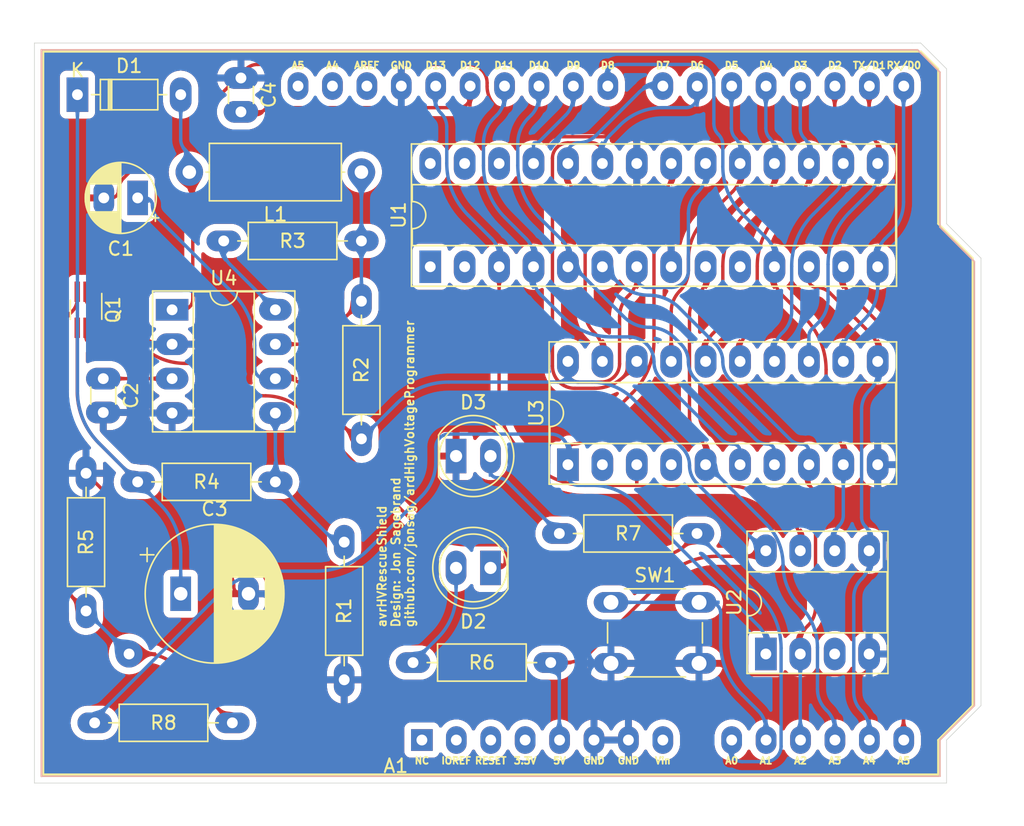
<source format=kicad_pcb>
(kicad_pcb (version 20211014) (generator pcbnew)
  (layers (0 "F.Cu" signal) (31 "B.Cu" signal) (34 "B.Paste" user) (35 "F.Paste" user) (36 "B.SilkS" user "B.Silkscreen") (37 "F.SilkS" user "F.Silkscreen") (38 "B.Mask" user) (39 "F.Mask" user) (44 "Edge.Cuts" user))
  (net 0 "")
  (net 1 "DATA1")
  (net 2 "DATA0")
  (net 3 "PAGEL")
  (net 4 "XA1")
  (net 5 "RDY")
  (net 6 "XTAL1")
  (net 7 "VCC")
  (net 8 "BS1")
  (net 9 "~{OE}")
  (net 10 "~{GO}")
  (net 11 "~{WR}")
  (net 12 "12V_EN")
  (net 13 "BS2")
  (net 14 "XA0")
  (net 15 "GND")
  (net 16 "DATA7")
  (net 17 "DATA6")
  (net 18 "DATA5")
  (net 19 "DATA4")
  (net 20 "DATA3")
  (net 21 "DATA2")
  (net 22 "+5V")
  (net 23 "Net-(C2-Pad1)")
  (net 24 "+12V")
  (net 25 "Net-(D1-Pad2)")
  (net 26 "Net-(D2-Pad2)")
  (net 27 "Net-(D3-Pad2)")
  (net 28 "Net-(L1-Pad1)")
  (net 29 "12V_SW")
  (net 30 "Net-(R1-Pad1)")
  (net 31 "Net-(R3-Pad2)")
  (net 32 "~{RESET}")
  (net 42 "Net-(Q1-Pad5)")
  (footprint "My_Arduino:Arduino_UNO_R3_shield_large" (layer "F.Cu") (at 168.9275 65.405)
    (fp_text reference "A1")
    (fp_text value "Arduino_UNO_R3")
  )
  (footprint "My_Misc:CP_Radial_D5.0mm_P2.50mm_larger_pads" (layer "F.Cu") (at 112.395 73.66 180)
    (fp_text reference "C1")
    (fp_text value "100u" hide)
  )
  (footprint "My_Misc:C_Disc_D3.0mm_W1.6mm_P2.50mm_larg" (layer "F.Cu") (at 109.855 86.995 -90)
    (fp_text reference "C2")
    (fp_text value "270p")
  )
  (footprint "My_Misc:CP_Radial_D10.0mm_P5.00mm_larger" (layer "F.Cu") (at 115.57 102.87)
    (fp_text reference "C3")
    (fp_text value "330u")
  )
  (footprint "My_Misc:D_DO-35_SOD27_P7.62mm_Horizontal_large" (layer "F.Cu") (at 107.95 66.04)
    (fp_text reference "D1")
    (fp_text value "1N5819")
  )
  (footprint "My_Misc:LED_D5.0mm_larger_pads" (layer "F.Cu") (at 138.43 100.965 180)
    (fp_text reference "D2")
    (fp_text value "READY" hide)
  )
  (footprint "My_Misc:LED_D5.0mm_larger_pads" (layer "F.Cu") (at 135.89 92.71)
    (fp_text reference "D3")
    (fp_text value "BURN" hide)
  )
  (footprint "My_Misc:L_Axial_L9.5mm_D4.0mm_P12.70mm_Horizontal_Fastron_SMCC_large" (layer "F.Cu") (at 128.905 71.755 180)
    (fp_text reference "L1")
    (fp_text value "47u")
  )
  (footprint "Package_TO_SOT_SMD:SOT-363_SC-70-6_Handsoldering" (layer "F.Cu") (at 108.585 81.915 -90)
    (fp_text reference "Q1")
    (fp_text value "MUN5311DW1T1G")
  )
  (footprint "My_Misc:R_Axial_DIN0207_L6.3mm_D2.5mm_P10.16mm_Horizontal_larger_pads" (layer "F.Cu") (at 127.635 99.06 -90)
    (fp_text reference "R1")
    (fp_text value "1.5k" hide)
  )
  (footprint "My_Misc:R_Axial_DIN0207_L6.3mm_D2.5mm_P10.16mm_Horizontal_larger_pads" (layer "F.Cu") (at 128.905 91.44 90)
    (fp_text reference "R2")
    (fp_text value "0.5R" hide)
  )
  (footprint "My_Misc:R_Axial_DIN0207_L6.3mm_D2.5mm_P10.16mm_Horizontal_larger_pads" (layer "F.Cu") (at 128.905 76.835 180)
    (fp_text reference "R3")
    (fp_text value "180R" hide)
  )
  (footprint "My_Misc:R_Axial_DIN0207_L6.3mm_D2.5mm_P10.16mm_Horizontal_larger_pads" (layer "F.Cu") (at 112.395 94.615)
    (fp_text reference "R4")
    (fp_text value "13k" hide)
  )
  (footprint "My_Misc:R_Axial_DIN0207_L6.3mm_D2.5mm_P10.16mm_Horizontal_larger_pads" (layer "F.Cu") (at 108.585 104.14 90)
    (fp_text reference "R5")
    (fp_text value "1k" hide)
  )
  (footprint "My_Misc:R_Axial_DIN0207_L6.3mm_D2.5mm_P10.16mm_Horizontal_larger_pads" (layer "F.Cu") (at 142.875 107.95 180)
    (fp_text reference "R6")
    (fp_text value "330R" hide)
  )
  (footprint "My_Misc:R_Axial_DIN0207_L6.3mm_D2.5mm_P10.16mm_Horizontal_larger_pads" (layer "F.Cu") (at 153.67 98.425 180)
    (fp_text reference "R7")
    (fp_text value "330R" hide)
  )
  (footprint "My_Misc:R_Axial_DIN0207_L6.3mm_D2.5mm_P10.16mm_Horizontal_larger_pads" (layer "F.Cu") (at 109.22 112.395)
    (fp_text reference "R8")
    (fp_text value "100R" hide)
  )
  (footprint "My_Misc:Single_solder_pad" (layer "F.Cu") (at 111.76 107.315)
    (fp_text reference "TP1" hide)
    (fp_text value "TestPoint" hide)
  )
  (footprint "Package_DIP:DIP-28_W7.62mm_Socket_LongPads" (layer "F.Cu") (at 133.985 78.74 90)
    (fp_text reference "U1")
    (fp_text value "ATmega328P-PU")
  )
  (footprint "Package_DIP:DIP-8_W7.62mm_Socket_LongPads" (layer "F.Cu") (at 158.75 107.315 90)
    (fp_text reference "U2")
    (fp_text value "ATtiny85-20PU")
  )
  (footprint "Package_DIP:DIP-20_W7.62mm_Socket_LongPads" (layer "F.Cu") (at 144.145 93.345 90)
    (fp_text reference "U3")
    (fp_text value "ATtiny2313-20PU")
  )
  (footprint "My_Misc:DIP-8_W7.62mm_Socket_w_dip_packet_LongPads" (layer "F.Cu") (at 114.935 81.915)
    (fp_text reference "U4")
    (fp_text value "MC34063AP" hide)
  )
  (footprint "My_Misc:SW_PUSH_6mm_large" (layer "F.Cu") (at 147.32 103.505)
    (fp_text reference "SW1")
    (fp_text value "SW_Push")
  )
  (footprint "My_Misc:C_Disc_D3.0mm_W1.6mm_P2.50mm_larg" (layer "F.Cu") (at 120.015 64.81 -90)
    (fp_text reference "C4")
    (fp_text value "100n")
  )
  (gr_line (start 172.085 64.135) (end 170.18 62.23) (layer "Edge.Cuts") (width 0.05))
  (gr_line (start 174.625 111.125) (end 174.625 78.105) (layer "Edge.Cuts") (width 0.05))
  (gr_line (start 174.625 78.105) (end 172.085 75.565) (layer "Edge.Cuts") (width 0.05))
  (gr_line (start 170.18 62.23) (end 169.545 62.23) (layer "Edge.Cuts") (width 0.05))
  (gr_line (start 172.085 116.84) (end 172.085 113.665) (layer "Edge.Cuts") (width 0.05))
  (gr_line (start 169.545 62.23) (end 104.775 62.23) (layer "Edge.Cuts") (width 0.05))
  (gr_line (start 172.085 113.665) (end 174.625 111.125) (layer "Edge.Cuts") (width 0.05))
  (gr_line (start 104.775 116.84) (end 172.085 116.84) (layer "Edge.Cuts") (width 0.05))
  (gr_line (start 172.085 75.565) (end 172.085 64.135) (layer "Edge.Cuts") (width 0.05))
  (gr_line (start 104.775 62.23) (end 104.775 116.84) (layer "Edge.Cuts") (width 0.05))
  (gr_text "avrHVRescueShield\nDesign: Jon Sagebrand\ngithub.com/jonsag/ardHighVoltageProgrammer" (at 131.445 105.41 90) (layer "F.SilkS") (effects (font (size 0.635 0.635) (thickness 0.127)) (justify left)))
  (segment (start 167.005 70.043712) (end 167.005 71.12) (width 0.25) (layer "F.Cu") (net 1))
  (segment (start 166.37 68.510687) (end 166.37 65.405) (width 0.25) (layer "F.Cu") (net 1))
  (arc (start 166.6875 69.2772) (mid 166.922484 69.628878) (end 167.005 70.043712) (width 0.25) (layer "F.Cu") (net 1))
  (arc (start 166.37 68.510687) (mid 166.452515 68.92552) (end 166.6875 69.2772) (width 0.25) (layer "F.Cu") (net 1))
  (segment (start 161.925 83.88125) (end 161.925 84.51815) (width 0.25) (layer "B.Cu") (net 1))
  (segment (start 167.005 71.88265) (end 167.005 71.12) (width 0.25) (layer "B.Cu") (net 1))
  (segment (start 164.933392 74.716906) (end 166.465725 73.184574) (width 0.25) (layer "B.Cu") (net 1))
  (segment (start 161.925 84.51815) (end 161.925 85.725) (width 0.25) (layer "B.Cu") (net 1))
  (segment (start 162.150178 83.337621) (end 162.6323 82.8555) (width 0.25) (layer "B.Cu") (net 1))
  (segment (start 163.3396 78.564663) (end 163.3396 81.147926) (width 0.25) (layer "B.Cu") (net 1))
  (arc (start 162.150178 83.337621) (mid 161.983521 83.58704) (end 161.925 83.88125) (width 0.25) (layer "B.Cu") (net 1))
  (arc (start 163.3396 81.147926) (mid 163.155778 82.072058) (end 162.6323 82.8555) (width 0.25) (layer "B.Cu") (net 1))
  (arc (start 167.005 71.88265) (mid 166.864846 72.587246) (end 166.465725 73.184574) (width 0.25) (layer "B.Cu") (net 1))
  (arc (start 164.933392 74.716906) (mid 163.753813 76.482272) (end 163.3396 78.564663) (width 0.25) (layer "B.Cu") (net 1))
  (segment (start 167.005 79.50265) (end 167.005 80.19985) (width 0.25) (layer "B.Cu") (net 2))
  (segment (start 167.544274 76.675425) (end 167.9575 76.2622) (width 0.25) (layer "B.Cu") (net 2))
  (segment (start 167.005 77.97735) (end 167.005 79.50265) (width 0.25) (layer "B.Cu") (net 2))
  (segment (start 168.91 73.962661) (end 168.91 65.405) (width 0.25) (layer "B.Cu") (net 2))
  (segment (start 165.004274 83.660424) (end 165.97273 82.691969) (width 0.25) (layer "B.Cu") (net 2))
  (segment (start 164.465 84.96235) (end 164.465 85.725) (width 0.25) (layer "B.Cu") (net 2))
  (arc (start 167.544274 76.675425) (mid 167.145152 77.272753) (end 167.005 77.97735) (width 0.25) (layer "B.Cu") (net 2))
  (arc (start 167.005 80.19985) (mid 166.736721 81.548575) (end 165.97273 82.691969) (width 0.25) (layer "B.Cu") (net 2))
  (arc (start 165.004274 83.660424) (mid 164.605152 84.257753) (end 164.465 84.96235) (width 0.25) (layer "B.Cu") (net 2))
  (arc (start 168.91 73.962661) (mid 168.662453 75.207162) (end 167.9575 76.2622) (width 0.25) (layer "B.Cu") (net 2))
  (segment (start 168.91 86.964263) (end 168.91 113.665) (width 0.25) (layer "F.Cu") (net 3))
  (segment (start 167.316207 83.116507) (end 165.004274 80.804574) (width 0.25) (layer "F.Cu") (net 3))
  (segment (start 164.465 79.50265) (end 164.465 78.74) (width 0.25) (layer "F.Cu") (net 3))
  (arc (start 164.465 79.50265) (mid 164.605152 80.207246) (end 165.004274 80.804574) (width 0.25) (layer "F.Cu") (net 3))
  (arc (start 167.316207 83.116507) (mid 168.495786 84.881872) (end 168.91 86.964263) (width 0.25) (layer "F.Cu") (net 3))
  (segment (start 161.925 79.6925) (end 161.925 78.74) (width 0.25) (layer "F.Cu") (net 4))
  (segment (start 163.47563 80.67033) (end 166.465725 83.660425) (width 0.25) (layer "F.Cu") (net 4))
  (segment (start 167.005 84.96235) (end 167.005 85.725) (width 0.25) (layer "F.Cu") (net 4))
  (arc (start 163.47563 80.67033) (mid 163.026997 80.370563) (end 162.4978 80.2653) (width 0.25) (layer "F.Cu") (net 4))
  (arc (start 161.925 79.6925) (mid 162.092769 80.09753) (end 162.4978 80.2653) (width 0.25) (layer "F.Cu") (net 4))
  (arc (start 166.465725 83.660425) (mid 166.864846 84.257753) (end 167.005 84.96235) (width 0.25) (layer "F.Cu") (net 4))
  (segment (start 166.37 98.93235) (end 166.37 98.562497) (width 0.25) (layer "B.Cu") (net 4))
  (segment (start 166.409749 87.845549) (end 166.465725 87.789574) (width 0.25) (layer "B.Cu") (net 4))
  (segment (start 166.37 112.86735) (end 166.37 113.665) (width 0.25) (layer "B.Cu") (net 4))
  (segment (start 165.2375 103.153598) (end 165.2375 110.136401) (width 0.25) (layer "B.Cu") (net 4))
  (segment (start 165.803749 101.786549) (end 165.830725 101.759574) (width 0.25) (layer "B.Cu") (net 4))
  (segment (start 166.37 98.93235) (end 166.37 100.45765) (width 0.25) (layer "B.Cu") (net 4))
  (segment (start 165.80375 111.50345) (end 165.805976 111.505676) (width 0.25) (layer "B.Cu") (net 4))
  (segment (start 167.005 86.48765) (end 167.005 85.725) (width 0.25) (layer "B.Cu") (net 4))
  (segment (start 165.8145 89.28261) (end 165.8145 97.221402) (width 0.25) (layer "B.Cu") (net 4))
  (arc (start 165.8145 97.221402) (mid 165.886684 97.584299) (end 166.09225 97.89195) (width 0.25) (layer "B.Cu") (net 4))
  (arc (start 165.2375 110.136401) (mid 165.384663 110.876242) (end 165.80375 111.50345) (width 0.25) (layer "B.Cu") (net 4))
  (arc (start 167.005 86.48765) (mid 166.864846 87.192246) (end 166.465725 87.789574) (width 0.25) (layer "B.Cu") (net 4))
  (arc (start 165.803749 101.786549) (mid 165.384663 102.413756) (end 165.2375 103.153598) (width 0.25) (layer "B.Cu") (net 4))
  (arc (start 166.409749 87.845549) (mid 165.9692 88.504878) (end 165.8145 89.28261) (width 0.25) (layer "B.Cu") (net 4))
  (arc (start 166.37 100.45765) (mid 166.229846 101.162246) (end 165.830725 101.759574) (width 0.25) (layer "B.Cu") (net 4))
  (arc (start 165.805976 111.505676) (mid 166.223414 112.130417) (end 166.37 112.86735) (width 0.25) (layer "B.Cu") (net 4))
  (arc (start 166.09225 97.89195) (mid 166.297815 98.199599) (end 166.37 98.562497) (width 0.25) (layer "B.Cu") (net 4))
  (segment (start 139.065 88.495836) (end 139.065 78.74) (width 0.25) (layer "F.Cu") (net 5))
  (segment (start 149.225 94.7014) (end 149.225 93.345) (width 0.25) (layer "F.Cu") (net 5))
  (segment (start 149.225 94.7014) (end 149.225 94.814) (width 0.25) (layer "F.Cu") (net 5))
  (segment (start 141.591707 93.276507) (end 140.658792 92.343592) (width 0.25) (layer "F.Cu") (net 5))
  (segment (start 149.2813 94.8703) (end 155.736636 94.8703) (width 0.25) (layer "F.Cu") (net 5))
  (segment (start 149.1687 94.8703) (end 149.225 94.814) (width 0.25) (layer "F.Cu") (net 5))
  (segment (start 160.750725 97.630425) (end 159.584392 96.464092) (width 0.25) (layer "F.Cu") (net 5))
  (segment (start 149.1687 94.8703) (end 145.439463 94.8703) (width 0.25) (layer "F.Cu") (net 5))
  (segment (start 161.29 98.93235) (end 161.29 99.695) (width 0.25) (layer "F.Cu") (net 5))
  (segment (start 149.2813 94.8703) (end 149.1687 94.8703) (width 0.25) (layer "F.Cu") (net 5))
  (arc (start 139.065 88.495836) (mid 139.479213 90.578226) (end 140.658792 92.343592) (width 0.25) (layer "F.Cu") (net 5))
  (arc (start 149.225 94.814) (mid 149.241489 94.85381) (end 149.2813 94.8703) (width 0.25) (layer "F.Cu") (net 5))
  (arc (start 159.584392 96.464092) (mid 157.819026 95.284513) (end 155.736636 94.8703) (width 0.25) (layer "F.Cu") (net 5))
  (arc (start 141.591707 93.276507) (mid 143.357072 94.456086) (end 145.439463 94.8703) (width 0.25) (layer "F.Cu") (net 5))
  (arc (start 160.750725 97.630425) (mid 161.149846 98.227753) (end 161.29 98.93235) (width 0.25) (layer "F.Cu") (net 5))
  (segment (start 134.37 66.410997) (end 134.37 65.405) (width 0.25) (layer "B.Cu") (net 5))
  (segment (start 139.065 77.97735) (end 139.065 78.74) (width 0.25) (layer "B.Cu") (net 5))
  (segment (start 138.525725 76.675425) (end 136.797192 74.946892) (width 0.25) (layer "B.Cu") (net 5))
  (segment (start 135.2034 68.423002) (end 135.2034 71.099136) (width 0.25) (layer "B.Cu") (net 5))
  (arc (start 134.7867 67.417) (mid 135.095103 67.878557) (end 135.2034 68.423002) (width 0.25) (layer "B.Cu") (net 5))
  (arc (start 138.525725 76.675425) (mid 138.924846 77.272753) (end 139.065 77.97735) (width 0.25) (layer "B.Cu") (net 5))
  (arc (start 134.37 66.410997) (mid 134.478296 66.955441) (end 134.7867 67.417) (width 0.25) (layer "B.Cu") (net 5))
  (arc (start 135.2034 71.099136) (mid 135.617613 73.181526) (end 136.797192 74.946892) (width 0.25) (layer "B.Cu") (net 5))
  (segment (start 154.305 79.50265) (end 154.305 78.74) (width 0.25) (layer "F.Cu") (net 6))
  (segment (start 153.765725 91.280425) (end 153.70975 91.22445) (width 0.25) (layer "F.Cu") (net 6))
  (segment (start 153.765725 80.804574) (end 153.70975 80.86055) (width 0.25) (layer "F.Cu") (net 6))
  (segment (start 153.1145 89.787389) (end 153.1145 82.29761) (width 0.25) (layer "F.Cu") (net 6))
  (segment (start 154.305 92.58235) (end 154.305 93.345) (width 0.25) (layer "F.Cu") (net 6))
  (arc (start 153.70975 80.86055) (mid 153.2692 81.519878) (end 153.1145 82.29761) (width 0.25) (layer "F.Cu") (net 6))
  (arc (start 154.305 79.50265) (mid 154.164846 80.207246) (end 153.765725 80.804574) (width 0.25) (layer "F.Cu") (net 6))
  (arc (start 153.765725 91.280425) (mid 154.164846 91.877753) (end 154.305 92.58235) (width 0.25) (layer "F.Cu") (net 6))
  (arc (start 153.1145 89.787389) (mid 153.2692 90.56512) (end 153.70975 91.22445) (width 0.25) (layer "F.Cu") (net 6))
  (segment (start 161.277023 103.759723) (end 161.29 103.7727) (width 0.25) (layer "B.Cu") (net 6))
  (segment (start 154.36135 93.345) (end 154.305 93.345) (width 0.25) (layer "B.Cu") (net 6))
  (segment (start 163.265976 111.505676) (end 163.195 111.4347) (width 0.25) (layer "B.Cu") (net 6))
  (segment (start 162.56 106.838751) (end 162.56 109.901674) (width 0.25) (layer "B.Cu") (net 6))
  (segment (start 158.762976 97.690276) (end 154.457545 93.384845) (width 0.25) (layer "B.Cu") (net 6))
  (segment (start 163.83 112.86735) (end 163.83 113.665) (width 0.25) (layer "B.Cu") (net 6))
  (arc (start 163.265976 111.505676) (mid 163.683414 112.130417) (end 163.83 112.86735) (width 0.25) (layer "B.Cu") (net 6))
  (arc (start 162.56 109.901674) (mid 162.725031 110.731341) (end 163.195 111.4347) (width 0.25) (layer "B.Cu") (net 6))
  (arc (start 158.762976 97.690276) (mid 159.69331 99.082619) (end 160.02 100.725) (width 0.25) (layer "B.Cu") (net 6))
  (arc (start 160.02 100.725) (mid 160.346689 102.36738) (end 161.277023 103.759723) (width 0.25) (layer "B.Cu") (net 6))
  (arc (start 154.457545 93.384845) (mid 154.41341 93.355355) (end 154.36135 93.345) (width 0.25) (layer "B.Cu") (net 6))
  (arc (start 161.29 103.7727) (mid 162.229937 105.179416) (end 162.56 106.838751) (width 0.25) (layer "B.Cu") (net 6))
  (segment (start 136.91 66.20265) (end 136.91 65.405) (width 0.25) (layer "F.Cu") (net 7))
  (segment (start 121.391309 67.31) (end 120.015 67.31) (width 0.25) (layer "F.Cu") (net 7))
  (segment (start 136.11235 67.0003) (end 122.13899 67.0003) (width 0.25) (layer "F.Cu") (net 7))
  (arc (start 136.91 66.20265) (mid 136.676373 66.766673) (end 136.11235 67.0003) (width 0.25) (layer "F.Cu") (net 7))
  (arc (start 122.13899 67.0003) (mid 121.936669 67.040544) (end 121.76515 67.15515) (width 0.25) (layer "F.Cu") (net 7))
  (arc (start 121.76515 67.15515) (mid 121.59363 67.269755) (end 121.391309 67.31) (width 0.25) (layer "F.Cu") (net 7))
  (segment (start 161.829274 105.250425) (end 161.853 105.2267) (width 0.25) (layer "F.Cu") (net 8))
  (segment (start 161.925 94.52311) (end 161.925 93.345) (width 0.25) (layer "F.Cu") (net 8))
  (segment (start 162.416 95.708489) (end 162.416 103.867497) (width 0.25) (layer "F.Cu") (net 8))
  (segment (start 161.29 106.55235) (end 161.29 107.315) (width 0.25) (layer "F.Cu") (net 8))
  (arc (start 161.829274 105.250425) (mid 161.430152 105.847753) (end 161.29 106.55235) (width 0.25) (layer "F.Cu") (net 8))
  (arc (start 162.1705 95.1158) (mid 162.352196 95.387728) (end 162.416 95.708489) (width 0.25) (layer "F.Cu") (net 8))
  (arc (start 162.416 103.867497) (mid 162.269681 104.603092) (end 161.853 105.2267) (width 0.25) (layer "F.Cu") (net 8))
  (arc (start 161.925 94.52311) (mid 161.988803 94.843871) (end 162.1705 95.1158) (width 0.25) (layer "F.Cu") (net 8))
  (segment (start 155.033179 84.443979) (end 152.364565 81.775365) (width 0.25) (layer "B.Cu") (net 8))
  (segment (start 161.29 113.665) (end 161.29 107.315) (width 0.25) (layer "B.Cu") (net 8))
  (segment (start 161.925 92.344) (end 161.925 93.345) (width 0.25) (layer "B.Cu") (net 8))
  (segment (start 147.850634 79.905634) (end 146.685 78.74) (width 0.25) (layer "B.Cu") (net 8))
  (segment (start 156.11682 87.06012) (end 160.505663 91.448963) (width 0.25) (layer "B.Cu") (net 8))
  (arc (start 155.033179 84.443979) (mid 155.434185 85.044127) (end 155.575 85.75205) (width 0.25) (layer "B.Cu") (net 8))
  (arc (start 147.850634 79.905634) (mid 148.886138 80.597536) (end 150.1076 80.8405) (width 0.25) (layer "B.Cu") (net 8))
  (arc (start 161.925 92.344) (mid 161.771436 91.973263) (end 161.4007 91.8197) (width 0.25) (layer "B.Cu") (net 8))
  (arc (start 160.505663 91.448963) (mid 160.916309 91.723348) (end 161.4007 91.8197) (width 0.25) (layer "B.Cu") (net 8))
  (arc (start 155.575 85.75205) (mid 155.715814 86.459972) (end 156.11682 87.06012) (width 0.25) (layer "B.Cu") (net 8))
  (arc (start 152.364565 81.775365) (mid 151.32906 81.083463) (end 150.1076 80.8405) (width 0.25) (layer "B.Cu") (net 8))
  (segment (start 142.144274 80.804574) (end 143.784726 82.445026) (width 0.25) (layer "B.Cu") (net 9))
  (segment (start 151.032153 87.055453) (end 155.425663 91.448963) (width 0.25) (layer "B.Cu") (net 9))
  (segment (start 149.957846 84.461846) (end 149.95275 84.45675) (width 0.25) (layer "B.Cu") (net 9))
  (segment (start 156.845 92.344) (end 156.845 93.345) (width 0.25) (layer "B.Cu") (net 9))
  (segment (start 148.643642 83.9145) (end 147.33235 83.9145) (width 0.25) (layer "B.Cu") (net 9))
  (segment (start 138.681249 67.769049) (end 138.885976 67.564323) (width 0.25) (layer "B.Cu") (net 9))
  (segment (start 141.065725 76.675425) (end 139.506292 75.115992) (width 0.25) (layer "B.Cu") (net 9))
  (segment (start 137.9125 71.268236) (end 137.9125 69.624976) (width 0.25) (layer "B.Cu") (net 9))
  (segment (start 139.45 66.20265) (end 139.45 65.405) (width 0.25) (layer "B.Cu") (net 9))
  (segment (start 141.605 77.97735) (end 141.605 79.50265) (width 0.25) (layer "B.Cu") (net 9))
  (arc (start 149.957846 84.461846) (mid 150.355398 85.056824) (end 150.495 85.75865) (width 0.25) (layer "B.Cu") (net 9))
  (arc (start 150.495 85.75865) (mid 150.634601 86.460474) (end 151.032153 87.055453) (width 0.25) (layer "B.Cu") (net 9))
  (arc (start 143.784726 82.445026) (mid 145.412389 83.532596) (end 147.33235 83.9145) (width 0.25) (layer "B.Cu") (net 9))
  (arc (start 139.45 66.20265) (mid 139.303414 66.939582) (end 138.885976 67.564323) (width 0.25) (layer "B.Cu") (net 9))
  (arc (start 137.9125 71.268236) (mid 138.326713 73.350626) (end 139.506292 75.115992) (width 0.25) (layer "B.Cu") (net 9))
  (arc (start 156.845 92.344) (mid 156.691436 91.973263) (end 156.3207 91.8197) (width 0.25) (layer "B.Cu") (net 9))
  (arc (start 155.425663 91.448963) (mid 155.836309 91.723348) (end 156.3207 91.8197) (width 0.25) (layer "B.Cu") (net 9))
  (arc (start 141.065725 76.675425) (mid 141.464846 77.272753) (end 141.605 77.97735) (width 0.25) (layer "B.Cu") (net 9))
  (arc (start 149.95275 84.45675) (mid 149.352126 84.055426) (end 148.643642 83.9145) (width 0.25) (layer "B.Cu") (net 9))
  (arc (start 141.605 79.50265) (mid 141.745152 80.207246) (end 142.144274 80.804574) (width 0.25) (layer "B.Cu") (net 9))
  (arc (start 138.681249 67.769049) (mid 138.112291 68.620555) (end 137.9125 69.624976) (width 0.25) (layer "B.Cu") (net 9))
  (segment (start 158.75 112.86735) (end 158.75 113.665) (width 0.25) (layer "B.Cu") (net 10))
  (segment (start 157.009092 110.328792) (end 158.185976 111.505676) (width 0.25) (layer "B.Cu") (net 10))
  (segment (start 155.4153 104.30265) (end 155.4153 106.481036) (width 0.25) (layer "B.Cu") (net 10))
  (segment (start 153.02235 103.505) (end 147.32 103.505) (width 0.25) (layer "B.Cu") (net 10))
  (segment (start 154.61765 103.505) (end 153.02235 103.505) (width 0.25) (layer "B.Cu") (net 10))
  (arc (start 158.185976 111.505676) (mid 158.603414 112.130417) (end 158.75 112.86735) (width 0.25) (layer "B.Cu") (net 10))
  (arc (start 155.4153 106.481036) (mid 155.829513 108.563426) (end 157.009092 110.328792) (width 0.25) (layer "B.Cu") (net 10))
  (arc (start 155.4153 104.30265) (mid 155.181673 103.738626) (end 154.61765 103.505) (width 0.25) (layer "B.Cu") (net 10))
  (segment (start 159.385 92.344) (end 159.385 93.345) (width 0.25) (layer "B.Cu") (net 11))
  (segment (start 157.965663 91.448963) (end 153.571623 87.054923) (width 0.25) (layer "B.Cu") (net 11))
  (segment (start 141.99 66.20265) (end 141.99 65.405) (width 0.25) (layer "B.Cu") (net 11))
  (segment (start 140.4435 69.64034) (end 140.4435 71.259236) (width 0.25) (layer "B.Cu") (net 11))
  (segment (start 144.145 78.52325) (end 144.145 78.74) (width 0.25) (layer "B.Cu") (net 11))
  (segment (start 143.75899 76.82869) (end 142.037292 75.106992) (width 0.25) (layer "B.Cu") (net 11))
  (segment (start 148.270596 82.432096) (end 144.298265 78.459765) (width 0.25) (layer "B.Cu") (net 11))
  (segment (start 141.216749 67.773549) (end 141.425976 67.564323) (width 0.25) (layer "B.Cu") (net 11))
  (segment (start 144.145 78.52325) (end 144.145 78.08975) (width 0.25) (layer "B.Cu") (net 11))
  (segment (start 144.145 78.08975) (end 144.145 77.7606) (width 0.25) (layer "B.Cu") (net 11))
  (segment (start 152.019403 83.984903) (end 152.498376 84.463876) (width 0.25) (layer "B.Cu") (net 11))
  (arc (start 159.385 92.344) (mid 159.231436 91.973263) (end 158.8607 91.8197) (width 0.25) (layer "B.Cu") (net 11))
  (arc (start 141.216749 67.773549) (mid 140.64446 68.63004) (end 140.4435 69.64034) (width 0.25) (layer "B.Cu") (net 11))
  (arc (start 140.4435 71.259236) (mid 140.857713 73.341626) (end 142.037292 75.106992) (width 0.25) (layer "B.Cu") (net 11))
  (arc (start 152.019403 83.984903) (mid 151.159419 83.41028) (end 150.145 83.2085) (width 0.25) (layer "B.Cu") (net 11))
  (arc (start 144.298265 78.459765) (mid 144.200423 78.440303) (end 144.145 78.52325) (width 0.25) (layer "B.Cu") (net 11))
  (arc (start 143.75899 76.82869) (mid 144.044679 77.256254) (end 144.145 77.7606) (width 0.25) (layer "B.Cu") (net 11))
  (arc (start 157.965663 91.448963) (mid 158.376309 91.723348) (end 158.8607 91.8197) (width 0.25) (layer "B.Cu") (net 11))
  (arc (start 148.270596 82.432096) (mid 149.13058 83.006719) (end 150.145 83.2085) (width 0.25) (layer "B.Cu") (net 11))
  (arc (start 144.145 78.08975) (mid 144.184832 78.29) (end 144.298265 78.459765) (width 0.25) (layer "B.Cu") (net 11))
  (arc (start 141.99 66.20265) (mid 141.843414 66.939582) (end 141.425976 67.564323) (width 0.25) (layer "B.Cu") (net 11))
  (arc (start 153.035 85.7594) (mid 153.174463 86.460532) (end 153.571623 87.054923) (width 0.25) (layer "B.Cu") (net 11))
  (arc (start 152.498376 84.463876) (mid 152.895535 85.058267) (end 153.035 85.7594) (width 0.25) (layer "B.Cu") (net 11))
  (segment (start 115.89545 85.8696) (end 116.113896 85.8696) (width 0.25) (layer "F.Cu") (net 12))
  (segment (start 124.606479 89.415179) (end 132.854507 97.663207) (width 0.25) (layer "F.Cu") (net 12))
  (segment (start 139.5632 99.769473) (end 139.5632 100.025143) (width 0.25) (layer "F.Cu") (net 12))
  (segment (start 108.585 81.12265) (end 108.585 80.585) (width 0.25) (layer "F.Cu") (net 12))
  (segment (start 150.882977 100.0576) (end 139.595656 100.0576) (width 0.25) (layer "F.Cu") (net 12))
  (segment (start 109.17945 81.6603) (end 109.12265 81.6603) (width 0.25) (layer "F.Cu") (net 12))
  (segment (start 139.5173 100.53425) (end 139.5173 100.135956) (width 0.25) (layer "F.Cu") (net 12))
  (segment (start 139.050726 99.257) (end 136.702263 99.257) (width 0.25) (layer "F.Cu") (net 12))
  (segment (start 152.8537 99.2413) (end 153.67 98.425) (width 0.25) (layer "F.Cu") (net 12))
  (segment (start 119.0054 87.0673) (end 119.05292 87.11482) (width 0.25) (layer "F.Cu") (net 12))
  (segment (start 139.08655 100.965) (end 138.43 100.965) (width 0.25) (layer "F.Cu") (net 12))
  (segment (start 112.631035 84.517435) (end 110.194239 82.080639) (width 0.25) (layer "F.Cu") (net 12))
  (arc (start 112.631035 84.517435) (mid 114.128761 85.518183) (end 115.89545 85.8696) (width 0.25) (layer "F.Cu") (net 12))
  (arc (start 139.595656 100.0576) (mid 139.56567 100.063564) (end 139.54025 100.08055) (width 0.25) (layer "F.Cu") (net 12))
  (arc (start 124.606479 89.415179) (mid 123.332482 88.563921) (end 121.8297 88.265) (width 0.25) (layer "F.Cu") (net 12))
  (arc (start 139.5173 100.53425) (mid 139.391136 100.838836) (end 139.08655 100.965) (width 0.25) (layer "F.Cu") (net 12))
  (arc (start 110.194239 82.080639) (mid 109.72865 81.769542) (end 109.17945 81.6603) (width 0.25) (layer "F.Cu") (net 12))
  (arc (start 119.05292 87.11482) (mid 120.326917 87.966077) (end 121.8297 88.265) (width 0.25) (layer "F.Cu") (net 12))
  (arc (start 152.8537 99.2413) (mid 151.949524 99.84545) (end 150.882977 100.0576) (width 0.25) (layer "F.Cu") (net 12))
  (arc (start 119.0054 87.0673) (mid 117.678766 86.180872) (end 116.113896 85.8696) (width 0.25) (layer "F.Cu") (net 12))
  (arc (start 139.5632 100.025143) (mid 139.572706 100.048093) (end 139.595656 100.0576) (width 0.25) (layer "F.Cu") (net 12))
  (arc (start 139.54025 100.08055) (mid 139.557235 100.055129) (end 139.5632 100.025143) (width 0.25) (layer "F.Cu") (net 12))
  (arc (start 132.854507 97.663207) (mid 134.619872 98.842786) (end 136.702263 99.257) (width 0.25) (layer "F.Cu") (net 12))
  (arc (start 139.4131 99.4071) (mid 139.246841 99.296009) (end 139.050726 99.257) (width 0.25) (layer "F.Cu") (net 12))
  (arc (start 139.54025 100.08055) (mid 139.523264 100.10597) (end 139.5173 100.135956) (width 0.25) (layer "F.Cu") (net 12))
  (arc (start 139.4131 99.4071) (mid 139.52419 99.573358) (end 139.5632 99.769473) (width 0.25) (layer "F.Cu") (net 12))
  (arc (start 108.585 81.12265) (mid 108.742474 81.502825) (end 109.12265 81.6603) (width 0.25) (layer "F.Cu") (net 12))
  (segment (start 158.281607 103.036607) (end 153.67 98.425) (width 0.25) (layer "B.Cu") (net 12))
  (segment (start 159.8754 106.884363) (end 159.8754 114.125073) (width 0.25) (layer "B.Cu") (net 12))
  (segment (start 157.00765 115.2603) (end 158.740173 115.2603) (width 0.25) (layer "B.Cu") (net 12))
  (segment (start 156.21 114.46265) (end 156.21 113.665) (width 0.25) (layer "B.Cu") (net 12))
  (arc (start 159.5429 114.9278) (mid 159.174605 115.173886) (end 158.740173 115.2603) (width 0.25) (layer "B.Cu") (net 12))
  (arc (start 156.21 114.46265) (mid 156.443626 115.026673) (end 157.00765 115.2603) (width 0.25) (layer "B.Cu") (net 12))
  (arc (start 159.8754 114.125073) (mid 159.788986 114.559505) (end 159.5429 114.9278) (width 0.25) (layer "B.Cu") (net 12))
  (arc (start 158.281607 103.036607) (mid 159.461186 104.801972) (end 159.8754 106.884363) (width 0.25) (layer "B.Cu") (net 12))
  (segment (start 142.052484 69.477815) (end 143.965976 67.564323) (width 0.25) (layer "B.Cu") (net 13))
  (segment (start 144.53 66.20265) (end 144.53 65.405) (width 0.25) (layer "B.Cu") (net 13))
  (segment (start 141.605 69.76) (end 141.605 71.12) (width 0.25) (layer "B.Cu") (net 13))
  (arc (start 142.052484 69.477815) (mid 141.923017 69.564322) (end 141.7703 69.5947) (width 0.25) (layer "B.Cu") (net 13))
  (arc (start 144.53 66.20265) (mid 144.383414 66.939582) (end 143.965976 67.564323) (width 0.25) (layer "B.Cu") (net 13))
  (arc (start 141.7703 69.5947) (mid 141.653415 69.643115) (end 141.605 69.76) (width 0.25) (layer "B.Cu") (net 13))
  (segment (start 163.83 91.1847) (end 163.925725 91.280425) (width 0.25) (layer "F.Cu") (net 14))
  (segment (start 163.195 89.651674) (end 163.195 86.329263) (width 0.25) (layer "F.Cu") (net 14))
  (segment (start 164.465 92.58235) (end 164.465 93.345) (width 0.25) (layer "F.Cu") (net 14))
  (segment (start 161.601207 82.481507) (end 159.924274 80.804574) (width 0.25) (layer "F.Cu") (net 14))
  (segment (start 159.385 79.50265) (end 159.385 78.74) (width 0.25) (layer "F.Cu") (net 14))
  (arc (start 163.925725 91.280425) (mid 164.324846 91.877753) (end 164.465 92.58235) (width 0.25) (layer "F.Cu") (net 14))
  (arc (start 159.385 79.50265) (mid 159.525152 80.207246) (end 159.924274 80.804574) (width 0.25) (layer "F.Cu") (net 14))
  (arc (start 161.601207 82.481507) (mid 162.780786 84.246872) (end 163.195 86.329263) (width 0.25) (layer "F.Cu") (net 14))
  (arc (start 163.195 89.651674) (mid 163.360031 90.481341) (end 163.83 91.1847) (width 0.25) (layer "F.Cu") (net 14))
  (segment (start 155.575 69.767914) (end 155.575 71.35275) (width 0.25) (layer "B.Cu") (net 14))
  (segment (start 147.86765 63.8097) (end 153.571077 63.8097) (width 0.25) (layer "B.Cu") (net 14))
  (segment (start 163.83 98.618712) (end 163.83 99.695) (width 0.25) (layer "B.Cu") (net 14))
  (segment (start 159.385 77.97735) (end 159.385 78.74) (width 0.25) (layer "B.Cu") (net 14))
  (segment (start 154.9144 65.153022) (end 154.9144 68.173085) (width 0.25) (layer "B.Cu") (net 14))
  (segment (start 147.07 64.60735) (end 147.07 65.405) (width 0.25) (layer "B.Cu") (net 14))
  (segment (start 158.845725 76.675425) (end 157.025947 74.855647) (width 0.25) (layer "B.Cu") (net 14))
  (segment (start 164.465 97.085687) (end 164.465 93.345) (width 0.25) (layer "B.Cu") (net 14))
  (arc (start 154.52095 64.20315) (mid 154.812145 64.638955) (end 154.9144 65.153022) (width 0.25) (layer "B.Cu") (net 14))
  (arc (start 147.86765 63.8097) (mid 147.303626 64.043326) (end 147.07 64.60735) (width 0.25) (layer "B.Cu") (net 14))
  (arc (start 155.575 71.35275) (mid 155.952088 73.248504) (end 157.025947 74.855647) (width 0.25) (layer "B.Cu") (net 14))
  (arc (start 164.465 97.085687) (mid 164.382484 97.50052) (end 164.1475 97.8522) (width 0.25) (layer "B.Cu") (net 14))
  (arc (start 154.9144 68.173085) (mid 155.000242 68.604642) (end 155.2447 68.9705) (width 0.25) (layer "B.Cu") (net 14))
  (arc (start 155.2447 68.9705) (mid 155.489157 69.336356) (end 155.575 69.767914) (width 0.25) (layer "B.Cu") (net 14))
  (arc (start 154.52095 64.20315) (mid 154.085144 63.911954) (end 153.571077 63.8097) (width 0.25) (layer "B.Cu") (net 14))
  (arc (start 164.1475 97.8522) (mid 163.912515 98.203878) (end 163.83 98.618712) (width 0.25) (layer "B.Cu") (net 14))
  (arc (start 158.845725 76.675425) (mid 159.244846 77.272753) (end 159.385 77.97735) (width 0.25) (layer "B.Cu") (net 14))
  (segment (start 119.91551 64.628089) (end 114.600522 69.943077) (width 0.25) (layer "F.Cu") (net 15))
  (segment (start 119.078022 101.320722) (end 114.4626 96.7053) (width 0.25) (layer "F.Cu") (net 15))
  (segment (start 114.17235 84.455) (end 114.935 84.455) (width 0.25) (layer "F.Cu") (net 15))
  (segment (start 148.456289 69.1444) (end 143.115245 69.1444) (width 0.25) (layer "F.Cu") (net 15))
  (segment (start 120.02635 102.87) (end 120.57 102.87) (width 0.25) (layer "F.Cu") (net 15))
  (segment (start 131.83 63.9786) (end 131.83 65.405) (width 0.25) (layer "F.Cu") (net 15))
  (segment (start 109.38735 80.585) (end 109.235 80.585) (width 0.25) (layer "F.Cu") (net 15))
  (segment (start 149.225 69.91311) (end 149.225 71.12) (width 0.25) (layer "F.Cu") (net 15))
  (segment (start 153.02235 108.005) (end 147.32 108.005) (width 0.25) (layer "F.Cu") (net 15))
  (segment (start 109.895 75.004064) (end 109.895 74.20365) (width 0.25) (layer "F.Cu") (net 15))
  (segment (start 138.18 65.175897) (end 138.18 65.4317) (width 0.25) (layer "F.Cu") (net 15))
  (segment (start 166.37 108.07765) (end 166.37 107.315) (width 0.25) (layer "F.Cu") (net 15))
  (segment (start 113.322125 96.2329) (end 114.4626 95.7605) (width 0.25) (layer "F.Cu") (net 15))
  (segment (start 109.723393 95.118393) (end 108.585 93.98) (width 0.25) (layer "F.Cu") (net 15))
  (segment (start 120.015 64.6693) (end 120.015 64.81) (width 0.25) (layer "F.Cu") (net 15))
  (segment (start 112.912877 70.642122) (end 111.366718 72.188281) (width 0.25) (layer "F.Cu") (net 15))
  (segment (start 131.8863 63.8097) (end 136.813802 63.8097) (width 0.25) (layer "F.Cu") (net 15))
  (segment (start 165.60735 108.8403) (end 156.841246 108.8403) (width 0.25) (layer "F.Cu") (net 15))
  (segment (start 119.4827 102.2977) (end 119.4827 102.32635) (width 0.25) (layer "F.Cu") (net 15))
  (segment (start 109.5397 75.861835) (end 109.5397 80.43265) (width 0.25) (layer "F.Cu") (net 15))
  (segment (start 113.322125 96.2329) (end 112.41405 96.2329) (width 0.25) (layer "F.Cu") (net 15))
  (segment (start 120.374449 64.169149) (end 120.114489 64.42911) (width 0.25) (layer "F.Cu") (net 15))
  (segment (start 146.05 113.665) (end 148.59 113.665) (width 0.25) (layer "F.Cu") (net 15))
  (segment (start 114.935 94.620025) (end 114.935 89.535) (width 0.25) (layer "F.Cu") (net 15))
  (segment (start 131.83 63.866) (end 131.83 63.9786) (width 0.25) (layer "F.Cu") (net 15))
  (segment (start 139.6255 67.6989) (end 138.761029 66.834429) (width 0.25) (layer "F.Cu") (net 15))
  (segment (start 154.61765 108.005) (end 153.02235 108.005) (width 0.25) (layer "F.Cu") (net 15))
  (segment (start 112.870425 83.915725) (end 109.647427 80.692727) (width 0.25) (layer "F.Cu") (net 15))
  (segment (start 131.7737 63.8097) (end 121.242239 63.8097) (width 0.25) (layer "F.Cu") (net 15))
  (segment (start 131.7737 63.8097) (end 131.8863 63.8097) (width 0.25) (layer "F.Cu") (net 15))
  (segment (start 119.91551 64.628089) (end 120.114489 64.42911) (width 0.25) (layer "F.Cu") (net 15))
  (segment (start 154.61765 108.005) (end 154.824653 108.005) (width 0.25) (layer "F.Cu") (net 15))
  (arc (start 155.83295 108.42265) (mid 156.29556 108.731756) (end 156.841246 108.8403) (width 0.25) (layer "F.Cu") (net 15))
  (arc (start 110.43865 73.66) (mid 110.054231 73.819231) (end 109.895 74.20365) (width 0.25) (layer "F.Cu") (net 15))
  (arc (start 119.078022 101.320722) (mid 119.377527 101.768963) (end 119.4827 102.2977) (width 0.25) (layer "F.Cu") (net 15))
  (arc (start 109.647427 80.692727) (mid 109.528102 80.612997) (end 109.38735 80.585) (width 0.25) (layer "F.Cu") (net 15))
  (arc (start 111.366718 72.188281) (mid 111.082206 72.614082) (end 110.9823 73.11635) (width 0.25) (layer "F.Cu") (net 15))
  (arc (start 131.83 63.866) (mid 131.81351 63.826189) (end 131.7737 63.8097) (width 0.25) (layer "F.Cu") (net 15))
  (arc (start 120.114489 64.42911) (mid 120.040856 64.53931) (end 120.015 64.6693) (width 0.25) (layer "F.Cu") (net 15))
  (arc (start 131.8863 63.8097) (mid 131.846489 63.826189) (end 131.83 63.866) (width 0.25) (layer "F.Cu") (net 15))
  (arc (start 119.4827 102.32635) (mid 119.641931 102.710768) (end 120.02635 102.87) (width 0.25) (layer "F.Cu") (net 15))
  (arc (start 114.4626 95.7605) (mid 114.266925 96.2329) (end 114.4626 96.7053) (width 0.25) (layer "F.Cu") (net 15))
  (arc (start 112.870425 83.915725) (mid 113.467753 84.314846) (end 114.17235 84.455) (width 0.25) (layer "F.Cu") (net 15))
  (arc (start 114.935 94.620025) (mid 114.812227 95.237245) (end 114.4626 95.7605) (width 0.25) (layer "F.Cu") (net 15))
  (arc (start 114.600522 69.943077) (mid 114.213373 70.201761) (end 113.7567 70.2926) (width 0.25) (layer "F.Cu") (net 15))
  (arc (start 166.37 108.07765) (mid 166.146624 108.616924) (end 165.60735 108.8403) (width 0.25) (layer "F.Cu") (net 15))
  (arc (start 120.015 64.6693) (mid 119.979022 64.615456) (end 119.91551 64.628089) (width 0.25) (layer "F.Cu") (net 15))
  (arc (start 137.77985 64.20985) (mid 137.336623 63.913695) (end 136.813802 63.8097) (width 0.25) (layer "F.Cu") (net 15))
  (arc (start 148.99985 69.36955) (mid 148.750462 69.202914) (end 148.456289 69.1444) (width 0.25) (layer "F.Cu") (net 15))
  (arc (start 109.5397 80.43265) (mid 109.567697 80.573402) (end 109.647427 80.692727) (width 0.25) (layer "F.Cu") (net 15))
  (arc (start 109.895 75.004064) (mid 109.84883 75.236175) (end 109.71735 75.43295) (width 0.25) (layer "F.Cu") (net 15))
  (arc (start 148.99985 69.36955) (mid 149.166485 69.618937) (end 149.225 69.91311) (width 0.25) (layer "F.Cu") (net 15))
  (arc (start 113.7567 70.2926) (mid 113.300026 70.383437) (end 112.912877 70.642122) (width 0.25) (layer "F.Cu") (net 15))
  (arc (start 109.38735 80.585) (mid 109.495077 80.540377) (end 109.5397 80.43265) (width 0.25) (layer "F.Cu") (net 15))
  (arc (start 114.4626 96.7053) (mid 113.939345 96.355672) (end 113.322125 96.2329) (width 0.25) (layer "F.Cu") (net 15))
  (arc (start 155.83295 108.42265) (mid 155.370339 108.113543) (end 154.824653 108.005) (width 0.25) (layer "F.Cu") (net 15))
  (arc (start 137.77985 64.20985) (mid 138.076004 64.653076) (end 138.18 65.175897) (width 0.25) (layer "F.Cu") (net 15))
  (arc (start 139.6255 67.6989) (mid 141.226608 68.768726) (end 143.115245 69.1444) (width 0.25) (layer "F.Cu") (net 15))
  (arc (start 109.723393 95.118393) (mid 110.957877 95.943249) (end 112.41405 96.2329) (width 0.25) (layer "F.Cu") (net 15))
  (arc (start 110.9823 73.11635) (mid 110.823068 73.500768) (end 110.43865 73.66) (width 0.25) (layer "F.Cu") (net 15))
  (arc (start 109.71735 75.43295) (mid 109.585869 75.629724) (end 109.5397 75.861835) (width 0.25) (layer "F.Cu") (net 15))
  (arc (start 121.242239 63.8097) (mid 120.772594 63.903117) (end 120.374449 64.169149) (width 0.25) (layer "F.Cu") (net 15))
  (arc (start 138.18 65.4317) (mid 138.331004 66.190851) (end 138.761029 66.834429) (width 0.25) (layer "F.Cu") (net 15))
  (segment (start 122.8811 104.0938) (end 122.041718 103.254418) (width 0.25) (layer "B.Cu") (net 15))
  (segment (start 113.4297 89.535) (end 114.935 89.535) (width 0.25) (layer "B.Cu") (net 15))
  (segment (start 113.4097 89.475) (end 113.4097 85.21765) (width 0.25) (layer "B.Cu") (net 15))
  (segment (start 167.005 94.523534) (end 167.005 93.345) (width 0.25) (layer "B.Cu") (net 15))
  (segment (start 151.225725 76.675425) (end 150.481776 75.931476) (width 0.25) (layer "B.Cu") (net 15))
  (segment (start 167.4954 103.868522) (end 167.4954 95.707465) (width 0.25) (layer "B.Cu") (net 15))
  (segment (start 113.4097 89.475) (end 113.4097 89.515) (width 0.25) (layer "B.Cu") (net 15))
  (segment (start 149.225 72.89735) (end 149.225 71.12) (width 0.25) (layer "B.Cu") (net 15))
  (segment (start 145.7247 106.86235) (end 145.7247 107.20735) (width 0.25) (layer "B.Cu") (net 15))
  (segment (start 146.05 112.299721) (end 146.05 113.665) (width 0.25) (layer "B.Cu") (net 15))
  (segment (start 151.765 77.97735) (end 151.765 78.74) (width 0.25) (layer "B.Cu") (net 15))
  (segment (start 114.17235 84.455) (end 114.935 84.455) (width 0.25) (layer "B.Cu") (net 15))
  (segment (start 135.89 93.50765) (end 135.89 92.71) (width 0.25) (layer "B.Cu") (net 15))
  (segment (start 121.11365 102.87) (end 120.57 102.87) (width 0.25) (layer "B.Cu") (net 15))
  (segment (start 125.835614 105.3176) (end 125.86995 105.3176) (width 0.25) (layer "B.Cu") (net 15))
  (segment (start 135.473655 97.478944) (end 128.883078 104.069521) (width 0.25) (layer "B.Cu") (net 15))
  (segment (start 145.7247 111.514378) (end 145.7247 108.80265) (width 0.25) (layer "B.Cu") (net 15))
  (segment (start 135.89 93.50765) (end 135.89 95.10295) (width 0.25) (layer "B.Cu") (net 15))
  (segment (start 146.52235 108.005) (end 147.32 108.005) (width 0.25) (layer "B.Cu") (net 15))
  (segment (start 144.916724 104.911724) (end 137.483944 97.478944) (width 0.25) (layer "B.Cu") (net 15))
  (segment (start 135.89 96.4738) (end 135.89 95.10295) (width 0.25) (layer "B.Cu") (net 15))
  (segment (start 166.932699 105.226999) (end 166.909274 105.250425) (width 0.25) (layer "B.Cu") (net 15))
  (segment (start 127.635 107.08265) (end 127.635 109.22) (width 0.25) (layer "B.Cu") (net 15))
  (segment (start 112.24795 89.495) (end 113.3897 89.495) (width 0.25) (layer "B.Cu") (net 15))
  (segment (start 145.7247 108.80265) (end 145.7247 107.20735) (width 0.25) (layer "B.Cu") (net 15))
  (segment (start 112.24795 89.495) (end 110.65265 89.495) (width 0.25) (layer "B.Cu") (net 15))
  (segment (start 110.65265 89.495) (end 109.855 89.495) (width 0.25) (layer "B.Cu") (net 15))
  (segment (start 166.37 106.55235) (end 166.37 107.315) (width 0.25) (layer "B.Cu") (net 15))
  (arc (start 135.89 96.4738) (mid 136.062455 96.890144) (end 136.4788 97.0626) (width 0.25) (layer "B.Cu") (net 15))
  (arc (start 149.225 72.89735) (mid 149.551625 74.539407) (end 150.481776 75.931476) (width 0.25) (layer "B.Cu") (net 15))
  (arc (start 113.4097 89.515) (mid 113.415557 89.529142) (end 113.4297 89.535) (width 0.25) (layer "B.Cu") (net 15))
  (arc (start 145.7247 111.514378) (mid 145.766971 111.72689) (end 145.88735 111.90705) (width 0.25) (layer "B.Cu") (net 15))
  (arc (start 145.88735 111.90705) (mid 146.007728 112.087209) (end 146.05 112.299721) (width 0.25) (layer "B.Cu") (net 15))
  (arc (start 167.005 94.523534) (mid 167.068725 94.843903) (end 167.2502 95.1155) (width 0.25) (layer "B.Cu") (net 15))
  (arc (start 167.4954 103.868522) (mid 167.349158 104.603724) (end 166.932699 105.226999) (width 0.25) (layer "B.Cu") (net 15))
  (arc (start 122.041718 103.254418) (mid 121.615916 102.969906) (end 121.11365 102.87) (width 0.25) (layer "B.Cu") (net 15))
  (arc (start 137.483944 97.478944) (mid 137.02278 97.170804) (end 136.4788 97.0626) (width 0.25) (layer "B.Cu") (net 15))
  (arc (start 151.225725 76.675425) (mid 151.624846 77.272753) (end 151.765 77.97735) (width 0.25) (layer "B.Cu") (net 15))
  (arc (start 145.7247 107.20735) (mid 145.958326 107.771373) (end 146.52235 108.005) (width 0.25) (layer "B.Cu") (net 15))
  (arc (start 125.86995 105.3176) (mid 127.500643 104.993234) (end 128.883078 104.069521) (width 0.25) (layer "B.Cu") (net 15))
  (arc (start 144.916724 104.911724) (mid 145.514713 105.806678) (end 145.7247 106.86235) (width 0.25) (layer "B.Cu") (net 15))
  (arc (start 122.8811 104.0938) (mid 124.236642 104.999544) (end 125.835614 105.3176) (width 0.25) (layer "B.Cu") (net 15))
  (arc (start 114.17235 84.455) (mid 113.633075 84.678375) (end 113.4097 85.21765) (width 0.25) (layer "B.Cu") (net 15))
  (arc (start 113.3897 89.495) (mid 113.403842 89.489142) (end 113.4097 89.475) (width 0.25) (layer "B.Cu") (net 15))
  (arc (start 146.52235 108.005) (mid 145.958326 108.238626) (end 145.7247 108.80265) (width 0.25) (layer "B.Cu") (net 15))
  (arc (start 166.909274 105.250425) (mid 166.510152 105.847753) (end 166.37 106.55235) (width 0.25) (layer "B.Cu") (net 15))
  (arc (start 135.473655 97.478944) (mid 135.781795 97.01778) (end 135.89 96.4738) (width 0.25) (layer "B.Cu") (net 15))
  (arc (start 136.4788 97.0626) (mid 135.934819 97.170804) (end 135.473655 97.478944) (width 0.25) (layer "B.Cu") (net 15))
  (arc (start 127.635 107.08265) (mid 127.118028 105.834571) (end 125.86995 105.3176) (width 0.25) (layer "B.Cu") (net 15))
  (arc (start 128.883078 104.069521) (mid 127.959364 105.451956) (end 127.635 107.08265) (width 0.25) (layer "B.Cu") (net 15))
  (arc (start 167.2502 95.1155) (mid 167.431674 95.387095) (end 167.4954 95.707465) (width 0.25) (layer "B.Cu") (net 15))
  (arc (start 113.4097 89.515) (mid 113.403842 89.500857) (end 113.3897 89.495) (width 0.25) (layer "B.Cu") (net 15))
  (segment (start 144.145 71.88265) (end 144.145 71.12) (width 0.25) (layer "F.Cu") (net 16))
  (segment (start 145.415 82.031674) (end 145.415 74.813325) (width 0.25) (layer "F.Cu") (net 16))
  (segment (start 144.78 73.2803) (end 144.684274 73.184574) (width 0.25) (layer "F.Cu") (net 16))
  (segment (start 146.685 84.96235) (end 146.685 85.725) (width 0.25) (layer "F.Cu") (net 16))
  (segment (start 146.05 83.5647) (end 146.145725 83.660425) (width 0.25) (layer "F.Cu") (net 16))
  (arc (start 144.145 71.88265) (mid 144.285152 72.587246) (end 144.684274 73.184574) (width 0.25) (layer "F.Cu") (net 16))
  (arc (start 145.415 82.031674) (mid 145.580031 82.861341) (end 146.05 83.5647) (width 0.25) (layer "F.Cu") (net 16))
  (arc (start 144.78 73.2803) (mid 145.249968 73.983657) (end 145.415 74.813325) (width 0.25) (layer "F.Cu") (net 16))
  (arc (start 146.145725 83.660425) (mid 146.544846 84.257753) (end 146.685 84.96235) (width 0.25) (layer "F.Cu") (net 16))
  (segment (start 144.145 70.35735) (end 144.145 71.12) (width 0.25) (layer "B.Cu") (net 16))
  (segment (start 149.410987 65.854012) (end 146.209574 69.055425) (width 0.25) (layer "B.Cu") (net 16))
  (segment (start 150.495 65.405) (end 151.13 65.405) (width 0.25) (layer "B.Cu") (net 16))
  (arc (start 146.209574 69.055425) (mid 145.612246 69.454546) (end 144.90765 69.5947) (width 0.25) (layer "B.Cu") (net 16))
  (arc (start 144.90765 69.5947) (mid 144.368375 69.818075) (end 144.145 70.35735) (width 0.25) (layer "B.Cu") (net 16))
  (arc (start 150.495 65.405) (mid 149.908336 65.521694) (end 149.410987 65.854012) (width 0.25) (layer "B.Cu") (net 16))
  (segment (start 148.311049 86.798149) (end 149.168714 85.940485) (width 0.25) (layer "F.Cu") (net 17))
  (segment (start 146.685 70.35735) (end 146.685 71.12) (width 0.25) (layer "F.Cu") (net 17))
  (segment (start 143.0023 86.063546) (end 143.0023 70.74051) (width 0.25) (layer "F.Cu") (net 17))
  (segment (start 149.225 85.8046) (end 149.225 85.725) (width 0.25) (layer "F.Cu") (net 17))
  (segment (start 145.92235 69.5947) (end 144.14811 69.5947) (width 0.25) (layer "F.Cu") (net 17))
  (segment (start 146.104579 87.7121) (end 144.650853 87.7121) (width 0.25) (layer "F.Cu") (net 17))
  (arc (start 149.225 85.8046) (mid 149.210371 85.87814) (end 149.168714 85.940485) (width 0.25) (layer "F.Cu") (net 17))
  (arc (start 144.14811 69.5947) (mid 143.709627 69.681919) (end 143.3379 69.9303) (width 0.25) (layer "F.Cu") (net 17))
  (arc (start 143.3379 69.9303) (mid 143.089519 70.302027) (end 143.0023 70.74051) (width 0.25) (layer "F.Cu") (net 17))
  (arc (start 143.0023 86.063546) (mid 143.127788 86.69442) (end 143.48515 87.22925) (width 0.25) (layer "F.Cu") (net 17))
  (arc (start 146.685 70.35735) (mid 146.461624 69.818075) (end 145.92235 69.5947) (width 0.25) (layer "F.Cu") (net 17))
  (arc (start 148.311049 86.798149) (mid 147.298712 87.474571) (end 146.104579 87.7121) (width 0.25) (layer "F.Cu") (net 17))
  (arc (start 143.48515 87.22925) (mid 144.019979 87.586611) (end 144.650853 87.7121) (width 0.25) (layer "F.Cu") (net 17))
  (segment (start 151.113917 67.0003) (end 152.87235 67.0003) (width 0.25) (layer "B.Cu") (net 17))
  (segment (start 153.67 66.20265) (end 153.67 65.405) (width 0.25) (layer "B.Cu") (net 17))
  (segment (start 147.982199 68.297499) (end 147.224274 69.055425) (width 0.25) (layer "B.Cu") (net 17))
  (segment (start 146.685 70.35735) (end 146.685 71.12) (width 0.25) (layer "B.Cu") (net 17))
  (arc (start 147.224274 69.055425) (mid 146.825152 69.652753) (end 146.685 70.35735) (width 0.25) (layer "B.Cu") (net 17))
  (arc (start 151.113917 67.0003) (mid 149.419043 67.337431) (end 147.982199 68.297499) (width 0.25) (layer "B.Cu") (net 17))
  (arc (start 153.67 66.20265) (mid 153.436373 66.766673) (end 152.87235 67.0003) (width 0.25) (layer "B.Cu") (net 17))
  (segment (start 156.845 71.88265) (end 156.845 71.12) (width 0.25) (layer "F.Cu") (net 18))
  (segment (start 151.765 82.062525) (end 151.765 85.725) (width 0.25) (layer "F.Cu") (net 18))
  (segment (start 154.25094 75.239358) (end 156.305725 73.184574) (width 0.25) (layer "F.Cu") (net 18))
  (segment (start 153.035 78.1749) (end 153.035 78.996474) (width 0.25) (layer "F.Cu") (net 18))
  (arc (start 152.4 80.5295) (mid 151.930031 81.232857) (end 151.765 82.062525) (width 0.25) (layer "F.Cu") (net 18))
  (arc (start 154.25094 75.239358) (mid 153.351012 76.586196) (end 153.035 78.1749) (width 0.25) (layer "F.Cu") (net 18))
  (arc (start 153.035 78.996474) (mid 152.869968 79.826141) (end 152.4 80.5295) (width 0.25) (layer "F.Cu") (net 18))
  (arc (start 156.845 71.88265) (mid 156.704846 72.587246) (end 156.305725 73.184574) (width 0.25) (layer "F.Cu") (net 18))
  (segment (start 156.21 68.510687) (end 156.21 65.405) (width 0.25) (layer "B.Cu") (net 18))
  (segment (start 156.845 70.043712) (end 156.845 71.12) (width 0.25) (layer "B.Cu") (net 18))
  (arc (start 156.5275 69.2772) (mid 156.762484 69.628878) (end 156.845 70.043712) (width 0.25) (layer "B.Cu") (net 18))
  (arc (start 156.21 68.510687) (mid 156.292515 68.92552) (end 156.5275 69.2772) (width 0.25) (layer "B.Cu") (net 18))
  (segment (start 159.385 71.88265) (end 159.385 71.12) (width 0.25) (layer "F.Cu") (net 19))
  (segment (start 157.168792 74.861506) (end 158.845725 73.184574) (width 0.25) (layer "F.Cu") (net 19))
  (segment (start 154.305 84.96235) (end 154.305 85.725) (width 0.25) (layer "F.Cu") (net 19))
  (segment (start 155.575 78.709263) (end 155.575 82.031674) (width 0.25) (layer "F.Cu") (net 19))
  (segment (start 154.844274 83.660425) (end 154.94 83.5647) (width 0.25) (layer "F.Cu") (net 19))
  (arc (start 154.844274 83.660425) (mid 154.445152 84.257753) (end 154.305 84.96235) (width 0.25) (layer "F.Cu") (net 19))
  (arc (start 155.575 82.031674) (mid 155.409968 82.861341) (end 154.94 83.5647) (width 0.25) (layer "F.Cu") (net 19))
  (arc (start 159.385 71.88265) (mid 159.244846 72.587246) (end 158.845725 73.184574) (width 0.25) (layer "F.Cu") (net 19))
  (arc (start 157.168792 74.861506) (mid 155.989213 76.626872) (end 155.575 78.709263) (width 0.25) (layer "F.Cu") (net 19))
  (segment (start 158.75 68.510687) (end 158.75 65.405) (width 0.25) (layer "B.Cu") (net 19))
  (segment (start 159.385 70.043712) (end 159.385 71.12) (width 0.25) (layer "B.Cu") (net 19))
  (arc (start 159.0675 69.2772) (mid 159.302484 69.628878) (end 159.385 70.043712) (width 0.25) (layer "B.Cu") (net 19))
  (arc (start 158.75 68.510687) (mid 158.832515 68.92552) (end 159.0675 69.2772) (width 0.25) (layer "B.Cu") (net 19))
  (segment (start 159.708792 74.861506) (end 161.385725 73.184574) (width 0.25) (layer "F.Cu") (net 20))
  (segment (start 157.384274 83.660425) (end 157.48 83.5647) (width 0.25) (layer "F.Cu") (net 20))
  (segment (start 156.845 84.96235) (end 156.845 85.725) (width 0.25) (layer "F.Cu") (net 20))
  (segment (start 158.115 78.709263) (end 158.115 82.031674) (width 0.25) (layer "F.Cu") (net 20))
  (segment (start 161.925 71.88265) (end 161.925 71.12) (width 0.25) (layer "F.Cu") (net 20))
  (arc (start 158.115 82.031674) (mid 157.949968 82.861341) (end 157.48 83.5647) (width 0.25) (layer "F.Cu") (net 20))
  (arc (start 157.384274 83.660425) (mid 156.985152 84.257753) (end 156.845 84.96235) (width 0.25) (layer "F.Cu") (net 20))
  (arc (start 161.925 71.88265) (mid 161.784846 72.587246) (end 161.385725 73.184574) (width 0.25) (layer "F.Cu") (net 20))
  (arc (start 159.708792 74.861506) (mid 158.529213 76.626872) (end 158.115 78.709263) (width 0.25) (layer "F.Cu") (net 20))
  (segment (start 161.925 70.043712) (end 161.925 71.12) (width 0.25) (layer "B.Cu") (net 20))
  (segment (start 161.29 68.510687) (end 161.29 65.405) (width 0.25) (layer "B.Cu") (net 20))
  (arc (start 161.6075 69.2772) (mid 161.842484 69.628878) (end 161.925 70.043712) (width 0.25) (layer "B.Cu") (net 20))
  (arc (start 161.29 68.510687) (mid 161.372515 68.92552) (end 161.6075 69.2772) (width 0.25) (layer "B.Cu") (net 20))
  (segment (start 164.465 70.043712) (end 164.465 71.12) (width 0.25) (layer "F.Cu") (net 21))
  (segment (start 163.83 68.510687) (end 163.83 65.405) (width 0.25) (layer "F.Cu") (net 21))
  (arc (start 164.1475 69.2772) (mid 164.382484 69.628878) (end 164.465 70.043712) (width 0.25) (layer "F.Cu") (net 21))
  (arc (start 163.83 68.510687) (mid 163.912515 68.92552) (end 164.1475 69.2772) (width 0.25) (layer "F.Cu") (net 21))
  (segment (start 159.924274 83.660425) (end 160.02 83.5647) (width 0.25) (layer "B.Cu") (net 21))
  (segment (start 164.465 71.88265) (end 164.465 71.12) (width 0.25) (layer "B.Cu") (net 21))
  (segment (start 160.655 78.709263) (end 160.655 82.031674) (width 0.25) (layer "B.Cu") (net 21))
  (segment (start 159.385 84.96235) (end 159.385 85.725) (width 0.25) (layer "B.Cu") (net 21))
  (segment (start 162.248792 74.861506) (end 163.925725 73.184574) (width 0.25) (layer "B.Cu") (net 21))
  (arc (start 159.924274 83.660425) (mid 159.525152 84.257753) (end 159.385 84.96235) (width 0.25) (layer "B.Cu") (net 21))
  (arc (start 162.248792 74.861506) (mid 161.069213 76.626872) (end 160.655 78.709263) (width 0.25) (layer "B.Cu") (net 21))
  (arc (start 160.655 82.031674) (mid 160.489968 82.861341) (end 160.02 83.5647) (width 0.25) (layer "B.Cu") (net 21))
  (arc (start 164.465 71.88265) (mid 164.324846 72.587246) (end 163.925725 73.184574) (width 0.25) (layer "B.Cu") (net 21))
  (segment (start 128.391055 91.305755) (end 124.619574 87.534274) (width 0.25) (layer "F.Cu") (net 22))
  (segment (start 151.287607 101.700392) (end 145.802735 107.185264) (width 0.25) (layer "F.Cu") (net 22))
  (segment (start 158.047354 100.1066) (end 155.135363 100.1066) (width 0.25) (layer "F.Cu") (net 22))
  (segment (start 148.685725 80.804574) (end 148.59 80.9003) (width 0.25) (layer "F.Cu") (net 22))
  (segment (start 123.31765 86.995) (end 122.555 86.995) (width 0.25) (layer "F.Cu") (net 22))
  (segment (start 158.5442 99.9008) (end 158.75 99.695) (width 0.25) (layer "F.Cu") (net 22))
  (segment (start 144.90765 87.2503) (end 146.605702 87.2503) (width 0.25) (layer "F.Cu") (net 22))
  (segment (start 128.71515 91.44) (end 128.905 91.44) (width 0.25) (layer "F.Cu") (net 22))
  (segment (start 144.145 86.48765) (end 144.145 85.725) (width 0.25) (layer "F.Cu") (net 22))
  (segment (start 147.955 85.901002) (end 147.955 82.433325) (width 0.25) (layer "F.Cu") (net 22))
  (segment (start 143.9565 107.95) (end 142.875 107.95) (width 0.25) (layer "F.Cu") (net 22))
  (segment (start 149.225 79.50265) (end 149.225 78.74) (width 0.25) (layer "F.Cu") (net 22))
  (arc (start 124.619574 87.534274) (mid 124.022246 87.135152) (end 123.31765 86.995) (width 0.25) (layer "F.Cu") (net 22))
  (arc (start 148.59 80.9003) (mid 148.120031 81.603657) (end 147.955 82.433325) (width 0.25) (layer "F.Cu") (net 22))
  (arc (start 145.802735 107.185264) (mid 144.955675 107.751251) (end 143.9565 107.95) (width 0.25) (layer "F.Cu") (net 22))
  (arc (start 155.135363 100.1066) (mid 153.052972 100.520813) (end 151.287607 101.700392) (width 0.25) (layer "F.Cu") (net 22))
  (arc (start 158.5442 99.9008) (mid 158.316245 100.053114) (end 158.047354 100.1066) (width 0.25) (layer "F.Cu") (net 22))
  (arc (start 128.391055 91.305755) (mid 128.539751 91.40511) (end 128.71515 91.44) (width 0.25) (layer "F.Cu") (net 22))
  (arc (start 149.225 79.50265) (mid 149.084846 80.207246) (end 148.685725 80.804574) (width 0.25) (layer "F.Cu") (net 22))
  (arc (start 147.955 85.901002) (mid 147.85229 86.417356) (end 147.5598 86.8551) (width 0.25) (layer "F.Cu") (net 22))
  (arc (start 144.145 86.48765) (mid 144.368375 87.026924) (end 144.90765 87.2503) (width 0.25) (layer "F.Cu") (net 22))
  (arc (start 147.5598 86.8551) (mid 147.122056 87.14759) (end 146.605702 87.2503) (width 0.25) (layer "F.Cu") (net 22))
  (segment (start 153.035 79.005625) (end 153.035 74.813325) (width 0.25) (layer "B.Cu") (net 22))
  (segment (start 121.79235 86.995) (end 122.555 86.995) (width 0.25) (layer "B.Cu") (net 22))
  (segment (start 144.90765 87.2503) (end 143.38235 87.2503) (width 0.25) (layer "B.Cu") (net 22))
  (segment (start 153.652637 94.704437) (end 158.60544 99.65724) (width 0.25) (layer "B.Cu") (net 22))
  (segment (start 144.145 86.48765) (end 144.145 85.725) (width 0.25) (layer "B.Cu") (net 22))
  (segment (start 119.435907 80.700907) (end 113.866718 75.131718) (width 0.25) (layer "B.Cu") (net 22))
  (segment (start 143.1925 108.2675) (end 142.875 107.95) (width 0.25) (layer "B.Cu") (net 22))
  (segment (start 149.98765 80.2653) (end 151.775325 80.2653) (width 0.25) (layer "B.Cu") (net 22))
  (segment (start 152.583562 92.123462) (end 148.970959 88.510859) (width 0.25) (layer "B.Cu") (net 22))
  (segment (start 145.9277 87.2503) (end 144.90765 87.2503) (width 0.25) (layer "B.Cu") (net 22))
  (segment (start 131.500907 88.844092) (end 128.905 91.44) (width 0.25) (layer "B.Cu") (net 22))
  (segment (start 153.765725 73.184574) (end 153.67 73.2803) (width 0.25) (layer "B.Cu") (net 22))
  (segment (start 149.225 79.50265) (end 149.225 78.74) (width 0.25) (layer "B.Cu") (net 22))
  (segment (start 154.305 71.88265) (end 154.305 71.12) (width 0.25) (layer "B.Cu") (net 22))
  (segment (start 158.6966 99.695) (end 158.75 99.695) (width 0.25) (layer "B.Cu") (net 22))
  (segment (start 112.93865 73.66) (end 112.395 73.66) (width 0.25) (layer "B.Cu") (net 22))
  (segment (start 143.51 109.034012) (end 143.51 113.665) (width 0.25) (layer "B.Cu") (net 22))
  (segment (start 135.348663 87.2503) (end 143.38235 87.2503) (width 0.25) (layer "B.Cu") (net 22))
  (segment (start 121.0297 84.548663) (end 121.0297 86.23235) (width 0.25) (layer "B.Cu") (net 22))
  (arc (start 158.60544 99.65724) (mid 158.647264 99.685186) (end 158.6966 99.695) (width 0.25) (layer "B.Cu") (net 22))
  (arc (start 143.1925 108.2675) (mid 143.427484 108.619178) (end 143.51 109.034012) (width 0.25) (layer "B.Cu") (net 22))
  (arc (start 153.035 79.005625) (mid 152.939113 79.487682) (end 152.66605 79.89635) (width 0.25) (layer "B.Cu") (net 22))
  (arc (start 152.583562 92.123462) (mid 152.979178 92.715543) (end 153.1181 93.41395) (width 0.25) (layer "B.Cu") (net 22))
  (arc (start 154.305 71.88265) (mid 154.164846 72.587246) (end 153.765725 73.184574) (width 0.25) (layer "B.Cu") (net 22))
  (arc (start 113.4823 74.20365) (mid 113.582206 74.705916) (end 113.866718 75.131718) (width 0.25) (layer "B.Cu") (net 22))
  (arc (start 119.435907 80.700907) (mid 120.615486 82.466272) (end 121.0297 84.548663) (width 0.25) (layer "B.Cu") (net 22))
  (arc (start 143.38235 87.2503) (mid 143.921624 87.026924) (end 144.145 86.48765) (width 0.25) (layer "B.Cu") (net 22))
  (arc (start 153.1181 93.41395) (mid 153.257021 94.112356) (end 153.652637 94.704437) (width 0.25) (layer "B.Cu") (net 22))
  (arc (start 149.225 79.50265) (mid 149.448375 80.041924) (end 149.98765 80.2653) (width 0.25) (layer "B.Cu") (net 22))
  (arc (start 152.66605 79.89635) (mid 152.257382 80.169413) (end 151.775325 80.2653) (width 0.25) (layer "B.Cu") (net 22))
  (arc (start 144.145 86.48765) (mid 144.368375 87.026924) (end 144.90765 87.2503) (width 0.25) (layer "B.Cu") (net 22))
  (arc (start 121.0297 86.23235) (mid 121.253075 86.771624) (end 121.79235 86.995) (width 0.25) (layer "B.Cu") (net 22))
  (arc (start 148.970959 88.510859) (mid 147.574699 87.577908) (end 145.9277 87.2503) (width 0.25) (layer "B.Cu") (net 22))
  (arc (start 153.67 73.2803) (mid 153.200031 73.983657) (end 153.035 74.813325) (width 0.25) (layer "B.Cu") (net 22))
  (arc (start 135.348663 87.2503) (mid 133.266272 87.664513) (end 131.500907 88.844092) (width 0.25) (layer "B.Cu") (net 22))
  (arc (start 113.4823 74.20365) (mid 113.323068 73.819231) (end 112.93865 73.66) (width 0.25) (layer "B.Cu") (net 22))
  (segment (start 114.935 86.995) (end 109.855 86.995) (width 0.25) (layer "F.Cu") (net 23))
  (segment (start 109.528792 91.748792) (end 112.395 94.615) (width 0.25) (layer "F.Cu") (net 24))
  (segment (start 107.935 87.901036) (end 107.935 83.245) (width 0.25) (layer "F.Cu") (net 24))
  (arc (start 107.935 87.901036) (mid 108.349213 89.983426) (end 109.528792 91.748792) (width 0.25) (layer "F.Cu") (net 24))
  (segment (start 115.57 99.789998) (end 115.57 102.87) (width 0.25) (layer "B.Cu") (net 24))
  (segment (start 107.95 87.916036) (end 107.95 66.04) (width 0.25) (layer "B.Cu") (net 24))
  (segment (start 110.8075 93.0275) (end 113.9825 96.2025) (width 0.25) (layer "B.Cu") (net 24))
  (segment (start 109.543792 91.763792) (end 110.8075 93.0275) (width 0.25) (layer "B.Cu") (net 24))
  (arc (start 107.95 87.916036) (mid 108.364213 89.998426) (end 109.543792 91.763792) (width 0.25) (layer "B.Cu") (net 24))
  (arc (start 113.9825 96.2025) (mid 115.157422 97.897204) (end 115.57 99.789998) (width 0.25) (layer "B.Cu") (net 24))
  (segment (start 116.205 72.915775) (end 116.205 71.755) (width 0.25) (layer "F.Cu") (net 25))
  (segment (start 115.69765 81.915) (end 114.935 81.915) (width 0.25) (layer "F.Cu") (net 25))
  (segment (start 116.4603 81.15235) (end 116.4603 73.532124) (width 0.25) (layer "F.Cu") (net 25))
  (arc (start 116.33265 73.22395) (mid 116.427124 73.365341) (end 116.4603 73.532124) (width 0.25) (layer "F.Cu") (net 25))
  (arc (start 116.205 72.915775) (mid 116.238175 73.082558) (end 116.33265 73.22395) (width 0.25) (layer "F.Cu") (net 25))
  (arc (start 116.4603 81.15235) (mid 116.236924 81.691624) (end 115.69765 81.915) (width 0.25) (layer "F.Cu") (net 25))
  (segment (start 116.205 70.862712) (end 116.205 71.755) (width 0.25) (layer "B.Cu") (net 25))
  (segment (start 115.57 69.329687) (end 115.57 66.04) (width 0.25) (layer "B.Cu") (net 25))
  (arc (start 115.8875 70.0962) (mid 116.122484 70.447878) (end 116.205 70.862712) (width 0.25) (layer "B.Cu") (net 25))
  (arc (start 115.57 69.329687) (mid 115.652515 69.74452) (end 115.8875 70.0962) (width 0.25) (layer "B.Cu") (net 25))
  (segment (start 134.542961 106.122038) (end 132.715 107.95) (width 0.25) (layer "B.Cu") (net 26))
  (segment (start 135.89 102.87) (end 135.89 100.965) (width 0.25) (layer "B.Cu") (net 26))
  (arc (start 135.89 102.87) (mid 135.539915 104.62999) (end 134.542961 106.122038) (width 0.25) (layer "B.Cu") (net 26))
  (segment (start 138.43 93.82515) (end 138.43 92.71) (width 0.25) (layer "B.Cu") (net 27))
  (segment (start 139.729817 94.644817) (end 143.51 98.425) (width 0.25) (layer "B.Cu") (net 27))
  (arc (start 138.43 93.82515) (mid 138.570632 94.164667) (end 138.91015 94.3053) (width 0.25) (layer "B.Cu") (net 27))
  (arc (start 139.729817 94.644817) (mid 139.35375 94.393537) (end 138.91015 94.3053) (width 0.25) (layer "B.Cu") (net 27))
  (segment (start 126.852532 83.332467) (end 128.905 81.28) (width 0.25) (layer "F.Cu") (net 28))
  (segment (start 124.1425 84.455) (end 122.555 84.455) (width 0.25) (layer "F.Cu") (net 28))
  (arc (start 126.852532 83.332467) (mid 125.609158 84.163263) (end 124.1425 84.455) (width 0.25) (layer "F.Cu") (net 28))
  (segment (start 128.905 74.6125) (end 128.905 71.755) (width 0.25) (layer "B.Cu") (net 28))
  (segment (start 128.905 74.6125) (end 128.905 79.0575) (width 0.25) (layer "B.Cu") (net 28))
  (segment (start 128.905 79.0575) (end 128.905 81.28) (width 0.25) (layer "B.Cu") (net 28))
  (segment (start 107.461249 82.134049) (end 107.554824 82.040475) (width 0.25) (layer "F.Cu") (net 29))
  (segment (start 107.935 81.12265) (end 107.935 80.585) (width 0.25) (layer "F.Cu") (net 29))
  (segment (start 115.198025 108.213025) (end 119.38 112.395) (width 0.25) (layer "F.Cu") (net 29))
  (segment (start 113.03 107.315) (end 111.76 107.315) (width 0.25) (layer "F.Cu") (net 29))
  (segment (start 106.9875 83.277783) (end 106.9875 101.412896) (width 0.25) (layer "F.Cu") (net 29))
  (segment (start 107.78625 103.34125) (end 108.585 104.14) (width 0.25) (layer "F.Cu") (net 29))
  (arc (start 106.9875 101.412896) (mid 107.195088 102.456513) (end 107.78625 103.34125) (width 0.25) (layer "F.Cu") (net 29))
  (arc (start 107.935 81.12265) (mid 107.836195 81.619373) (end 107.554824 82.040475) (width 0.25) (layer "F.Cu") (net 29))
  (arc (start 107.461249 82.134049) (mid 107.110623 82.658799) (end 106.9875 83.277783) (width 0.25) (layer "F.Cu") (net 29))
  (arc (start 115.198025 108.213025) (mid 114.203326 107.548389) (end 113.03 107.315) (width 0.25) (layer "F.Cu") (net 29))
  (segment (start 108.585 104.14) (end 111.76 107.315) (width 0.25) (layer "B.Cu") (net 29))
  (segment (start 126.775493 98.835493) (end 124.148792 96.208792) (width 0.25) (layer "B.Cu") (net 30))
  (segment (start 122.555 92.361036) (end 122.555 89.535) (width 0.25) (layer "B.Cu") (net 30))
  (segment (start 127.3175 99.06) (end 127.635 99.06) (width 0.25) (layer "B.Cu") (net 30))
  (arc (start 126.775493 98.835493) (mid 127.024168 99.001652) (end 127.3175 99.06) (width 0.25) (layer "B.Cu") (net 30))
  (arc (start 122.555 92.361036) (mid 122.969213 94.443426) (end 124.148792 96.208792) (width 0.25) (layer "B.Cu") (net 30))
  (segment (start 119.194012 78.554012) (end 122.555 81.915) (width 0.25) (layer "B.Cu") (net 31))
  (segment (start 118.745 77.47) (end 118.745 76.835) (width 0.25) (layer "B.Cu") (net 31))
  (arc (start 118.745 77.47) (mid 118.861694 78.056663) (end 119.194012 78.554012) (width 0.25) (layer "B.Cu") (net 31))
  (segment (start 150.495 84.200336) (end 150.495 74.813325) (width 0.25) (layer "F.Cu") (net 32))
  (segment (start 151.765 71.88265) (end 151.765 71.12) (width 0.25) (layer "F.Cu") (net 32))
  (segment (start 151.225725 73.184574) (end 151.13 73.2803) (width 0.25) (layer "F.Cu") (net 32))
  (segment (start 145.477708 91.471591) (end 148.901207 88.048092) (width 0.25) (layer "F.Cu") (net 32))
  (segment (start 144.145 92.312) (end 144.145 93.345) (width 0.25) (layer "F.Cu") (net 32))
  (arc (start 150.495 84.200336) (mid 150.080786 86.282726) (end 148.901207 88.048092) (width 0.25) (layer "F.Cu") (net 32))
  (arc (start 151.13 73.2803) (mid 150.660031 73.983657) (end 150.495 74.813325) (width 0.25) (layer "F.Cu") (net 32))
  (arc (start 151.765 71.88265) (mid 151.624846 72.587246) (end 151.225725 73.184574) (width 0.25) (layer "F.Cu") (net 32))
  (arc (start 145.477708 91.471591) (mid 145.092125 91.729229) (end 144.6373 91.8197) (width 0.25) (layer "F.Cu") (net 32))
  (arc (start 144.6373 91.8197) (mid 144.289191 91.963891) (end 144.145 92.312) (width 0.25) (layer "F.Cu") (net 32))
  (segment (start 134.395 93.141) (end 134.395 92.055941) (width 0.25) (layer "B.Cu") (net 32))
  (segment (start 145.9878 94.8703) (end 144.90765 94.8703) (width 0.25) (layer "B.Cu") (net 32))
  (segment (start 144.145 92.58235) (end 144.145 94.10765) (width 0.25) (layer "B.Cu") (net 32))
  (segment (start 149.133656 96.173356) (end 158.210725 105.250425) (width 0.25) (layer "B.Cu") (net 32))
  (segment (start 109.22 112.2554) (end 109.22 112.395) (width 0.25) (layer "B.Cu") (net 32))
  (segment (start 118.543507 102.792292) (end 109.318712 112.017087) (width 0.25) (layer "B.Cu") (net 32))
  (segment (start 122.391263 101.1985) (end 125.569736 101.1985) (width 0.25) (layer "B.Cu") (net 32))
  (segment (start 142.895056 91.0875) (end 135.363441 91.0875) (width 0.25) (layer "B.Cu") (net 32))
  (segment (start 158.75 106.55235) (end 158.75 107.315) (width 0.25) (layer "B.Cu") (net 32))
  (segment (start 144.145 92.337443) (end 144.145 92.58235) (width 0.25) (layer "B.Cu") (net 32))
  (segment (start 133.344097 95.678101) (end 129.417492 99.604707) (width 0.25) (layer "B.Cu") (net 32))
  (arc (start 134.395 93.141) (mid 134.121879 94.514069) (end 133.344097 95.678101) (width 0.25) (layer "B.Cu") (net 32))
  (arc (start 109.318712 112.017087) (mid 109.245654 112.126426) (end 109.22 112.2554) (width 0.25) (layer "B.Cu") (net 32))
  (arc (start 149.133656 96.173356) (mid 147.690325 95.208953) (end 145.9878 94.8703) (width 0.25) (layer "B.Cu") (net 32))
  (arc (start 158.210725 105.250425) (mid 158.609846 105.847753) (end 158.75 106.55235) (width 0.25) (layer "B.Cu") (net 32))
  (arc (start 122.391263 101.1985) (mid 120.308872 101.612713) (end 118.543507 102.792292) (width 0.25) (layer "B.Cu") (net 32))
  (arc (start 144.145 94.10765) (mid 144.368375 94.646924) (end 144.90765 94.8703) (width 0.25) (layer "B.Cu") (net 32))
  (arc (start 134.67865 91.37115) (mid 134.468718 91.685334) (end 134.395 92.055941) (width 0.25) (layer "B.Cu") (net 32))
  (arc (start 135.363441 91.0875) (mid 134.992834 91.161218) (end 134.67865 91.37115) (width 0.25) (layer "B.Cu") (net 32))
  (arc (start 129.417492 99.604707) (mid 127.652126 100.784286) (end 125.569736 101.1985) (width 0.25) (layer "B.Cu") (net 32))
  (arc (start 143.7789 91.4536) (mid 144.049853 91.85911) (end 144.145 92.337443) (width 0.25) (layer "B.Cu") (net 32))
  (arc (start 143.7789 91.4536) (mid 143.373389 91.182646) (end 142.895056 91.0875) (width 0.25) (layer "B.Cu") (net 32))
  (segment (start 109.235 83.9953) (end 109.235 83.245) (width 0.25) (layer "F.Cu") (net 42))
  (segment (start 108.585 83.9953) (end 108.585 83.245) (width 0.25) (layer "F.Cu") (net 42))
  (arc (start 108.585 83.9953) (mid 108.68019 84.225109) (end 108.91 84.3203) (width 0.25) (layer "F.Cu") (net 42))
  (arc (start 109.235 83.9953) (mid 109.139809 84.225109) (end 108.91 84.3203) (width 0.25) (layer "F.Cu") (net 42))
  (zone (net 19) (net_name "DATA4") (layer "F.Cu") (priority 16962) (connect_pads yes (clearance 0)) (min_thickness 0.0254) (fill yes (thermal_gap 0.508) (thermal_bridge_width 0.508))
    (polygon (pts (xy 154.269433 84.058491) (xy 154.1599 84.184003) (xy 154.084976 84.302301) (xy 154.036392 84.414803) (xy 154.005881 84.52293) (xy 153.985174 84.628102) (xy 153.966003 84.731737) (xy 153.9401 84.835256) (xy 153.899196 84.940079) (xy 153.835024 85.047625) (xy 153.739315 85.159315) (xy 154.305 86.125) (xy 155.025 85.376289) (xy 154.936852 85.233229) (xy 154.826995 85.106165) (xy 154.706092 84.991511) (xy 154.584806 84.885682) (xy 154.473801 84.785092) (xy 154.383741 84.686158) (xy 154.325288 84.585293) (xy 154.309106 84.478913) (xy 154.345858 84.363432) (xy 154.446209 84.235267)))
  )
  (zone (net 19) (net_name "DATA4") (layer "F.Cu") (priority 16962) (connect_pads yes (clearance 0)) (min_thickness 0.0254) (fill yes (thermal_gap 0.508) (thermal_bridge_width 0.508))
    (polygon (pts (xy 159.420567 72.786509) (xy 159.530099 72.660996) (xy 159.605023 72.542698) (xy 159.653607 72.430196) (xy 159.684118 72.322069) (xy 159.704825 72.216897) (xy 159.723996 72.113262) (xy 159.749899 72.009743) (xy 159.790803 71.90492) (xy 159.854975 71.797374) (xy 159.950685 71.685685) (xy 159.385 70.72) (xy 158.665 71.468711) (xy 158.753147 71.61177) (xy 158.863004 71.738834) (xy 158.983907 71.853488) (xy 159.105193 71.959317) (xy 159.216198 72.059907) (xy 159.306258 72.158841) (xy 159.364711 72.259706) (xy 159.380893 72.366086) (xy 159.344141 72.481567) (xy 159.243791 72.609733)))
  )
  (zone (net 21) (net_name "DATA2") (layer "F.Cu") (priority 16962) (connect_pads yes (clearance 0)) (min_thickness 0.0254) (fill yes (thermal_gap 0.508) (thermal_bridge_width 0.508))
    (polygon (pts (xy 163.955 66.927) (xy 163.96389 66.749321) (xy 163.989147 66.603331) (xy 164.028645 66.482169) (xy 164.08026 66.378973) (xy 164.141869 66.286882) (xy 164.211347 66.199034) (xy 164.286571 66.108568) (xy 164.365415 66.008622) (xy 164.445757 65.892335) (xy 164.525472 65.752847) (xy 163.85627 65.024101) (xy 163.154236 65.721272) (xy 163.228508 65.866137) (xy 163.304514 65.986892) (xy 163.380004 66.090554) (xy 163.452728 66.18414) (xy 163.520436 66.274666) (xy 163.58088 66.36915) (xy 163.631807 66.474609) (xy 163.67097 66.598058) (xy 163.696117 66.746516) (xy 163.705 66.927)))
  )
  (zone (net 5) (net_name "RDY") (layer "F.Cu") (priority 16962) (connect_pads yes (clearance 0)) (min_thickness 0.0254) (fill yes (thermal_gap 0.508) (thermal_bridge_width 0.508))
    (polygon (pts (xy 139.19 80.33) (xy 139.199519 80.142738) (xy 139.226492 79.989031) (xy 139.268538 79.861555) (xy 139.323278 79.752991) (xy 139.388331 79.656015) (xy 139.461317 79.563306) (xy 139.539857 79.467543) (xy 139.621571 79.361404) (xy 139.704078 79.237567) (xy 139.785 79.088711) (xy 139.065 78.34) (xy 138.345 79.088711) (xy 138.425921 79.237567) (xy 138.508428 79.361404) (xy 138.590142 79.467543) (xy 138.668682 79.563306) (xy 138.741668 79.656015) (xy 138.806721 79.752991) (xy 138.861461 79.861555) (xy 138.903507 79.989031) (xy 138.93048 80.142738) (xy 138.94 80.33)))
  )
  (zone (net 1) (net_name "DATA1") (layer "F.Cu") (priority 16962) (connect_pads yes (clearance 0)) (min_thickness 0.0254) (fill yes (thermal_gap 0.508) (thermal_bridge_width 0.508))
    (polygon (pts (xy 166.863791 69.630267) (xy 166.964141 69.758432) (xy 167.000893 69.873913) (xy 166.984711 69.980293) (xy 166.926258 70.081158) (xy 166.836198 70.180092) (xy 166.725193 70.280682) (xy 166.603907 70.386511) (xy 166.483004 70.501165) (xy 166.373147 70.628229) (xy 166.285 70.771289) (xy 167.005 71.52) (xy 167.570685 70.554315) (xy 167.474975 70.442625) (xy 167.410803 70.335079) (xy 167.369899 70.230256) (xy 167.343996 70.126737) (xy 167.324825 70.023102) (xy 167.304118 69.91793) (xy 167.273607 69.809803) (xy 167.225023 69.697301) (xy 167.150099 69.579003) (xy 167.040567 69.453491)))
  )
  (zone (net 17) (net_name "DATA6") (layer "F.Cu") (priority 16962) (connect_pads yes (clearance 0)) (min_thickness 0.0254) (fill yes (thermal_gap 0.508) (thermal_bridge_width 0.508))
    (polygon (pts (xy 146.6103 69.7197) (xy 146.748537 69.73593) (xy 146.802832 69.782082) (xy 146.787765 69.854345) (xy 146.717918 69.94891) (xy 146.607872 70.061967) (xy 146.472208 70.189706) (xy 146.325508 70.328317) (xy 146.182352 70.473992) (xy 146.057322 70.622918) (xy 145.965 70.771289) (xy 146.685 71.52) (xy 146.685 70.32) (xy 146.603013 70.296191) (xy 146.573739 70.231568) (xy 146.583621 70.136335) (xy 146.619099 70.020694) (xy 146.666618 69.89485) (xy 146.712619 69.769005) (xy 146.743545 69.653364) (xy 146.745839 69.558131) (xy 146.705943 69.493508) (xy 146.6103 69.4697)))
  )
  (zone (net 3) (net_name "PAGEL") (layer "F.Cu") (priority 16962) (connect_pads yes (clearance 0)) (min_thickness 0.0254) (fill yes (thermal_gap 0.508) (thermal_bridge_width 0.508))
    (polygon (pts (xy 168.785 112.143) (xy 168.776117 112.323483) (xy 168.75097 112.471941) (xy 168.711807 112.59539) (xy 168.66088 112.700849) (xy 168.600436 112.795333) (xy 168.532728 112.885859) (xy 168.460004 112.979445) (xy 168.384514 113.083107) (xy 168.308508 113.203862) (xy 168.234236 113.348728) (xy 168.93627 114.045899) (xy 169.605472 113.317153) (xy 169.525757 113.177664) (xy 169.445415 113.061377) (xy 169.366571 112.961431) (xy 169.291347 112.870965) (xy 169.221869 112.783117) (xy 169.16026 112.691026) (xy 169.108645 112.58783) (xy 169.069147 112.466668) (xy 169.04389 112.320678) (xy 169.035 112.143)))
  )
  (zone (net 4) (net_name "XA1") (layer "F.Cu") (priority 16962) (connect_pads yes (clearance 0)) (min_thickness 0.0254) (fill yes (thermal_gap 0.508) (thermal_bridge_width 0.508))
    (polygon (pts (xy 161.9997 80.1403) (xy 161.861462 80.124069) (xy 161.807167 80.077917) (xy 161.822234 80.005654) (xy 161.892081 79.911089) (xy 162.002127 79.798032) (xy 162.137791 79.670293) (xy 162.284491 79.531682) (xy 162.427647 79.386007) (xy 162.552677 79.237081) (xy 162.645 79.088711) (xy 161.925 78.34) (xy 161.925 79.54) (xy 162.006986 79.563808) (xy 162.03626 79.628431) (xy 162.026378 79.723664) (xy 161.9909 79.839305) (xy 161.943381 79.96515) (xy 161.89738 80.090994) (xy 161.866454 80.206635) (xy 161.86416 80.301868) (xy 161.904056 80.366491) (xy 161.9997 80.3903)))
  )
  (zone (net 7) (net_name "VCC") (layer "F.Cu") (priority 16962) (connect_pads yes (clearance 0)) (min_thickness 0.0254) (fill yes (thermal_gap 0.508) (thermal_bridge_width 0.508))
    (polygon (pts (xy 137.035 66.927) (xy 137.04389 66.749321) (xy 137.069147 66.603331) (xy 137.108645 66.482169) (xy 137.16026 66.378973) (xy 137.221869 66.286882) (xy 137.291347 66.199034) (xy 137.366571 66.108568) (xy 137.445415 66.008622) (xy 137.525757 65.892335) (xy 137.605472 65.752847) (xy 136.93627 65.024101) (xy 136.234236 65.721272) (xy 136.308508 65.866137) (xy 136.384514 65.986892) (xy 136.460004 66.090554) (xy 136.532728 66.18414) (xy 136.600436 66.274666) (xy 136.66088 66.36915) (xy 136.711807 66.474609) (xy 136.75097 66.598058) (xy 136.776117 66.746516) (xy 136.785 66.927)))
  )
  (zone (net 28) (net_name "Net-(L1-Pad1)") (layer "F.Cu") (priority 16962) (connect_pads yes (clearance 0)) (min_thickness 0.0254) (fill yes (thermal_gap 0.508) (thermal_bridge_width 0.508))
    (polygon (pts (xy 127.917172 82.444604) (xy 128.050074 82.32427) (xy 128.171988 82.238003) (xy 128.286275 82.179348) (xy 128.396295 82.141852) (xy 128.505411 82.11906) (xy 128.616983 82.10452) (xy 128.734374 82.091778) (xy 128.860944 82.074379) (xy 129.000055 82.04587) (xy 129.155069 81.999798) (xy 129.174407 81.010593) (xy 128.185202 81.029931) (xy 128.139129 81.184944) (xy 128.11062 81.324055) (xy 128.093221 81.450625) (xy 128.080479 81.568016) (xy 128.065939 81.679588) (xy 128.043147 81.788704) (xy 128.005651 81.898724) (xy 127.946996 82.013011) (xy 127.860729 82.134925) (xy 127.740396 82.267828)))
  )
  (zone (net 23) (net_name "Net-(C2-Pad1)") (layer "F.Cu") (priority 16962) (connect_pads yes (clearance 0)) (min_thickness 0.0254) (fill yes (thermal_gap 0.508) (thermal_bridge_width 0.508))
    (polygon (pts (xy 111.445 86.87) (xy 111.257738 86.86048) (xy 111.104031 86.833507) (xy 110.976555 86.791461) (xy 110.867991 86.736721) (xy 110.771015 86.671668) (xy 110.678306 86.598682) (xy 110.582543 86.520142) (xy 110.476404 86.438428) (xy 110.352567 86.355921) (xy 110.203711 86.275) (xy 109.455 86.995) (xy 110.203711 87.715) (xy 110.352567 87.634078) (xy 110.476404 87.551571) (xy 110.582543 87.469857) (xy 110.678306 87.391317) (xy 110.771015 87.318331) (xy 110.867991 87.253278) (xy 110.976555 87.198538) (xy 111.104031 87.156492) (xy 111.257738 87.129519) (xy 111.445 87.12)))
  )
  (zone (net 17) (net_name "DATA6") (layer "F.Cu") (priority 16962) (connect_pads yes (clearance 0)) (min_thickness 0.0254) (fill yes (thermal_gap 0.508) (thermal_bridge_width 0.508))
    (polygon (pts (xy 148.266871 87.019105) (xy 148.412952 86.886358) (xy 148.54661 86.790074) (xy 148.671364 86.722785) (xy 148.790738 86.677021) (xy 148.908252 86.645316) (xy 149.027429 86.620201) (xy 149.151791 86.594206) (xy 149.284858 86.559864) (xy 149.430153 86.509706) (xy 149.591198 86.436265) (xy 149.465258 85.405194) (xy 148.439897 85.571336) (xy 148.415567 85.732895) (xy 148.405406 85.877728) (xy 148.403211 86.009235) (xy 148.402784 86.130817) (xy 148.397923 86.245875) (xy 148.382427 86.35781) (xy 148.350097 86.470022) (xy 148.294732 86.585912) (xy 148.210131 86.70888) (xy 148.090095 86.842329)))
  )
  (zone (net 8) (net_name "BS1") (layer "F.Cu") (priority 16962) (connect_pads yes (clearance 0)) (min_thickness 0.0254) (fill yes (thermal_gap 0.508) (thermal_bridge_width 0.508))
    (polygon (pts (xy 162.066209 94.834733) (xy 161.965858 94.706567) (xy 161.929106 94.591086) (xy 161.945288 94.484706) (xy 162.003741 94.383841) (xy 162.093801 94.284907) (xy 162.204806 94.184317) (xy 162.326092 94.078488) (xy 162.446995 93.963834) (xy 162.556852 93.83677) (xy 162.645 93.693711) (xy 161.925 92.945) (xy 161.359315 93.910685) (xy 161.455024 94.022374) (xy 161.519196 94.12992) (xy 161.5601 94.234743) (xy 161.586003 94.338262) (xy 161.605174 94.441897) (xy 161.625881 94.547069) (xy 161.656392 94.655196) (xy 161.704976 94.767698) (xy 161.7799 94.885996) (xy 161.889433 95.011509)))
  )
  (zone (net 18) (net_name "DATA5") (layer "F.Cu") (priority 16962) (connect_pads yes (clearance 0)) (min_thickness 0.0254) (fill yes (thermal_gap 0.508) (thermal_bridge_width 0.508))
    (polygon (pts (xy 156.880567 72.786509) (xy 156.990099 72.660996) (xy 157.065023 72.542698) (xy 157.113607 72.430196) (xy 157.144118 72.322069) (xy 157.164825 72.216897) (xy 157.183996 72.113262) (xy 157.209899 72.009743) (xy 157.250803 71.90492) (xy 157.314975 71.797374) (xy 157.410685 71.685685) (xy 156.845 70.72) (xy 156.125 71.468711) (xy 156.213147 71.61177) (xy 156.323004 71.738834) (xy 156.443907 71.853488) (xy 156.565193 71.959317) (xy 156.676198 72.059907) (xy 156.766258 72.158841) (xy 156.824711 72.259706) (xy 156.840893 72.366086) (xy 156.804141 72.481567) (xy 156.703791 72.609733)))
  )
  (zone (net 28) (net_name "Net-(L1-Pad1)") (layer "F.Cu") (priority 16962) (connect_pads yes (clearance 0)) (min_thickness 0.0254) (fill yes (thermal_gap 0.508) (thermal_bridge_width 0.508))
    (polygon (pts (xy 124.145 84.33) (xy 123.957738 84.32048) (xy 123.804031 84.293507) (xy 123.676555 84.251461) (xy 123.567991 84.196721) (xy 123.471015 84.131668) (xy 123.378306 84.058682) (xy 123.282543 83.980142) (xy 123.176404 83.898428) (xy 123.052567 83.815921) (xy 122.903711 83.735) (xy 122.155 84.455) (xy 122.903711 85.175) (xy 123.052567 85.094078) (xy 123.176404 85.011571) (xy 123.282543 84.929857) (xy 123.378306 84.851317) (xy 123.471015 84.778331) (xy 123.567991 84.713278) (xy 123.676555 84.658538) (xy 123.804031 84.616492) (xy 123.957738 84.589519) (xy 124.145 84.58)))
  )
  (zone (net 29) (net_name "12V_SW") (layer "F.Cu") (priority 16962) (connect_pads yes (clearance 0)) (min_thickness 0.0254) (fill yes (thermal_gap 0.508) (thermal_bridge_width 0.508))
    (polygon (pts (xy 118.215396 111.407172) (xy 118.335729 111.540074) (xy 118.421996 111.661988) (xy 118.480651 111.776275) (xy 118.518147 111.886295) (xy 118.540939 111.995411) (xy 118.555479 112.106983) (xy 118.568221 112.224374) (xy 118.58562 112.350944) (xy 118.614129 112.490055) (xy 118.660202 112.645069) (xy 119.649407 112.664407) (xy 119.630069 111.675202) (xy 119.475055 111.629129) (xy 119.335944 111.60062) (xy 119.209374 111.583221) (xy 119.091983 111.570479) (xy 118.980411 111.555939) (xy 118.871295 111.533147) (xy 118.761275 111.495651) (xy 118.646988 111.436996) (xy 118.525074 111.350729) (xy 118.392172 111.230396)))
  )
  (zone (net 29) (net_name "12V_SW") (layer "F.Cu") (priority 16962) (connect_pads yes (clearance 0)) (min_thickness 0.0254) (fill yes (thermal_gap 0.508) (thermal_bridge_width 0.508))
    (polygon (pts (xy 113.74949 107.19) (xy 113.513722 107.177361) (xy 113.320978 107.141621) (xy 113.161823 107.08604) (xy 113.026822 107.013882) (xy 112.906539 106.928407) (xy 112.79154 106.832878) (xy 112.672388 106.730557) (xy 112.539649 106.624705) (xy 112.383887 106.518585) (xy 112.195667 106.415459) (xy 111.260255 107.315) (xy 112.195667 108.214541) (xy 112.383887 108.111414) (xy 112.539649 108.005294) (xy 112.672388 107.899442) (xy 112.79154 107.797121) (xy 112.906539 107.701592) (xy 113.026822 107.616117) (xy 113.161823 107.543959) (xy 113.320978 107.488378) (xy 113.513722 107.452638) (xy 113.74949 107.44)))
  )
  (zone (net 24) (net_name "+12V") (layer "F.Cu") (priority 16962) (connect_pads yes (clearance 0)) (min_thickness 0.0254) (fill yes (thermal_gap 0.508) (thermal_bridge_width 0.508))
    (polygon (pts (xy 111.230396 93.627172) (xy 111.350729 93.760074) (xy 111.436996 93.881988) (xy 111.495651 93.996275) (xy 111.533147 94.106295) (xy 111.555939 94.215411) (xy 111.570479 94.326983) (xy 111.583221 94.444374) (xy 111.60062 94.570944) (xy 111.629129 94.710055) (xy 111.675202 94.865069) (xy 112.664407 94.884407) (xy 112.645069 93.895202) (xy 112.490055 93.849129) (xy 112.350944 93.82062) (xy 112.224374 93.803221) (xy 112.106983 93.790479) (xy 111.995411 93.775939) (xy 111.886295 93.753147) (xy 111.776275 93.715651) (xy 111.661988 93.656996) (xy 111.540074 93.570729) (xy 111.407172 93.450396)))
  )
  (zone (net 7) (net_name "VCC") (layer "F.Cu") (priority 16962) (connect_pads yes (clearance 0)) (min_thickness 0.0254) (fill yes (thermal_gap 0.508) (thermal_bridge_width 0.508))
    (polygon (pts (xy 121.525236 67.218289) (xy 121.393402 67.321) (xy 121.275438 67.356587) (xy 121.16745 67.336425) (xy 121.065544 67.271892) (xy 120.965823 67.174365) (xy 120.864395 67.055219) (xy 120.757364 66.925833) (xy 120.640836 66.797583) (xy 120.510916 66.681846) (xy 120.363711 66.59) (xy 119.615 67.31) (xy 120.580685 67.875685) (xy 120.692827 67.781482) (xy 120.801895 67.721107) (xy 120.909042 67.685719) (xy 121.015419 67.666479) (xy 121.122177 67.654544) (xy 121.230469 67.641077) (xy 121.341447 67.617235) (xy 121.456262 67.574179) (xy 121.576066 67.503069) (xy 121.702011 67.395064)))
  )
  (zone (net 22) (net_name "+5V") (layer "F.Cu") (priority 16962) (connect_pads yes (clearance 0)) (min_thickness 0.0254) (fill yes (thermal_gap 0.508) (thermal_bridge_width 0.508))
    (polygon (pts (xy 144.397 107.825) (xy 144.217934 107.816112) (xy 144.070728 107.790906) (xy 143.94844 107.751568) (xy 143.844129 107.700286) (xy 143.750857 107.639245) (xy 143.661682 107.570633) (xy 143.569664 107.496635) (xy 143.467862 107.41944) (xy 143.349337 107.341232) (xy 143.207148 107.2642) (xy 142.494 107.95) (xy 143.207148 108.6358) (xy 143.349337 108.558767) (xy 143.467862 108.480559) (xy 143.569664 108.403364) (xy 143.661682 108.329366) (xy 143.750857 108.260754) (xy 143.844129 108.199713) (xy 143.94844 108.148431) (xy 144.070728 108.109093) (xy 144.217934 108.083887) (xy 144.397 108.075)))
  )
  (zone (net 0) (net_name "") (layers F&B.Cu) (connect_pads (clearance 0.508)) (min_thickness 0.254) (fill yes (thermal_gap 0.508) (thermal_bridge_width 0.508))
    (polygon (pts (xy 177.8 120.015) (xy 102.235 120.015) (xy 102.235 59.055) (xy 177.8 59.055)))
  )
  (zone (net 32) (net_name "~{RESET}") (layer "F.Cu") (priority 16962) (connect_pads yes (clearance 0)) (min_thickness 0.0254) (fill yes (thermal_gap 0.508) (thermal_bridge_width 0.508))
    (polygon (pts (xy 144.2197 91.6947) (xy 144.124056 91.718508) (xy 144.08416 91.783131) (xy 144.086454 91.878364) (xy 144.11738 91.994005) (xy 144.163381 92.11985) (xy 144.2109 92.245694) (xy 144.246378 92.361335) (xy 144.25626 92.456568) (xy 144.226986 92.521191) (xy 144.145 92.545) (xy 144.145 93.745) (xy 144.865 92.996289) (xy 144.772677 92.847918) (xy 144.647647 92.698992) (xy 144.504491 92.553317) (xy 144.357791 92.414706) (xy 144.222127 92.286967) (xy 144.112081 92.17391) (xy 144.042234 92.079345) (xy 144.027167 92.007082) (xy 144.081462 91.96093) (xy 144.2197 91.9447)))
  )
  (zone (net 32) (net_name "~{RESET}") (layer "F.Cu") (priority 16962) (connect_pads yes (clearance 0)) (min_thickness 0.0254) (fill yes (thermal_gap 0.508) (thermal_bridge_width 0.508))
    (polygon (pts (xy 151.800567 72.786509) (xy 151.910099 72.660996) (xy 151.985023 72.542698) (xy 152.033607 72.430196) (xy 152.064118 72.322069) (xy 152.084825 72.216897) (xy 152.103996 72.113262) (xy 152.129899 72.009743) (xy 152.170803 71.90492) (xy 152.234975 71.797374) (xy 152.330685 71.685685) (xy 151.765 70.72) (xy 151.045 71.468711) (xy 151.133147 71.61177) (xy 151.243004 71.738834) (xy 151.363907 71.853488) (xy 151.485193 71.959317) (xy 151.596198 72.059907) (xy 151.686258 72.158841) (xy 151.744711 72.259706) (xy 151.760893 72.366086) (xy 151.724141 72.481567) (xy 151.623791 72.609733)))
  )
  (zone (net 22) (net_name "+5V") (layer "F.Cu") (priority 16962) (connect_pads yes (clearance 0)) (min_thickness 0.0254) (fill yes (thermal_gap 0.508) (thermal_bridge_width 0.508))
    (polygon (pts (xy 124.221509 86.959433) (xy 124.095996 86.8499) (xy 123.977698 86.774976) (xy 123.865196 86.726392) (xy 123.757069 86.695881) (xy 123.651897 86.675174) (xy 123.548262 86.656003) (xy 123.444743 86.6301) (xy 123.33992 86.589196) (xy 123.232374 86.525024) (xy 123.120685 86.429315) (xy 122.155 86.995) (xy 122.903711 87.715) (xy 123.04677 87.626852) (xy 123.173834 87.516995) (xy 123.288488 87.396092) (xy 123.394317 87.274806) (xy 123.494907 87.163801) (xy 123.593841 87.073741) (xy 123.694706 87.015288) (xy 123.801086 86.999106) (xy 123.916567 87.035858) (xy 124.044733 87.136209)))
  )
  (zone (net 22) (net_name "+5V") (layer "F.Cu") (priority 16962) (connect_pads yes (clearance 0)) (min_thickness 0.0254) (fill yes (thermal_gap 0.508) (thermal_bridge_width 0.508))
    (polygon (pts (xy 127.579899 90.671375) (xy 127.714618 90.818272) (xy 127.815099 90.952171) (xy 127.889108 91.07616) (xy 127.94441 91.193331) (xy 127.988771 91.306773) (xy 128.029958 91.419576) (xy 128.075736 91.534831) (xy 128.133871 91.655628) (xy 128.212129 91.785057) (xy 128.318277 91.926209) (xy 129.251667 91.598058) (xy 128.887289 90.678206) (xy 128.744077 90.686846) (xy 128.61502 90.702488) (xy 128.497322 90.720254) (xy 128.388187 90.73527) (xy 128.28482 90.74266) (xy 128.184426 90.73755) (xy 128.08421 90.715064) (xy 127.981376 90.670327) (xy 127.873129 90.598463) (xy 127.756675 90.494599)))
  )
  (zone (net 23) (net_name "Net-(C2-Pad1)") (layer "F.Cu") (priority 16962) (connect_pads yes (clearance 0)) (min_thickness 0.0254) (fill yes (thermal_gap 0.508) (thermal_bridge_width 0.508))
    (polygon (pts (xy 113.345 87.12) (xy 113.532261 87.129519) (xy 113.685968 87.156492) (xy 113.813444 87.198538) (xy 113.922008 87.253278) (xy 114.018984 87.318331) (xy 114.111693 87.391317) (xy 114.207456 87.469857) (xy 114.313595 87.551571) (xy 114.437432 87.634078) (xy 114.586289 87.715) (xy 115.335 86.995) (xy 114.586289 86.275) (xy 114.437432 86.355921) (xy 114.313595 86.438428) (xy 114.207456 86.520142) (xy 114.111693 86.598682) (xy 114.018984 86.671668) (xy 113.922008 86.736721) (xy 113.813444 86.791461) (xy 113.685968 86.833507) (xy 113.532261 86.86048) (xy 113.345 86.87)))
  )
  (zone (net 6) (net_name "XTAL1") (layer "F.Cu") (priority 16962) (connect_pads yes (clearance 0)) (min_thickness 0.0254) (fill yes (thermal_gap 0.508) (thermal_bridge_width 0.508))
    (polygon (pts (xy 154.163791 91.855267) (xy 154.264141 91.983432) (xy 154.300893 92.098913) (xy 154.284711 92.205293) (xy 154.226258 92.306158) (xy 154.136198 92.405092) (xy 154.025193 92.505682) (xy 153.903907 92.611511) (xy 153.783004 92.726165) (xy 153.673147 92.853229) (xy 153.585 92.996289) (xy 154.305 93.745) (xy 154.870685 92.779315) (xy 154.774975 92.667625) (xy 154.710803 92.560079) (xy 154.669899 92.455256) (xy 154.643996 92.351737) (xy 154.624825 92.248102) (xy 154.604118 92.14293) (xy 154.573607 92.034803) (xy 154.525023 91.922301) (xy 154.450099 91.804003) (xy 154.340567 91.678491)))
  )
  (zone (net 12) (net_name "12V_EN") (layer "F.Cu") (priority 16962) (connect_pads yes (clearance 0)) (min_thickness 0.0254) (fill yes (thermal_gap 0.508) (thermal_bridge_width 0.508))
    (polygon (pts (xy 139.3923 100.5203) (xy 139.381872 100.59902) (xy 139.352424 100.637195) (xy 139.306706 100.641461) (xy 139.247467 100.618451) (xy 139.177459 100.574802) (xy 139.099433 100.517149) (xy 139.016138 100.452127) (xy 138.930325 100.386371) (xy 138.844745 100.326517) (xy 138.762148 100.2792) (xy 138.049 100.965) (xy 139.192 100.965) (xy 139.204608 100.893396) (xy 139.238831 100.842153) (xy 139.289264 100.805896) (xy 139.350505 100.779251) (xy 139.41715 100.756844) (xy 139.483794 100.733302) (xy 139.545035 100.703251) (xy 139.595468 100.661316) (xy 139.629691 100.602123) (xy 139.6423 100.5203)))
  )
  (zone (net 20) (net_name "DATA3") (layer "F.Cu") (priority 16962) (connect_pads yes (clearance 0)) (min_thickness 0.0254) (fill yes (thermal_gap 0.508) (thermal_bridge_width 0.508))
    (polygon (pts (xy 161.960567 72.786509) (xy 162.070099 72.660996) (xy 162.145023 72.542698) (xy 162.193607 72.430196) (xy 162.224118 72.322069) (xy 162.244825 72.216897) (xy 162.263996 72.113262) (xy 162.289899 72.009743) (xy 162.330803 71.90492) (xy 162.394975 71.797374) (xy 162.490685 71.685685) (xy 161.925 70.72) (xy 161.205 71.468711) (xy 161.293147 71.61177) (xy 161.403004 71.738834) (xy 161.523907 71.853488) (xy 161.645193 71.959317) (xy 161.756198 72.059907) (xy 161.846258 72.158841) (xy 161.904711 72.259706) (xy 161.920893 72.366086) (xy 161.884141 72.481567) (xy 161.783791 72.609733)))
  )
  (zone (net 5) (net_name "RDY") (layer "F.Cu") (priority 16962) (connect_pads yes (clearance 0)) (min_thickness 0.0254) (fill yes (thermal_gap 0.508) (thermal_bridge_width 0.508))
    (polygon (pts (xy 149.35 94.8703) (xy 149.351119 94.757491) (xy 149.354353 94.647693) (xy 149.359513 94.542903) (xy 149.366411 94.445116) (xy 149.374858 94.35633) (xy 149.384666 94.278541) (xy 149.395647 94.213746) (xy 149.407613 94.16394) (xy 149.420375 94.131121) (xy 149.433746 94.117285) (xy 149.225 92.945) (xy 149.016254 94.117285) (xy 149.029624 94.131121) (xy 149.042386 94.16394) (xy 149.054352 94.213746) (xy 149.065333 94.278541) (xy 149.075141 94.35633) (xy 149.083588 94.445116) (xy 149.090486 94.542903) (xy 149.095646 94.647693) (xy 149.09888 94.757491) (xy 149.1 94.8703)))
  )
  (zone (net 5) (net_name "RDY") (layer "F.Cu") (priority 16962) (connect_pads yes (clearance 0)) (min_thickness 0.0254) (fill yes (thermal_gap 0.508) (thermal_bridge_width 0.508))
    (polygon (pts (xy 161.148791 98.205267) (xy 161.249141 98.333432) (xy 161.285893 98.448913) (xy 161.269711 98.555293) (xy 161.211258 98.656158) (xy 161.121198 98.755092) (xy 161.010193 98.855682) (xy 160.888907 98.961511) (xy 160.768004 99.076165) (xy 160.658147 99.203229) (xy 160.57 99.346289) (xy 161.29 100.095) (xy 161.855685 99.129315) (xy 161.759975 99.017625) (xy 161.695803 98.910079) (xy 161.654899 98.805256) (xy 161.628996 98.701737) (xy 161.609825 98.598102) (xy 161.589118 98.49293) (xy 161.558607 98.384803) (xy 161.510023 98.272301) (xy 161.435099 98.154003) (xy 161.325567 98.028491)))
  )
  (zone (net 25) (net_name "Net-(D1-Pad2)") (layer "F.Cu") (priority 16962) (connect_pads yes (clearance 0)) (min_thickness 0.0254) (fill yes (thermal_gap 0.508) (thermal_bridge_width 0.508))
    (polygon (pts (xy 116.5853 73.685251) (xy 116.592015 73.4686) (xy 116.611551 73.287618) (xy 116.64299 73.134586) (xy 116.685417 73.001791) (xy 116.737915 72.881515) (xy 116.799568 72.766042) (xy 116.869459 72.647657) (xy 116.946672 72.518642) (xy 117.030291 72.371283) (xy 117.1194 72.197864) (xy 116.205 71.247) (xy 115.2906 72.197864) (xy 115.405136 72.391065) (xy 115.53402 72.543575) (xy 115.671032 72.666949) (xy 115.809952 72.77274) (xy 115.944563 72.872501) (xy 116.068644 72.977787) (xy 116.175977 73.100152) (xy 116.260344 73.251148) (xy 116.315524 73.442329) (xy 116.3353 73.685251)))
  )
  (zone (net 1) (net_name "DATA1") (layer "F.Cu") (priority 16962) (connect_pads yes (clearance 0)) (min_thickness 0.0254) (fill yes (thermal_gap 0.508) (thermal_bridge_width 0.508))
    (polygon (pts (xy 166.495 66.927) (xy 166.50389 66.749321) (xy 166.529147 66.603331) (xy 166.568645 66.482169) (xy 166.62026 66.378973) (xy 166.681869 66.286882) (xy 166.751347 66.199034) (xy 166.826571 66.108568) (xy 166.905415 66.008622) (xy 166.985757 65.892335) (xy 167.065472 65.752847) (xy 166.39627 65.024101) (xy 165.694236 65.721272) (xy 165.768508 65.866137) (xy 165.844514 65.986892) (xy 165.920004 66.090554) (xy 165.992728 66.18414) (xy 166.060436 66.274666) (xy 166.12088 66.36915) (xy 166.171807 66.474609) (xy 166.21097 66.598058) (xy 166.236117 66.746516) (xy 166.245 66.927)))
  )
  (zone (net 22) (net_name "+5V") (layer "F.Cu") (priority 16962) (connect_pads yes (clearance 0)) (min_thickness 0.0254) (fill yes (thermal_gap 0.508) (thermal_bridge_width 0.508))
    (polygon (pts (xy 157.2584 100.2316) (xy 157.466173 100.238975) (xy 157.640256 100.258993) (xy 157.788399 100.288494) (xy 157.91835 100.324316) (xy 158.037859 100.3633) (xy 158.154675 100.402283) (xy 158.276548 100.438105) (xy 158.411227 100.467606) (xy 158.566461 100.487624) (xy 158.75 100.495) (xy 159.093731 99.490431) (xy 158.082118 99.254623) (xy 158.009114 99.37321) (xy 157.946832 99.485459) (xy 157.890469 99.589923) (xy 157.835225 99.685154) (xy 157.776298 99.769704) (xy 157.708889 99.842127) (xy 157.628195 99.900975) (xy 157.529416 99.944802) (xy 157.407751 99.972159) (xy 157.2584 99.9816)))
  )
  (zone (net 3) (net_name "PAGEL") (layer "F.Cu") (priority 16962) (connect_pads yes (clearance 0)) (min_thickness 0.0254) (fill yes (thermal_gap 0.508) (thermal_bridge_width 0.508))
    (polygon (pts (xy 164.606209 80.229733) (xy 164.505858 80.101567) (xy 164.469106 79.986086) (xy 164.485288 79.879706) (xy 164.543741 79.778841) (xy 164.633801 79.679907) (xy 164.744806 79.579317) (xy 164.866092 79.473488) (xy 164.986995 79.358834) (xy 165.096852 79.23177) (xy 165.185 79.088711) (xy 164.465 78.34) (xy 163.899315 79.305685) (xy 163.995024 79.417374) (xy 164.059196 79.52492) (xy 164.1001 79.629743) (xy 164.126003 79.733262) (xy 164.145174 79.836897) (xy 164.165881 79.942069) (xy 164.196392 80.050196) (xy 164.244976 80.162698) (xy 164.3199 80.280996) (xy 164.429433 80.406509)))
  )
  (zone (net 29) (net_name "12V_SW") (layer "F.Cu") (priority 16962) (connect_pads yes (clearance 0)) (min_thickness 0.0254) (fill yes (thermal_gap 0.508) (thermal_bridge_width 0.508))
    (polygon (pts (xy 107.420396 103.152172) (xy 107.540729 103.285074) (xy 107.626996 103.406988) (xy 107.685651 103.521275) (xy 107.723147 103.631295) (xy 107.745939 103.740411) (xy 107.760479 103.851983) (xy 107.773221 103.969374) (xy 107.79062 104.095944) (xy 107.819129 104.235055) (xy 107.865202 104.390069) (xy 108.854407 104.409407) (xy 108.835069 103.420202) (xy 108.680055 103.374129) (xy 108.540944 103.34562) (xy 108.414374 103.328221) (xy 108.296983 103.315479) (xy 108.185411 103.300939) (xy 108.076295 103.278147) (xy 107.966275 103.240651) (xy 107.851988 103.181996) (xy 107.730074 103.095729) (xy 107.597172 102.975396)))
  )
  (zone (net 16) (net_name "DATA7") (layer "F.Cu") (priority 16962) (connect_pads yes (clearance 0)) (min_thickness 0.0254) (fill yes (thermal_gap 0.508) (thermal_bridge_width 0.508))
    (polygon (pts (xy 144.286209 72.609733) (xy 144.185858 72.481567) (xy 144.149106 72.366086) (xy 144.165288 72.259706) (xy 144.223741 72.158841) (xy 144.313801 72.059907) (xy 144.424806 71.959317) (xy 144.546092 71.853488) (xy 144.666995 71.738834) (xy 144.776852 71.61177) (xy 144.865 71.468711) (xy 144.145 70.72) (xy 143.579315 71.685685) (xy 143.675024 71.797374) (xy 143.739196 71.90492) (xy 143.7801 72.009743) (xy 143.806003 72.113262) (xy 143.825174 72.216897) (xy 143.845881 72.322069) (xy 143.876392 72.430196) (xy 143.924976 72.542698) (xy 143.9999 72.660996) (xy 144.109433 72.786509)))
  )
  (zone (net 20) (net_name "DATA3") (layer "F.Cu") (priority 16962) (connect_pads yes (clearance 0)) (min_thickness 0.0254) (fill yes (thermal_gap 0.508) (thermal_bridge_width 0.508))
    (polygon (pts (xy 156.809433 84.058491) (xy 156.6999 84.184003) (xy 156.624976 84.302301) (xy 156.576392 84.414803) (xy 156.545881 84.52293) (xy 156.525174 84.628102) (xy 156.506003 84.731737) (xy 156.4801 84.835256) (xy 156.439196 84.940079) (xy 156.375024 85.047625) (xy 156.279315 85.159315) (xy 156.845 86.125) (xy 157.565 85.376289) (xy 157.476852 85.233229) (xy 157.366995 85.106165) (xy 157.246092 84.991511) (xy 157.124806 84.885682) (xy 157.013801 84.785092) (xy 156.923741 84.686158) (xy 156.865288 84.585293) (xy 156.849106 84.478913) (xy 156.885858 84.363432) (xy 156.986209 84.235267)))
  )
  (zone (net 16) (net_name "DATA7") (layer "F.Cu") (priority 16962) (connect_pads yes (clearance 0)) (min_thickness 0.0254) (fill yes (thermal_gap 0.508) (thermal_bridge_width 0.508))
    (polygon (pts (xy 146.543791 84.235267) (xy 146.644141 84.363432) (xy 146.680893 84.478913) (xy 146.664711 84.585293) (xy 146.606258 84.686158) (xy 146.516198 84.785092) (xy 146.405193 84.885682) (xy 146.283907 84.991511) (xy 146.163004 85.106165) (xy 146.053147 85.233229) (xy 145.965 85.376289) (xy 146.685 86.125) (xy 147.250685 85.159315) (xy 147.154975 85.047625) (xy 147.090803 84.940079) (xy 147.049899 84.835256) (xy 147.023996 84.731737) (xy 147.004825 84.628102) (xy 146.984118 84.52293) (xy 146.953607 84.414803) (xy 146.905023 84.302301) (xy 146.830099 84.184003) (xy 146.720567 84.058491)))
  )
  (zone (net 25) (net_name "Net-(D1-Pad2)") (layer "F.Cu") (priority 16962) (connect_pads yes (clearance 0)) (min_thickness 0.0254) (fill yes (thermal_gap 0.508) (thermal_bridge_width 0.508))
    (polygon (pts (xy 116.3353 81.8403) (xy 116.319069 81.978537) (xy 116.272917 82.032832) (xy 116.200654 82.017765) (xy 116.106089 81.947918) (xy 115.993032 81.837872) (xy 115.865293 81.702208) (xy 115.726682 81.555508) (xy 115.581007 81.412352) (xy 115.432081 81.287322) (xy 115.283711 81.195) (xy 114.535 81.915) (xy 115.735 81.915) (xy 115.758808 81.833013) (xy 115.823431 81.803739) (xy 115.918664 81.813621) (xy 116.034305 81.849099) (xy 116.16015 81.896618) (xy 116.285994 81.942619) (xy 116.401635 81.973545) (xy 116.496868 81.975839) (xy 116.561491 81.935943) (xy 116.5853 81.8403)))
  )
  (zone (net 22) (net_name "+5V") (layer "F.Cu") (priority 16962) (connect_pads yes (clearance 0)) (min_thickness 0.0254) (fill yes (thermal_gap 0.508) (thermal_bridge_width 0.508))
    (polygon (pts (xy 149.260567 80.406509) (xy 149.370099 80.280996) (xy 149.445023 80.162698) (xy 149.493607 80.050196) (xy 149.524118 79.942069) (xy 149.544825 79.836897) (xy 149.563996 79.733262) (xy 149.589899 79.629743) (xy 149.630803 79.52492) (xy 149.694975 79.417374) (xy 149.790685 79.305685) (xy 149.225 78.34) (xy 148.505 79.088711) (xy 148.593147 79.23177) (xy 148.703004 79.358834) (xy 148.823907 79.473488) (xy 148.945193 79.579317) (xy 149.056198 79.679907) (xy 149.146258 79.778841) (xy 149.204711 79.879706) (xy 149.220893 79.986086) (xy 149.184141 80.101567) (xy 149.083791 80.229733)))
  )
  (zone (net 6) (net_name "XTAL1") (layer "F.Cu") (priority 16962) (connect_pads yes (clearance 0)) (min_thickness 0.0254) (fill yes (thermal_gap 0.508) (thermal_bridge_width 0.508))
    (polygon (pts (xy 154.340567 80.406509) (xy 154.450099 80.280996) (xy 154.525023 80.162698) (xy 154.573607 80.050196) (xy 154.604118 79.942069) (xy 154.624825 79.836897) (xy 154.643996 79.733262) (xy 154.669899 79.629743) (xy 154.710803 79.52492) (xy 154.774975 79.417374) (xy 154.870685 79.305685) (xy 154.305 78.34) (xy 153.585 79.088711) (xy 153.673147 79.23177) (xy 153.783004 79.358834) (xy 153.903907 79.473488) (xy 154.025193 79.579317) (xy 154.136198 79.679907) (xy 154.226258 79.778841) (xy 154.284711 79.879706) (xy 154.300893 79.986086) (xy 154.264141 80.101567) (xy 154.163791 80.229733)))
  )
  (zone (net 21) (net_name "DATA2") (layer "F.Cu") (priority 16962) (connect_pads yes (clearance 0)) (min_thickness 0.0254) (fill yes (thermal_gap 0.508) (thermal_bridge_width 0.508))
    (polygon (pts (xy 164.323791 69.630267) (xy 164.424141 69.758432) (xy 164.460893 69.873913) (xy 164.444711 69.980293) (xy 164.386258 70.081158) (xy 164.296198 70.180092) (xy 164.185193 70.280682) (xy 164.063907 70.386511) (xy 163.943004 70.501165) (xy 163.833147 70.628229) (xy 163.745 70.771289) (xy 164.465 71.52) (xy 165.030685 70.554315) (xy 164.934975 70.442625) (xy 164.870803 70.335079) (xy 164.829899 70.230256) (xy 164.803996 70.126737) (xy 164.784825 70.023102) (xy 164.764118 69.91793) (xy 164.733607 69.809803) (xy 164.685023 69.697301) (xy 164.610099 69.579003) (xy 164.500567 69.453491)))
  )
  (zone (net 18) (net_name "DATA5") (layer "F.Cu") (priority 16962) (connect_pads yes (clearance 0)) (min_thickness 0.0254) (fill yes (thermal_gap 0.508) (thermal_bridge_width 0.508))
    (polygon (pts (xy 151.64 84.135) (xy 151.63048 84.322261) (xy 151.603507 84.475968) (xy 151.561461 84.603444) (xy 151.506721 84.712008) (xy 151.441668 84.808984) (xy 151.368682 84.901693) (xy 151.290142 84.997456) (xy 151.208428 85.103595) (xy 151.125921 85.227432) (xy 151.045 85.376289) (xy 151.765 86.125) (xy 152.485 85.376289) (xy 152.404078 85.227432) (xy 152.321571 85.103595) (xy 152.239857 84.997456) (xy 152.161317 84.901693) (xy 152.088331 84.808984) (xy 152.023278 84.712008) (xy 151.968538 84.603444) (xy 151.926492 84.475968) (xy 151.899519 84.322261) (xy 151.89 84.135)))
  )
  (zone (net 12) (net_name "12V_EN") (layer "F.Cu") (priority 16962) (connect_pads yes (clearance 0)) (min_thickness 0.0254) (fill yes (thermal_gap 0.508) (thermal_bridge_width 0.508))
    (polygon (pts (xy 152.682172 99.589604) (xy 152.815074 99.46927) (xy 152.936988 99.383003) (xy 153.051275 99.324348) (xy 153.161295 99.286852) (xy 153.270411 99.26406) (xy 153.381983 99.24952) (xy 153.499374 99.236778) (xy 153.625944 99.219379) (xy 153.765055 99.19087) (xy 153.920069 99.144798) (xy 153.939407 98.155593) (xy 152.950202 98.174931) (xy 152.904129 98.329944) (xy 152.87562 98.469055) (xy 152.858221 98.595625) (xy 152.845479 98.713016) (xy 152.830939 98.824588) (xy 152.808147 98.933704) (xy 152.770651 99.043724) (xy 152.711996 99.158011) (xy 152.625729 99.279925) (xy 152.505396 99.412828)))
  )
  (zone (net 4) (net_name "XA1") (layer "F.Cu") (priority 16962) (connect_pads yes (clearance 0)) (min_thickness 0.0254) (fill yes (thermal_gap 0.508) (thermal_bridge_width 0.508))
    (polygon (pts (xy 166.863791 84.235267) (xy 166.964141 84.363432) (xy 167.000893 84.478913) (xy 166.984711 84.585293) (xy 166.926258 84.686158) (xy 166.836198 84.785092) (xy 166.725193 84.885682) (xy 166.603907 84.991511) (xy 166.483004 85.106165) (xy 166.373147 85.233229) (xy 166.285 85.376289) (xy 167.005 86.125) (xy 167.570685 85.159315) (xy 167.474975 85.047625) (xy 167.410803 84.940079) (xy 167.369899 84.835256) (xy 167.343996 84.731737) (xy 167.324825 84.628102) (xy 167.304118 84.52293) (xy 167.273607 84.414803) (xy 167.225023 84.302301) (xy 167.150099 84.184003) (xy 167.040567 84.058491)))
  )
  (zone (net 22) (net_name "+5V") (layer "F.Cu") (priority 16962) (connect_pads yes (clearance 0)) (min_thickness 0.0254) (fill yes (thermal_gap 0.508) (thermal_bridge_width 0.508))
    (polygon (pts (xy 144.2197 87.1253) (xy 144.081462 87.109069) (xy 144.027167 87.062917) (xy 144.042234 86.990654) (xy 144.112081 86.896089) (xy 144.222127 86.783032) (xy 144.357791 86.655293) (xy 144.504491 86.516682) (xy 144.647647 86.371007) (xy 144.772677 86.222081) (xy 144.865 86.073711) (xy 144.145 85.325) (xy 144.145 86.525) (xy 144.226986 86.548808) (xy 144.25626 86.613431) (xy 144.246378 86.708664) (xy 144.2109 86.824305) (xy 144.163381 86.95015) (xy 144.11738 87.075994) (xy 144.086454 87.191635) (xy 144.08416 87.286868) (xy 144.124056 87.351491) (xy 144.2197 87.3753)))
  )
  (zone (net 14) (net_name "XA0") (layer "F.Cu") (priority 16962) (connect_pads yes (clearance 0)) (min_thickness 0.0254) (fill yes (thermal_gap 0.508) (thermal_bridge_width 0.508))
    (polygon (pts (xy 159.526209 80.229733) (xy 159.425858 80.101567) (xy 159.389106 79.986086) (xy 159.405288 79.879706) (xy 159.463741 79.778841) (xy 159.553801 79.679907) (xy 159.664806 79.579317) (xy 159.786092 79.473488) (xy 159.906995 79.358834) (xy 160.016852 79.23177) (xy 160.105 79.088711) (xy 159.385 78.34) (xy 158.819315 79.305685) (xy 158.915024 79.417374) (xy 158.979196 79.52492) (xy 159.0201 79.629743) (xy 159.046003 79.733262) (xy 159.065174 79.836897) (xy 159.085881 79.942069) (xy 159.116392 80.050196) (xy 159.164976 80.162698) (xy 159.2399 80.280996) (xy 159.349433 80.406509)))
  )
  (zone (net 8) (net_name "BS1") (layer "F.Cu") (priority 16962) (connect_pads yes (clearance 0)) (min_thickness 0.0254) (fill yes (thermal_gap 0.508) (thermal_bridge_width 0.508))
    (polygon (pts (xy 161.254433 105.648491) (xy 161.1449 105.774003) (xy 161.069976 105.892301) (xy 161.021392 106.004803) (xy 160.990881 106.11293) (xy 160.970174 106.218102) (xy 160.951003 106.321737) (xy 160.9251 106.425256) (xy 160.884196 106.530079) (xy 160.820024 106.637625) (xy 160.724315 106.749315) (xy 161.29 107.715) (xy 162.01 106.966289) (xy 161.921852 106.823229) (xy 161.811995 106.696165) (xy 161.691092 106.581511) (xy 161.569806 106.475682) (xy 161.458801 106.375092) (xy 161.368741 106.276158) (xy 161.310288 106.175293) (xy 161.294106 106.068913) (xy 161.330858 105.953432) (xy 161.431209 105.825267)))
  )
  (zone (net 15) (net_name "GND") (layers F&B.Cu) (connect_pads (clearance 0.508)) (min_thickness 0.254) (fill yes (thermal_gap 0.508) (thermal_bridge_width 0.508))
    (polygon (pts (xy 176.53 118.745) (xy 103.505 118.745) (xy 103.505 60.96) (xy 176.53 60.96)))
  )
  (zone (net 14) (net_name "XA0") (layer "F.Cu") (priority 16962) (connect_pads yes (clearance 0)) (min_thickness 0.0254) (fill yes (thermal_gap 0.508) (thermal_bridge_width 0.508))
    (polygon (pts (xy 164.323791 91.855267) (xy 164.424141 91.983432) (xy 164.460893 92.098913) (xy 164.444711 92.205293) (xy 164.386258 92.306158) (xy 164.296198 92.405092) (xy 164.185193 92.505682) (xy 164.063907 92.611511) (xy 163.943004 92.726165) (xy 163.833147 92.853229) (xy 163.745 92.996289) (xy 164.465 93.745) (xy 165.030685 92.779315) (xy 164.934975 92.667625) (xy 164.870803 92.560079) (xy 164.829899 92.455256) (xy 164.803996 92.351737) (xy 164.784825 92.248102) (xy 164.764118 92.14293) (xy 164.733607 92.034803) (xy 164.685023 91.922301) (xy 164.610099 91.804003) (xy 164.500567 91.678491)))
  )
  (zone (net 25) (net_name "Net-(D1-Pad2)") (layer "B.Cu") (priority 16962) (connect_pads yes (clearance 0)) (min_thickness 0.0254) (fill yes (thermal_gap 0.508) (thermal_bridge_width 0.508))
    (polygon (pts (xy 115.695 67.63) (xy 115.704519 67.442738) (xy 115.731492 67.289031) (xy 115.773538 67.161555) (xy 115.828278 67.052991) (xy 115.893331 66.956015) (xy 115.966317 66.863306) (xy 116.044857 66.767543) (xy 116.126571 66.661404) (xy 116.209078 66.537567) (xy 116.29 66.388711) (xy 115.57 65.64) (xy 114.85 66.388711) (xy 114.930921 66.537567) (xy 115.013428 66.661404) (xy 115.095142 66.767543) (xy 115.173682 66.863306) (xy 115.246668 66.956015) (xy 115.311721 67.052991) (xy 115.366461 67.161555) (xy 115.408507 67.289031) (xy 115.43548 67.442738) (xy 115.445 67.63)))
  )
  (zone (net 4) (net_name "XA1") (layer "B.Cu") (priority 16962) (connect_pads yes (clearance 0)) (min_thickness 0.0254) (fill yes (thermal_gap 0.508) (thermal_bridge_width 0.508))
    (polygon (pts (xy 166.245 112.143) (xy 166.236117 112.323483) (xy 166.21097 112.471941) (xy 166.171807 112.59539) (xy 166.12088 112.700849) (xy 166.060436 112.795333) (xy 165.992728 112.885859) (xy 165.920004 112.979445) (xy 165.844514 113.083107) (xy 165.768508 113.203862) (xy 165.694236 113.348728) (xy 166.39627 114.045899) (xy 167.065472 113.317153) (xy 166.985757 113.177664) (xy 166.905415 113.061377) (xy 166.826571 112.961431) (xy 166.751347 112.870965) (xy 166.681869 112.783117) (xy 166.62026 112.691026) (xy 166.568645 112.58783) (xy 166.529147 112.466668) (xy 166.50389 112.320678) (xy 166.495 112.143)))
  )
  (zone (net 6) (net_name "XTAL1") (layer "B.Cu") (priority 16962) (connect_pads yes (clearance 0)) (min_thickness 0.0254) (fill yes (thermal_gap 0.508) (thermal_bridge_width 0.508))
    (polygon (pts (xy 163.705 112.143) (xy 163.696117 112.323483) (xy 163.67097 112.471941) (xy 163.631807 112.59539) (xy 163.58088 112.700849) (xy 163.520436 112.795333) (xy 163.452728 112.885859) (xy 163.380004 112.979445) (xy 163.304514 113.083107) (xy 163.228508 113.203862) (xy 163.154236 113.348728) (xy 163.85627 114.045899) (xy 164.525472 113.317153) (xy 164.445757 113.177664) (xy 164.365415 113.061377) (xy 164.286571 112.961431) (xy 164.211347 112.870965) (xy 164.141869 112.783117) (xy 164.08026 112.691026) (xy 164.028645 112.58783) (xy 163.989147 112.466668) (xy 163.96389 112.320678) (xy 163.955 112.143)))
  )
  (zone (net 28) (net_name "Net-(L1-Pad1)") (layer "B.Cu") (priority 16962) (connect_pads yes (clearance 0)) (min_thickness 0.0254) (fill yes (thermal_gap 0.508) (thermal_bridge_width 0.508))
    (polygon (pts (xy 128.78 79.758) (xy 128.771112 79.937065) (xy 128.745906 80.084271) (xy 128.706568 80.206559) (xy 128.655286 80.31087) (xy 128.594245 80.404142) (xy 128.525633 80.493317) (xy 128.451635 80.585335) (xy 128.37444 80.687137) (xy 128.296232 80.805662) (xy 128.2192 80.947852) (xy 128.905 81.661) (xy 129.5908 80.947852) (xy 129.513767 80.805662) (xy 129.435559 80.687137) (xy 129.358364 80.585335) (xy 129.284366 80.493317) (xy 129.215754 80.404142) (xy 129.154713 80.31087) (xy 129.103431 80.206559) (xy 129.064093 80.084271) (xy 129.038887 79.937065) (xy 129.03 79.758)))
  )
  (zone (net 11) (net_name "~{WR}") (layer "B.Cu") (priority 16962) (connect_pads yes (clearance 0)) (min_thickness 0.0254) (fill yes (thermal_gap 0.508) (thermal_bridge_width 0.508))
    (polygon (pts (xy 144.001316 77.247792) (xy 144.101835 77.376109) (xy 144.138844 77.491802) (xy 144.122981 77.598441) (xy 144.064882 77.699596) (xy 143.975184 77.798837) (xy 143.864524 77.899735) (xy 143.743538 78.005858) (xy 143.622865 78.120779) (xy 143.513139 78.248065) (xy 143.425 78.391289) (xy 144.145 79.14) (xy 144.710685 78.174315) (xy 144.614687 78.062337) (xy 144.550262 77.954538) (xy 144.509131 77.849488) (xy 144.483016 77.745757) (xy 144.463639 77.641916) (xy 144.442722 77.536535) (xy 144.411987 77.428183) (xy 144.363156 77.315433) (xy 144.28795 77.196853) (xy 144.178092 77.071016)))
  )
  (zone (net 22) (net_name "+5V") (layer "B.Cu") (priority 16962) (connect_pads yes (clearance 0)) (min_thickness 0.0254) (fill yes (thermal_gap 0.508) (thermal_bridge_width 0.508))
    (polygon (pts (xy 144.27 87.2403) (xy 144.277905 87.075517) (xy 144.300505 86.937188) (xy 144.336127 86.820209) (xy 144.383095 86.719478) (xy 144.439736 86.629892) (xy 144.504376 86.546349) (xy 144.57534 86.463746) (xy 144.650955 86.37698) (xy 144.729547 86.28095) (xy 144.809441 86.170552) (xy 144.145 85.325) (xy 143.480559 86.170552) (xy 143.560452 86.28095) (xy 143.639044 86.37698) (xy 143.714659 86.463746) (xy 143.785623 86.546349) (xy 143.850263 86.629892) (xy 143.906904 86.719478) (xy 143.953872 86.820209) (xy 143.989494 86.937188) (xy 144.012094 87.075517) (xy 144.02 87.2403)))
  )
  (zone (net 27) (net_name "Net-(D3-Pad2)") (layer "B.Cu") (priority 16962) (connect_pads yes (clearance 0)) (min_thickness 0.0254) (fill yes (thermal_gap 0.508) (thermal_bridge_width 0.508))
    (polygon (pts (xy 142.345396 97.437172) (xy 142.465729 97.570074) (xy 142.551996 97.691988) (xy 142.610651 97.806275) (xy 142.648147 97.916295) (xy 142.670939 98.025411) (xy 142.685479 98.136983) (xy 142.698221 98.254374) (xy 142.71562 98.380944) (xy 142.744129 98.520055) (xy 142.790202 98.675069) (xy 143.779407 98.694407) (xy 143.760069 97.705202) (xy 143.605055 97.659129) (xy 143.465944 97.63062) (xy 143.339374 97.613221) (xy 143.221983 97.600479) (xy 143.110411 97.585939) (xy 143.001295 97.563147) (xy 142.891275 97.525651) (xy 142.776988 97.466996) (xy 142.655074 97.380729) (xy 142.522172 97.260396)))
  )
  (zone (net 9) (net_name "~{OE}") (layer "B.Cu") (priority 16962) (connect_pads yes (clearance 0)) (min_thickness 0.0254) (fill yes (thermal_gap 0.508) (thermal_bridge_width 0.508))
    (polygon (pts (xy 139.575 66.927) (xy 139.58389 66.749321) (xy 139.609147 66.603331) (xy 139.648645 66.482169) (xy 139.70026 66.378973) (xy 139.761869 66.286882) (xy 139.831347 66.199034) (xy 139.906571 66.108568) (xy 139.985415 66.008622) (xy 140.065757 65.892335) (xy 140.145472 65.752847) (xy 139.47627 65.024101) (xy 138.774236 65.721272) (xy 138.848508 65.866137) (xy 138.924514 65.986892) (xy 139.000004 66.090554) (xy 139.072728 66.18414) (xy 139.140436 66.274666) (xy 139.20088 66.36915) (xy 139.251807 66.474609) (xy 139.29097 66.598058) (xy 139.316117 66.746516) (xy 139.325 66.927)))
  )
  (zone (net 28) (net_name "Net-(L1-Pad1)") (layer "B.Cu") (priority 16962) (connect_pads yes (clearance 0)) (min_thickness 0.0254) (fill yes (thermal_gap 0.508) (thermal_bridge_width 0.508))
    (polygon (pts (xy 129.03 78.357) (xy 129.038887 78.177934) (xy 129.064093 78.030728) (xy 129.103431 77.90844) (xy 129.154713 77.804129) (xy 129.215754 77.710857) (xy 129.284366 77.621682) (xy 129.358364 77.529664) (xy 129.435559 77.427862) (xy 129.513767 77.309337) (xy 129.5908 77.167148) (xy 128.905 76.454) (xy 128.2192 77.167148) (xy 128.296232 77.309337) (xy 128.37444 77.427862) (xy 128.451635 77.529664) (xy 128.525633 77.621682) (xy 128.594245 77.710857) (xy 128.655286 77.804129) (xy 128.706568 77.90844) (xy 128.745906 78.030728) (xy 128.771112 78.177934) (xy 128.78 78.357)))
  )
  (zone (net 11) (net_name "~{WR}") (layer "B.Cu") (priority 16962) (connect_pads yes (clearance 0)) (min_thickness 0.0254) (fill yes (thermal_gap 0.508) (thermal_bridge_width 0.508))
    (polygon (pts (xy 145.357687 79.342411) (xy 145.236085 79.206219) (xy 145.149061 79.079591) (xy 145.088389 78.960556) (xy 145.045844 78.847143) (xy 145.013203 78.73738) (xy 144.98224 78.629295) (xy 144.944732 78.520918) (xy 144.892453 78.410276) (xy 144.817178 78.295399) (xy 144.710685 78.174315) (xy 143.754671 78.652578) (xy 144.32792 79.518806) (xy 144.432596 79.489785) (xy 144.528219 79.456885) (xy 144.616568 79.423981) (xy 144.699425 79.39495) (xy 144.778569 79.373669) (xy 144.855781 79.364014) (xy 144.93284 79.369862) (xy 145.011528 79.395089) (xy 145.093625 79.443571) (xy 145.180911 79.519187)))
  )
  (zone (net 10) (net_name "~{GO}") (layer "B.Cu") (priority 16962) (connect_pads yes (clearance 0)) (min_thickness 0.0254) (fill yes (thermal_gap 0.508) (thermal_bridge_width 0.508))
    (polygon (pts (xy 148.842 103.38) (xy 148.662934 103.371112) (xy 148.515728 103.345906) (xy 148.39344 103.306568) (xy 148.289129 103.255286) (xy 148.195857 103.194245) (xy 148.106682 103.125633) (xy 148.014664 103.051635) (xy 147.912862 102.97444) (xy 147.794337 102.896232) (xy 147.652148 102.8192) (xy 146.939 103.505) (xy 147.652148 104.1908) (xy 147.794337 104.113767) (xy 147.912862 104.035559) (xy 148.014664 103.958364) (xy 148.106682 103.884366) (xy 148.195857 103.815754) (xy 148.289129 103.754713) (xy 148.39344 103.703431) (xy 148.515728 103.664093) (xy 148.662934 103.638887) (xy 148.842 103.63)))
  )
  (zone (net 16) (net_name "DATA7") (layer "B.Cu") (priority 16962) (connect_pads yes (clearance 0)) (min_thickness 0.0254) (fill yes (thermal_gap 0.508) (thermal_bridge_width 0.508))
    (polygon (pts (xy 144.2197 69.4697) (xy 144.124056 69.493508) (xy 144.08416 69.558131) (xy 144.086454 69.653364) (xy 144.11738 69.769005) (xy 144.163381 69.89485) (xy 144.2109 70.020694) (xy 144.246378 70.136335) (xy 144.25626 70.231568) (xy 144.226986 70.296191) (xy 144.145 70.32) (xy 144.145 71.52) (xy 144.865 70.771289) (xy 144.772677 70.622918) (xy 144.647647 70.473992) (xy 144.504491 70.328317) (xy 144.357791 70.189706) (xy 144.222127 70.061967) (xy 144.112081 69.94891) (xy 144.042234 69.854345) (xy 144.027167 69.782082) (xy 144.081462 69.73593) (xy 144.2197 69.7197)))
  )
  (zone (net 5) (net_name "RDY") (layer "B.Cu") (priority 16962) (connect_pads yes (clearance 0)) (min_thickness 0.0254) (fill yes (thermal_gap 0.508) (thermal_bridge_width 0.508))
    (polygon (pts (xy 134.495 66.927) (xy 134.50389 66.749321) (xy 134.529147 66.603331) (xy 134.568645 66.482169) (xy 134.62026 66.378973) (xy 134.681869 66.286882) (xy 134.751347 66.199034) (xy 134.826571 66.108568) (xy 134.905415 66.008622) (xy 134.985757 65.892335) (xy 135.065472 65.752847) (xy 134.39627 65.024101) (xy 133.694236 65.721272) (xy 133.768508 65.866137) (xy 133.844514 65.986892) (xy 133.920004 66.090554) (xy 133.992728 66.18414) (xy 134.060436 66.274666) (xy 134.12088 66.36915) (xy 134.171807 66.474609) (xy 134.21097 66.598058) (xy 134.236117 66.746516) (xy 134.245 66.927)))
  )
  (zone (net 25) (net_name "Net-(D1-Pad2)") (layer "B.Cu") (priority 16962) (connect_pads yes (clearance 0)) (min_thickness 0.0254) (fill yes (thermal_gap 0.508) (thermal_bridge_width 0.508))
    (polygon (pts (xy 115.625385 70.010862) (xy 115.738453 70.148271) (xy 115.797894 70.277187) (xy 115.811605 70.400188) (xy 115.787484 70.519852) (xy 115.73343 70.638757) (xy 115.657341 70.759482) (xy 115.567115 70.884603) (xy 115.470651 71.016701) (xy 115.375846 71.158352) (xy 115.2906 71.312136) (xy 116.205 72.263) (xy 116.92342 71.03658) (xy 116.782572 70.893458) (xy 116.66485 70.769561) (xy 116.563973 70.659586) (xy 116.473665 70.55823) (xy 116.387647 70.460189) (xy 116.299641 70.360159) (xy 116.203367 70.252837) (xy 116.092548 70.13292) (xy 115.960906 69.995103) (xy 115.802162 69.834085)))
  )
  (zone (net 19) (net_name "DATA4") (layer "B.Cu") (priority 16962) (connect_pads yes (clearance 0)) (min_thickness 0.0254) (fill yes (thermal_gap 0.508) (thermal_bridge_width 0.508))
    (polygon (pts (xy 159.243791 69.630267) (xy 159.344141 69.758432) (xy 159.380893 69.873913) (xy 159.364711 69.980293) (xy 159.306258 70.081158) (xy 159.216198 70.180092) (xy 159.105193 70.280682) (xy 158.983907 70.386511) (xy 158.863004 70.501165) (xy 158.753147 70.628229) (xy 158.665 70.771289) (xy 159.385 71.52) (xy 159.950685 70.554315) (xy 159.854975 70.442625) (xy 159.790803 70.335079) (xy 159.749899 70.230256) (xy 159.723996 70.126737) (xy 159.704825 70.023102) (xy 159.684118 69.91793) (xy 159.653607 69.809803) (xy 159.605023 69.697301) (xy 159.530099 69.579003) (xy 159.420567 69.453491)))
  )
  (zone (net 26) (net_name "Net-(D2-Pad2)") (layer "B.Cu") (priority 16962) (connect_pads yes (clearance 0)) (min_thickness 0.0254) (fill yes (thermal_gap 0.508) (thermal_bridge_width 0.508))
    (polygon (pts (xy 136.015 102.487) (xy 136.023887 102.307934) (xy 136.049093 102.160728) (xy 136.088431 102.03844) (xy 136.139713 101.934129) (xy 136.200754 101.840857) (xy 136.269366 101.751682) (xy 136.343364 101.659664) (xy 136.420559 101.557862) (xy 136.498767 101.439337) (xy 136.5758 101.297148) (xy 135.89 100.584) (xy 135.2042 101.297148) (xy 135.281232 101.439337) (xy 135.35944 101.557862) (xy 135.436635 101.659664) (xy 135.510633 101.751682) (xy 135.579245 101.840857) (xy 135.640286 101.934129) (xy 135.691568 102.03844) (xy 135.730906 102.160728) (xy 135.756112 102.307934) (xy 135.765 102.487)))
  )
  (zone (net 30) (net_name "Net-(R1-Pad1)") (layer "B.Cu") (priority 16962) (connect_pads yes (clearance 0)) (min_thickness 0.0254) (fill yes (thermal_gap 0.508) (thermal_bridge_width 0.508))
    (polygon (pts (xy 123.719604 95.602828) (xy 123.59927 95.469925) (xy 123.513003 95.348011) (xy 123.454348 95.233724) (xy 123.416852 95.123704) (xy 123.39406 95.014588) (xy 123.37952 94.903016) (xy 123.366778 94.785625) (xy 123.349379 94.659055) (xy 123.32087 94.519944) (xy 123.274798 94.364931) (xy 122.285593 94.345593) (xy 122.304931 95.334798) (xy 122.459944 95.38087) (xy 122.599055 95.409379) (xy 122.725625 95.426778) (xy 122.843016 95.43952) (xy 122.954588 95.45406) (xy 123.063704 95.476852) (xy 123.173724 95.514348) (xy 123.288011 95.573003) (xy 123.409925 95.65927) (xy 123.542828 95.779604)))
  )
  (zone (net 32) (net_name "~{RESET}") (layer "B.Cu") (priority 16962) (connect_pads yes (clearance 0)) (min_thickness 0.0254) (fill yes (thermal_gap 0.508) (thermal_bridge_width 0.508))
    (polygon (pts (xy 110.052264 111.10676) (xy 109.908859 111.237796) (xy 109.777975 111.334395) (xy 109.656369 111.40403) (xy 109.540794 111.454176) (xy 109.428005 111.492308) (xy 109.314759 111.5259) (xy 109.197809 111.562427) (xy 109.07391 111.609363) (xy 108.939818 111.674182) (xy 108.792288 111.764361) (xy 109.02943 112.724915) (xy 109.979982 112.450412) (xy 109.984846 112.30184) (xy 109.980053 112.168405) (xy 109.970892 112.047089) (xy 109.962658 111.934871) (xy 109.960641 111.828732) (xy 109.970133 111.725652) (xy 109.996428 111.622612) (xy 110.044815 111.516592) (xy 110.120589 111.404573) (xy 110.22904 111.283536)))
  )
  (zone (net 22) (net_name "+5V") (layer "B.Cu") (priority 16962) (connect_pads yes (clearance 0)) (min_thickness 0.0254) (fill yes (thermal_gap 0.508) (thermal_bridge_width 0.508))
    (polygon (pts (xy 143.635 109.218974) (xy 143.635056 109.044344) (xy 143.635208 108.896981) (xy 143.635431 108.770639) (xy 143.635704 108.659069) (xy 143.636 108.556024) (xy 143.636296 108.455256) (xy 143.636568 108.350517) (xy 143.636792 108.23556) (xy 143.636944 108.104137) (xy 143.637 107.95) (xy 142.605593 107.680593) (xy 142.624931 108.669798) (xy 142.74096 108.705432) (xy 142.853702 108.733918) (xy 142.961055 108.759544) (xy 143.060915 108.786596) (xy 143.151181 108.819363) (xy 143.229749 108.862131) (xy 143.294517 108.919189) (xy 143.343384 108.994823) (xy 143.374245 109.093322) (xy 143.385 109.218974)))
  )
  (zone (net 22) (net_name "+5V") (layer "B.Cu") (priority 16962) (connect_pads yes (clearance 0)) (min_thickness 0.0254) (fill yes (thermal_gap 0.508) (thermal_bridge_width 0.508))
    (polygon (pts (xy 154.340567 72.786509) (xy 154.450099 72.660996) (xy 154.525023 72.542698) (xy 154.573607 72.430196) (xy 154.604118 72.322069) (xy 154.624825 72.216897) (xy 154.643996 72.113262) (xy 154.669899 72.009743) (xy 154.710803 71.90492) (xy 154.774975 71.797374) (xy 154.870685 71.685685) (xy 154.305 70.72) (xy 153.585 71.468711) (xy 153.673147 71.61177) (xy 153.783004 71.738834) (xy 153.903907 71.853488) (xy 154.025193 71.959317) (xy 154.136198 72.059907) (xy 154.226258 72.158841) (xy 154.284711 72.259706) (xy 154.300893 72.366086) (xy 154.264141 72.481567) (xy 154.163791 72.609733)))
  )
  (zone (net 22) (net_name "+5V") (layer "B.Cu") (priority 16962) (connect_pads yes (clearance 0)) (min_thickness 0.0254) (fill yes (thermal_gap 0.508) (thermal_bridge_width 0.508))
    (polygon (pts (xy 143.385 112.143) (xy 143.376117 112.323483) (xy 143.35097 112.471941) (xy 143.311807 112.59539) (xy 143.26088 112.700849) (xy 143.200436 112.795333) (xy 143.132728 112.885859) (xy 143.060004 112.979445) (xy 142.984514 113.083107) (xy 142.908508 113.203862) (xy 142.834236 113.348728) (xy 143.53627 114.045899) (xy 144.205472 113.317153) (xy 144.125757 113.177664) (xy 144.045415 113.061377) (xy 143.966571 112.961431) (xy 143.891347 112.870965) (xy 143.821869 112.783117) (xy 143.76026 112.691026) (xy 143.708645 112.58783) (xy 143.669147 112.466668) (xy 143.64389 112.320678) (xy 143.635 112.143)))
  )
  (zone (net 10) (net_name "~{GO}") (layer "B.Cu") (priority 16962) (connect_pads yes (clearance 0)) (min_thickness 0.0254) (fill yes (thermal_gap 0.508) (thermal_bridge_width 0.508))
    (polygon (pts (xy 155.342 103.38) (xy 155.162934 103.371112) (xy 155.015728 103.345906) (xy 154.89344 103.306568) (xy 154.789129 103.255286) (xy 154.695857 103.194245) (xy 154.606682 103.125633) (xy 154.514664 103.051635) (xy 154.412862 102.97444) (xy 154.294337 102.896232) (xy 154.152148 102.8192) (xy 153.439 103.505) (xy 154.152148 104.1908) (xy 154.294337 104.113767) (xy 154.412862 104.035559) (xy 154.514664 103.958364) (xy 154.606682 103.884366) (xy 154.695857 103.815754) (xy 154.789129 103.754713) (xy 154.89344 103.703431) (xy 155.015728 103.664093) (xy 155.162934 103.638887) (xy 155.342 103.63)))
  )
  (zone (net 19) (net_name "DATA4") (layer "B.Cu") (priority 16962) (connect_pads yes (clearance 0)) (min_thickness 0.0254) (fill yes (thermal_gap 0.508) (thermal_bridge_width 0.508))
    (polygon (pts (xy 158.875 66.927) (xy 158.88389 66.749321) (xy 158.909147 66.603331) (xy 158.948645 66.482169) (xy 159.00026 66.378973) (xy 159.061869 66.286882) (xy 159.131347 66.199034) (xy 159.206571 66.108568) (xy 159.285415 66.008622) (xy 159.365757 65.892335) (xy 159.445472 65.752847) (xy 158.77627 65.024101) (xy 158.074236 65.721272) (xy 158.148508 65.866137) (xy 158.224514 65.986892) (xy 158.300004 66.090554) (xy 158.372728 66.18414) (xy 158.440436 66.274666) (xy 158.50088 66.36915) (xy 158.551807 66.474609) (xy 158.59097 66.598058) (xy 158.616117 66.746516) (xy 158.625 66.927)))
  )
  (zone (net 5) (net_name "RDY") (layer "B.Cu") (priority 16962) (connect_pads yes (clearance 0)) (min_thickness 0.0254) (fill yes (thermal_gap 0.508) (thermal_bridge_width 0.508))
    (polygon (pts (xy 138.923791 77.250267) (xy 139.024141 77.378432) (xy 139.060893 77.493913) (xy 139.044711 77.600293) (xy 138.986258 77.701158) (xy 138.896198 77.800092) (xy 138.785193 77.900682) (xy 138.663907 78.006511) (xy 138.543004 78.121165) (xy 138.433147 78.248229) (xy 138.345 78.391289) (xy 139.065 79.14) (xy 139.630685 78.174315) (xy 139.534975 78.062625) (xy 139.470803 77.955079) (xy 139.429899 77.850256) (xy 139.403996 77.746737) (xy 139.384825 77.643102) (xy 139.364118 77.53793) (xy 139.333607 77.429803) (xy 139.285023 77.317301) (xy 139.210099 77.199003) (xy 139.100567 77.073491)))
  )
  (zone (net 30) (net_name "Net-(R1-Pad1)") (layer "B.Cu") (priority 16962) (connect_pads yes (clearance 0)) (min_thickness 0.0254) (fill yes (thermal_gap 0.508) (thermal_bridge_width 0.508))
    (polygon (pts (xy 122.68 91.125) (xy 122.689519 90.937738) (xy 122.716492 90.784031) (xy 122.758538 90.656555) (xy 122.813278 90.547991) (xy 122.878331 90.451015) (xy 122.951317 90.358306) (xy 123.029857 90.262543) (xy 123.111571 90.156404) (xy 123.194078 90.032567) (xy 123.275 89.883711) (xy 122.555 89.135) (xy 121.835 89.883711) (xy 121.915921 90.032567) (xy 121.998428 90.156404) (xy 122.080142 90.262543) (xy 122.158682 90.358306) (xy 122.231668 90.451015) (xy 122.296721 90.547991) (xy 122.351461 90.656555) (xy 122.393507 90.784031) (xy 122.42048 90.937738) (xy 122.43 91.125)))
  )
  (zone (net 20) (net_name "DATA3") (layer "B.Cu") (priority 16962) (connect_pads yes (clearance 0)) (min_thickness 0.0254) (fill yes (thermal_gap 0.508) (thermal_bridge_width 0.508))
    (polygon (pts (xy 161.415 66.927) (xy 161.42389 66.749321) (xy 161.449147 66.603331) (xy 161.488645 66.482169) (xy 161.54026 66.378973) (xy 161.601869 66.286882) (xy 161.671347 66.199034) (xy 161.746571 66.108568) (xy 161.825415 66.008622) (xy 161.905757 65.892335) (xy 161.985472 65.752847) (xy 161.31627 65.024101) (xy 160.614236 65.721272) (xy 160.688508 65.866137) (xy 160.764514 65.986892) (xy 160.840004 66.090554) (xy 160.912728 66.18414) (xy 160.980436 66.274666) (xy 161.04088 66.36915) (xy 161.091807 66.474609) (xy 161.13097 66.598058) (xy 161.156117 66.746516) (xy 161.165 66.927)))
  )
  (zone (net 21) (net_name "DATA2") (layer "B.Cu") (priority 16962) (connect_pads yes (clearance 0)) (min_thickness 0.0254) (fill yes (thermal_gap 0.508) (thermal_bridge_width 0.508))
    (polygon (pts (xy 159.349433 84.058491) (xy 159.2399 84.184003) (xy 159.164976 84.302301) (xy 159.116392 84.414803) (xy 159.085881 84.52293) (xy 159.065174 84.628102) (xy 159.046003 84.731737) (xy 159.0201 84.835256) (xy 158.979196 84.940079) (xy 158.915024 85.047625) (xy 158.819315 85.159315) (xy 159.385 86.125) (xy 160.105 85.376289) (xy 160.016852 85.233229) (xy 159.906995 85.106165) (xy 159.786092 84.991511) (xy 159.664806 84.885682) (xy 159.553801 84.785092) (xy 159.463741 84.686158) (xy 159.405288 84.585293) (xy 159.389106 84.478913) (xy 159.425858 84.363432) (xy 159.526209 84.235267)))
  )
  (zone (net 8) (net_name "BS1") (layer "B.Cu") (priority 16962) (connect_pads yes (clearance 0)) (min_thickness 0.0254) (fill yes (thermal_gap 0.508) (thermal_bridge_width 0.508))
    (polygon (pts (xy 161.415 108.905) (xy 161.424519 108.717738) (xy 161.451492 108.564031) (xy 161.493538 108.436555) (xy 161.548278 108.327991) (xy 161.613331 108.231015) (xy 161.686317 108.138306) (xy 161.764857 108.042543) (xy 161.846571 107.936404) (xy 161.929078 107.812567) (xy 162.01 107.663711) (xy 161.29 106.915) (xy 160.57 107.663711) (xy 160.650921 107.812567) (xy 160.733428 107.936404) (xy 160.815142 108.042543) (xy 160.893682 108.138306) (xy 160.966668 108.231015) (xy 161.031721 108.327991) (xy 161.086461 108.436555) (xy 161.128507 108.564031) (xy 161.15548 108.717738) (xy 161.165 108.905)))
  )
  (zone (net 8) (net_name "BS1") (layer "B.Cu") (priority 16962) (connect_pads yes (clearance 0)) (min_thickness 0.0254) (fill yes (thermal_gap 0.508) (thermal_bridge_width 0.508))
    (polygon (pts (xy 161.165 112.143) (xy 161.156117 112.323483) (xy 161.13097 112.471941) (xy 161.091807 112.59539) (xy 161.04088 112.700849) (xy 160.980436 112.795333) (xy 160.912728 112.885859) (xy 160.840004 112.979445) (xy 160.764514 113.083107) (xy 160.688508 113.203862) (xy 160.614236 113.348728) (xy 161.31627 114.045899) (xy 161.985472 113.317153) (xy 161.905757 113.177664) (xy 161.825415 113.061377) (xy 161.746571 112.961431) (xy 161.671347 112.870965) (xy 161.601869 112.783117) (xy 161.54026 112.691026) (xy 161.488645 112.58783) (xy 161.449147 112.466668) (xy 161.42389 112.320678) (xy 161.415 112.143)))
  )
  (zone (net 24) (net_name "+12V") (layer "B.Cu") (priority 16962) (connect_pads yes (clearance 0)) (min_thickness 0.0254) (fill yes (thermal_gap 0.508) (thermal_bridge_width 0.508))
    (polygon (pts (xy 113.559604 95.602828) (xy 113.43927 95.469925) (xy 113.353003 95.348011) (xy 113.294348 95.233724) (xy 113.256852 95.123704) (xy 113.23406 95.014588) (xy 113.21952 94.903016) (xy 113.206778 94.785625) (xy 113.189379 94.659055) (xy 113.16087 94.519944) (xy 113.114798 94.364931) (xy 112.125593 94.345593) (xy 112.144931 95.334798) (xy 112.299944 95.38087) (xy 112.439055 95.409379) (xy 112.565625 95.426778) (xy 112.683016 95.43952) (xy 112.794588 95.45406) (xy 112.903704 95.476852) (xy 113.013724 95.514348) (xy 113.128011 95.573003) (xy 113.249925 95.65927) (xy 113.382828 95.779604)))
  )
  (zone (net 18) (net_name "DATA5") (layer "B.Cu") (priority 16962) (connect_pads yes (clearance 0)) (min_thickness 0.0254) (fill yes (thermal_gap 0.508) (thermal_bridge_width 0.508))
    (polygon (pts (xy 156.335 66.927) (xy 156.34389 66.749321) (xy 156.369147 66.603331) (xy 156.408645 66.482169) (xy 156.46026 66.378973) (xy 156.521869 66.286882) (xy 156.591347 66.199034) (xy 156.666571 66.108568) (xy 156.745415 66.008622) (xy 156.825757 65.892335) (xy 156.905472 65.752847) (xy 156.23627 65.024101) (xy 155.534236 65.721272) (xy 155.608508 65.866137) (xy 155.684514 65.986892) (xy 155.760004 66.090554) (xy 155.832728 66.18414) (xy 155.900436 66.274666) (xy 155.96088 66.36915) (xy 156.011807 66.474609) (xy 156.05097 66.598058) (xy 156.076117 66.746516) (xy 156.085 66.927)))
  )
  (zone (net 9) (net_name "~{OE}") (layer "B.Cu") (priority 16962) (connect_pads yes (clearance 0)) (min_thickness 0.0254) (fill yes (thermal_gap 0.508) (thermal_bridge_width 0.508))
    (polygon (pts (xy 141.746209 80.229733) (xy 141.645858 80.101567) (xy 141.609106 79.986086) (xy 141.625288 79.879706) (xy 141.683741 79.778841) (xy 141.773801 79.679907) (xy 141.884806 79.579317) (xy 142.006092 79.473488) (xy 142.126995 79.358834) (xy 142.236852 79.23177) (xy 142.325 79.088711) (xy 141.605 78.34) (xy 141.039315 79.305685) (xy 141.135024 79.417374) (xy 141.199196 79.52492) (xy 141.2401 79.629743) (xy 141.266003 79.733262) (xy 141.285174 79.836897) (xy 141.305881 79.942069) (xy 141.336392 80.050196) (xy 141.384976 80.162698) (xy 141.4599 80.280996) (xy 141.569433 80.406509)))
  )
  (zone (net 10) (net_name "~{GO}") (layer "B.Cu") (priority 16962) (connect_pads yes (clearance 0)) (min_thickness 0.0254) (fill yes (thermal_gap 0.508) (thermal_bridge_width 0.508))
    (polygon (pts (xy 158.625 112.143) (xy 158.616117 112.323483) (xy 158.59097 112.471941) (xy 158.551807 112.59539) (xy 158.50088 112.700849) (xy 158.440436 112.795333) (xy 158.372728 112.885859) (xy 158.300004 112.979445) (xy 158.224514 113.083107) (xy 158.148508 113.203862) (xy 158.074236 113.348728) (xy 158.77627 114.045899) (xy 159.445472 113.317153) (xy 159.365757 113.177664) (xy 159.285415 113.061377) (xy 159.206571 112.961431) (xy 159.131347 112.870965) (xy 159.061869 112.783117) (xy 159.00026 112.691026) (xy 158.948645 112.58783) (xy 158.909147 112.466668) (xy 158.88389 112.320678) (xy 158.875 112.143)))
  )
  (zone (net 28) (net_name "Net-(L1-Pad1)") (layer "B.Cu") (priority 16962) (connect_pads yes (clearance 0)) (min_thickness 0.0254) (fill yes (thermal_gap 0.508) (thermal_bridge_width 0.508))
    (polygon (pts (xy 128.78 75.313) (xy 128.771112 75.492065) (xy 128.745906 75.639271) (xy 128.706568 75.761559) (xy 128.655286 75.86587) (xy 128.594245 75.959142) (xy 128.525633 76.048317) (xy 128.451635 76.140335) (xy 128.37444 76.242137) (xy 128.296232 76.360662) (xy 128.2192 76.502852) (xy 128.905 77.216) (xy 129.5908 76.502852) (xy 129.513767 76.360662) (xy 129.435559 76.242137) (xy 129.358364 76.140335) (xy 129.284366 76.048317) (xy 129.215754 75.959142) (xy 129.154713 75.86587) (xy 129.103431 75.761559) (xy 129.064093 75.639271) (xy 129.038887 75.492065) (xy 129.03 75.313)))
  )
  (zone (net 30) (net_name "Net-(R1-Pad1)") (layer "B.Cu") (priority 16962) (connect_pads yes (clearance 0)) (min_thickness 0.0254) (fill yes (thermal_gap 0.508) (thermal_bridge_width 0.508))
    (polygon (pts (xy 122.43 93.093) (xy 122.421112 93.272065) (xy 122.395906 93.419271) (xy 122.356568 93.541559) (xy 122.305286 93.64587) (xy 122.244245 93.739142) (xy 122.175633 93.828317) (xy 122.101635 93.920335) (xy 122.02444 94.022137) (xy 121.946232 94.140662) (xy 121.8692 94.282852) (xy 122.555 94.996) (xy 123.2408 94.282852) (xy 123.163767 94.140662) (xy 123.085559 94.022137) (xy 123.008364 93.920335) (xy 122.934366 93.828317) (xy 122.865754 93.739142) (xy 122.804713 93.64587) (xy 122.753431 93.541559) (xy 122.714093 93.419271) (xy 122.688887 93.272065) (xy 122.68 93.093)))
  )
  (zone (net 9) (net_name "~{OE}") (layer "B.Cu") (priority 16962) (connect_pads yes (clearance 0)) (min_thickness 0.0254) (fill yes (thermal_gap 0.508) (thermal_bridge_width 0.508))
    (polygon (pts (xy 141.463791 77.250267) (xy 141.564141 77.378432) (xy 141.600893 77.493913) (xy 141.584711 77.600293) (xy 141.526258 77.701158) (xy 141.436198 77.800092) (xy 141.325193 77.900682) (xy 141.203907 78.006511) (xy 141.083004 78.121165) (xy 140.973147 78.248229) (xy 140.885 78.391289) (xy 141.605 79.14) (xy 142.170685 78.174315) (xy 142.074975 78.062625) (xy 142.010803 77.955079) (xy 141.969899 77.850256) (xy 141.943996 77.746737) (xy 141.924825 77.643102) (xy 141.904118 77.53793) (xy 141.873607 77.429803) (xy 141.825023 77.317301) (xy 141.750099 77.199003) (xy 141.640567 77.073491)))
  )
  (zone (net 28) (net_name "Net-(L1-Pad1)") (layer "B.Cu") (priority 16962) (connect_pads yes (clearance 0)) (min_thickness 0.0254) (fill yes (thermal_gap 0.508) (thermal_bridge_width 0.508))
    (polygon (pts (xy 129.03 73.781) (xy 129.04288 73.540777) (xy 129.079305 73.344407) (xy 129.13595 73.18227) (xy 129.209491 73.044748) (xy 129.296604 72.922222) (xy 129.393965 72.805072) (xy 129.498249 72.68368) (xy 129.606132 72.548427) (xy 129.714291 72.389695) (xy 129.8194 72.197864) (xy 128.905 71.247) (xy 127.9906 72.197864) (xy 128.095708 72.389695) (xy 128.203867 72.548427) (xy 128.31175 72.68368) (xy 128.416034 72.805072) (xy 128.513395 72.922222) (xy 128.600508 73.044748) (xy 128.674049 73.18227) (xy 128.730694 73.344407) (xy 128.767119 73.540777) (xy 128.78 73.781)))
  )
  (zone (net 4) (net_name "XA1") (layer "B.Cu") (priority 16962) (connect_pads yes (clearance 0)) (min_thickness 0.0254) (fill yes (thermal_gap 0.508) (thermal_bridge_width 0.508))
    (polygon (pts (xy 166.405567 101.361509) (xy 166.515099 101.235996) (xy 166.590023 101.117698) (xy 166.638607 101.005196) (xy 166.669118 100.897069) (xy 166.689825 100.791897) (xy 166.708996 100.688262) (xy 166.734899 100.584743) (xy 166.775803 100.47992) (xy 166.839975 100.372374) (xy 166.935685 100.260685) (xy 166.37 99.295) (xy 165.65 100.043711) (xy 165.738147 100.18677) (xy 165.848004 100.313834) (xy 165.968907 100.428488) (xy 166.090193 100.534317) (xy 166.201198 100.634907) (xy 166.291258 100.733841) (xy 166.349711 100.834706) (xy 166.365893 100.941086) (xy 166.329141 101.056567) (xy 166.228791 101.184733)))
  )
  (zone (net 27) (net_name "Net-(D3-Pad2)") (layer "B.Cu") (priority 16962) (connect_pads yes (clearance 0)) (min_thickness 0.0254) (fill yes (thermal_gap 0.508) (thermal_bridge_width 0.508))
    (polygon (pts (xy 138.555 94.232) (xy 138.563887 94.052934) (xy 138.589093 93.905728) (xy 138.628431 93.78344) (xy 138.679713 93.679129) (xy 138.740754 93.585857) (xy 138.809366 93.496682) (xy 138.883364 93.404664) (xy 138.960559 93.302862) (xy 139.038767 93.184337) (xy 139.1158 93.042148) (xy 138.43 92.329) (xy 137.7442 93.042148) (xy 137.821232 93.184337) (xy 137.89944 93.302862) (xy 137.976635 93.404664) (xy 138.050633 93.496682) (xy 138.119245 93.585857) (xy 138.180286 93.679129) (xy 138.231568 93.78344) (xy 138.270906 93.905728) (xy 138.296112 94.052934) (xy 138.305 94.232)))
  )
  (zone (net 14) (net_name "XA0") (layer "B.Cu") (priority 16962) (connect_pads yes (clearance 0)) (min_thickness 0.0254) (fill yes (thermal_gap 0.508) (thermal_bridge_width 0.508))
    (polygon (pts (xy 146.945 63.883) (xy 146.936117 64.063483) (xy 146.91097 64.211941) (xy 146.871807 64.33539) (xy 146.82088 64.440849) (xy 146.760436 64.535333) (xy 146.692728 64.625859) (xy 146.620004 64.719445) (xy 146.544514 64.823107) (xy 146.468508 64.943862) (xy 146.394236 65.088728) (xy 147.09627 65.785899) (xy 147.765472 65.057153) (xy 147.685757 64.917664) (xy 147.605415 64.801377) (xy 147.526571 64.701431) (xy 147.451347 64.610965) (xy 147.381869 64.523117) (xy 147.32026 64.431026) (xy 147.268645 64.32783) (xy 147.229147 64.206668) (xy 147.20389 64.060678) (xy 147.195 63.883)))
  )
  (zone (net 12) (net_name "12V_EN") (layer "B.Cu") (priority 16962) (connect_pads yes (clearance 0)) (min_thickness 0.0254) (fill yes (thermal_gap 0.508) (thermal_bridge_width 0.508))
    (polygon (pts (xy 154.834604 99.412828) (xy 154.71427 99.279925) (xy 154.628003 99.158011) (xy 154.569348 99.043724) (xy 154.531852 98.933704) (xy 154.50906 98.824588) (xy 154.49452 98.713016) (xy 154.481778 98.595625) (xy 154.464379 98.469055) (xy 154.43587 98.329944) (xy 154.389798 98.174931) (xy 153.400593 98.155593) (xy 153.419931 99.144798) (xy 153.574944 99.19087) (xy 153.714055 99.219379) (xy 153.840625 99.236778) (xy 153.958016 99.24952) (xy 154.069588 99.26406) (xy 154.178704 99.286852) (xy 154.288724 99.324348) (xy 154.403011 99.383003) (xy 154.524925 99.46927) (xy 154.657828 99.589604)))
  )
  (zone (net 30) (net_name "Net-(R1-Pad1)") (layer "B.Cu") (priority 16962) (connect_pads yes (clearance 0)) (min_thickness 0.0254) (fill yes (thermal_gap 0.508) (thermal_bridge_width 0.508))
    (polygon (pts (xy 126.252589 98.489365) (xy 126.384238 98.628458) (xy 126.487897 98.752322) (xy 126.570123 98.864323) (xy 126.637469 98.967826) (xy 126.696491 99.066194) (xy 126.753745 99.162795) (xy 126.815786 99.260992) (xy 126.88917 99.364151) (xy 126.980451 99.475637) (xy 127.096185 99.598815) (xy 128.011263 99.11989) (xy 127.414785 98.330515) (xy 127.295676 98.369888) (xy 127.186266 98.410247) (xy 127.084632 98.447793) (xy 126.98885 98.478724) (xy 126.896997 98.49924) (xy 126.80715 98.505541) (xy 126.717387 98.493826) (xy 126.625784 98.460296) (xy 126.530417 98.401151) (xy 126.429365 98.312589)))
  )
  (zone (net 32) (net_name "~{RESET}") (layer "B.Cu") (priority 16962) (connect_pads yes (clearance 0)) (min_thickness 0.0254) (fill yes (thermal_gap 0.508) (thermal_bridge_width 0.508))
    (polygon (pts (xy 144.003791 91.855267) (xy 144.104141 91.983432) (xy 144.140893 92.098913) (xy 144.124711 92.205293) (xy 144.066258 92.306158) (xy 143.976198 92.405092) (xy 143.865193 92.505682) (xy 143.743907 92.611511) (xy 143.623004 92.726165) (xy 143.513147 92.853229) (xy 143.425 92.996289) (xy 144.145 93.745) (xy 144.710685 92.779315) (xy 144.614975 92.667625) (xy 144.550803 92.560079) (xy 144.509899 92.455256) (xy 144.483996 92.351737) (xy 144.464825 92.248102) (xy 144.444118 92.14293) (xy 144.413607 92.034803) (xy 144.365023 91.922301) (xy 144.290099 91.804003) (xy 144.180567 91.678491)))
  )
  (zone (net 18) (net_name "DATA5") (layer "B.Cu") (priority 16962) (connect_pads yes (clearance 0)) (min_thickness 0.0254) (fill yes (thermal_gap 0.508) (thermal_bridge_width 0.508))
    (polygon (pts (xy 156.703791 69.630267) (xy 156.804141 69.758432) (xy 156.840893 69.873913) (xy 156.824711 69.980293) (xy 156.766258 70.081158) (xy 156.676198 70.180092) (xy 156.565193 70.280682) (xy 156.443907 70.386511) (xy 156.323004 70.501165) (xy 156.213147 70.628229) (xy 156.125 70.771289) (xy 156.845 71.52) (xy 157.410685 70.554315) (xy 157.314975 70.442625) (xy 157.250803 70.335079) (xy 157.209899 70.230256) (xy 157.183996 70.126737) (xy 157.164825 70.023102) (xy 157.144118 69.91793) (xy 157.113607 69.809803) (xy 157.065023 69.697301) (xy 156.990099 69.579003) (xy 156.880567 69.453491)))
  )
  (zone (net 22) (net_name "+5V") (layer "B.Cu") (priority 16962) (connect_pads yes (clearance 0)) (min_thickness 0.0254) (fill yes (thermal_gap 0.508) (thermal_bridge_width 0.508))
    (polygon (pts (xy 120.9047 86.9203) (xy 120.928508 87.015943) (xy 120.993131 87.055839) (xy 121.088364 87.053545) (xy 121.204005 87.022619) (xy 121.32985 86.976618) (xy 121.455694 86.929099) (xy 121.571335 86.893621) (xy 121.666568 86.883739) (xy 121.731191 86.913013) (xy 121.755 86.995) (xy 122.955 86.995) (xy 122.206289 86.275) (xy 122.057918 86.367322) (xy 121.908992 86.492352) (xy 121.763317 86.635508) (xy 121.624706 86.782208) (xy 121.496967 86.917872) (xy 121.38391 87.027918) (xy 121.289345 87.097765) (xy 121.217082 87.112832) (xy 121.17093 87.058537) (xy 121.1547 86.9203)))
  )
  (zone (net 1) (net_name "DATA1") (layer "B.Cu") (priority 16962) (connect_pads yes (clearance 0)) (min_thickness 0.0254) (fill yes (thermal_gap 0.508) (thermal_bridge_width 0.508))
    (polygon (pts (xy 167.040567 72.786509) (xy 167.150099 72.660996) (xy 167.225023 72.542698) (xy 167.273607 72.430196) (xy 167.304118 72.322069) (xy 167.324825 72.216897) (xy 167.343996 72.113262) (xy 167.369899 72.009743) (xy 167.410803 71.90492) (xy 167.474975 71.797374) (xy 167.570685 71.685685) (xy 167.005 70.72) (xy 166.285 71.468711) (xy 166.373147 71.61177) (xy 166.483004 71.738834) (xy 166.603907 71.853488) (xy 166.725193 71.959317) (xy 166.836198 72.059907) (xy 166.926258 72.158841) (xy 166.984711 72.259706) (xy 167.000893 72.366086) (xy 166.964141 72.481567) (xy 166.863791 72.609733)))
  )
  (zone (net 31) (net_name "Net-(R3-Pad2)") (layer "B.Cu") (priority 16962) (connect_pads yes (clearance 0)) (min_thickness 0.0254) (fill yes (thermal_gap 0.508) (thermal_bridge_width 0.508))
    (polygon (pts (xy 119.01865 78.201873) (xy 118.92873 78.089125) (xy 118.889784 77.985408) (xy 118.893625 77.888109) (xy 118.932064 77.794615) (xy 118.996916 77.70231) (xy 119.079992 77.608581) (xy 119.173105 77.510814) (xy 119.268069 77.406395) (xy 119.356696 77.292711) (xy 119.4308 77.167148) (xy 118.745 76.454) (xy 118.206185 77.373815) (xy 118.302567 77.480533) (xy 118.374056 77.580078) (xy 118.427253 77.674619) (xy 118.468758 77.766327) (xy 118.50517 77.857374) (xy 118.543092 77.949929) (xy 118.589122 78.046164) (xy 118.649862 78.148248) (xy 118.731912 78.258353) (xy 118.841873 78.37865)))
  )
  (zone (net 9) (net_name "~{OE}") (layer "B.Cu") (priority 16962) (connect_pads yes (clearance 0)) (min_thickness 0.0254) (fill yes (thermal_gap 0.508) (thermal_bridge_width 0.508))
    (polygon (pts (xy 156.7703 91.9447) (xy 156.908537 91.96093) (xy 156.962832 92.007082) (xy 156.947765 92.079345) (xy 156.877918 92.17391) (xy 156.767872 92.286967) (xy 156.632208 92.414706) (xy 156.485508 92.553317) (xy 156.342352 92.698992) (xy 156.217322 92.847918) (xy 156.125 92.996289) (xy 156.845 93.745) (xy 156.845 92.545) (xy 156.763013 92.521191) (xy 156.733739 92.456568) (xy 156.743621 92.361335) (xy 156.779099 92.245694) (xy 156.826618 92.11985) (xy 156.872619 91.994005) (xy 156.903545 91.878364) (xy 156.905839 91.783131) (xy 156.865943 91.718508) (xy 156.7703 91.6947)))
  )
  (zone (net 10) (net_name "~{GO}") (layer "B.Cu") (priority 16962) (connect_pads yes (clearance 0)) (min_thickness 0.0254) (fill yes (thermal_gap 0.508) (thermal_bridge_width 0.508))
    (polygon (pts (xy 152.298 103.63) (xy 152.477065 103.638887) (xy 152.624271 103.664093) (xy 152.746559 103.703431) (xy 152.85087 103.754713) (xy 152.944142 103.815754) (xy 153.033317 103.884366) (xy 153.125335 103.958364) (xy 153.227137 104.035559) (xy 153.345662 104.113767) (xy 153.487852 104.1908) (xy 154.201 103.505) (xy 153.487852 102.8192) (xy 153.345662 102.896232) (xy 153.227137 102.97444) (xy 153.125335 103.051635) (xy 153.033317 103.125633) (xy 152.944142 103.194245) (xy 152.85087 103.255286) (xy 152.746559 103.306568) (xy 152.624271 103.345906) (xy 152.477065 103.371112) (xy 152.298 103.38)))
  )
  (zone (net 6) (net_name "XTAL1") (layer "B.Cu") (priority 16962) (connect_pads yes (clearance 0)) (min_thickness 0.0254) (fill yes (thermal_gap 0.508) (thermal_bridge_width 0.508))
    (polygon (pts (xy 155.580889 94.331413) (xy 155.449592 94.186787) (xy 155.354695 94.054391) (xy 155.288907 93.930671) (xy 155.244935 93.812069) (xy 155.215488 93.69503) (xy 155.193275 93.575998) (xy 155.171005 93.451416) (xy 155.141385 93.31773) (xy 155.097126 93.171383) (xy 155.030935 93.008819) (xy 153.995505 93.091599) (xy 154.11869 94.123002) (xy 154.281637 94.154447) (xy 154.427691 94.170406) (xy 154.560321 94.177276) (xy 154.682993 94.181453) (xy 154.799176 94.189334) (xy 154.912337 94.207316) (xy 155.025943 94.241796) (xy 155.143463 94.29917) (xy 155.268363 94.385835) (xy 155.404113 94.508189)))
  )
  (zone (net 8) (net_name "BS1") (layer "B.Cu") (priority 16962) (connect_pads yes (clearance 0)) (min_thickness 0.0254) (fill yes (thermal_gap 0.508) (thermal_bridge_width 0.508))
    (polygon (pts (xy 147.897687 79.775911) (xy 147.772004 79.636765) (xy 147.68239 79.509005) (xy 147.621982 79.389135) (xy 147.583922 79.273662) (xy 147.561349 79.159091) (xy 147.547404 79.041927) (xy 147.535225 78.918676) (xy 147.517954 78.785844) (xy 147.48873 78.639937) (xy 147.440693 78.47746) (xy 146.402158 78.457158) (xy 146.42246 79.495693) (xy 146.584937 79.54373) (xy 146.730844 79.572954) (xy 146.863676 79.590225) (xy 146.986927 79.602404) (xy 147.104091 79.616349) (xy 147.218662 79.638922) (xy 147.334135 79.676982) (xy 147.454005 79.73739) (xy 147.581765 79.827004) (xy 147.720911 79.952687)))
  )
  (zone (net 2) (net_name "DATA0") (layer "B.Cu") (priority 16962) (connect_pads yes (clearance 0)) (min_thickness 0.0254) (fill yes (thermal_gap 0.508) (thermal_bridge_width 0.508))
    (polygon (pts (xy 167.13 80.33) (xy 167.139519 80.142738) (xy 167.166492 79.989031) (xy 167.208538 79.861555) (xy 167.263278 79.752991) (xy 167.328331 79.656015) (xy 167.401317 79.563306) (xy 167.479857 79.467543) (xy 167.561571 79.361404) (xy 167.644078 79.237567) (xy 167.725 79.088711) (xy 167.005 78.34) (xy 166.285 79.088711) (xy 166.365921 79.237567) (xy 166.448428 79.361404) (xy 166.530142 79.467543) (xy 166.608682 79.563306) (xy 166.681668 79.656015) (xy 166.746721 79.752991) (xy 166.801461 79.861555) (xy 166.843507 79.989031) (xy 166.87048 80.142738) (xy 166.88 80.33)))
  )
  (zone (net 13) (net_name "BS2") (layer "B.Cu") (priority 16962) (connect_pads yes (clearance 0)) (min_thickness 0.0254) (fill yes (thermal_gap 0.508) (thermal_bridge_width 0.508))
    (polygon (pts (xy 144.655 66.927) (xy 144.66389 66.749321) (xy 144.689147 66.603331) (xy 144.728645 66.482169) (xy 144.78026 66.378973) (xy 144.841869 66.286882) (xy 144.911347 66.199034) (xy 144.986571 66.108568) (xy 145.065415 66.008622) (xy 145.145757 65.892335) (xy 145.225472 65.752847) (xy 144.55627 65.024101) (xy 143.854236 65.721272) (xy 143.928508 65.866137) (xy 144.004514 65.986892) (xy 144.080004 66.090554) (xy 144.152728 66.18414) (xy 144.220436 66.274666) (xy 144.28088 66.36915) (xy 144.331807 66.474609) (xy 144.37097 66.598058) (xy 144.396117 66.746516) (xy 144.405 66.927)))
  )
  (zone (net 4) (net_name "XA1") (layer "B.Cu") (priority 16962) (connect_pads yes (clearance 0)) (min_thickness 0.0254) (fill yes (thermal_gap 0.508) (thermal_bridge_width 0.508))
    (polygon (pts (xy 167.040567 87.391509) (xy 167.150099 87.265996) (xy 167.225023 87.147698) (xy 167.273607 87.035196) (xy 167.304118 86.927069) (xy 167.324825 86.821897) (xy 167.343996 86.718262) (xy 167.369899 86.614743) (xy 167.410803 86.50992) (xy 167.474975 86.402374) (xy 167.570685 86.290685) (xy 167.005 85.325) (xy 166.285 86.073711) (xy 166.373147 86.21677) (xy 166.483004 86.343834) (xy 166.603907 86.458488) (xy 166.725193 86.564317) (xy 166.836198 86.664907) (xy 166.926258 86.763841) (xy 166.984711 86.864706) (xy 167.000893 86.971086) (xy 166.964141 87.086567) (xy 166.863791 87.214733)))
  )
  (zone (net 13) (net_name "BS2") (layer "B.Cu") (priority 16962) (connect_pads yes (clearance 0)) (min_thickness 0.0254) (fill yes (thermal_gap 0.508) (thermal_bridge_width 0.508))
    (polygon (pts (xy 141.6797 69.4697) (xy 141.584056 69.493508) (xy 141.54416 69.558131) (xy 141.546454 69.653364) (xy 141.57738 69.769005) (xy 141.623381 69.89485) (xy 141.6709 70.020694) (xy 141.706378 70.136335) (xy 141.71626 70.231568) (xy 141.686986 70.296191) (xy 141.605 70.32) (xy 141.605 71.52) (xy 142.325 70.771289) (xy 142.232677 70.622918) (xy 142.107647 70.473992) (xy 141.964491 70.328317) (xy 141.817791 70.189706) (xy 141.682127 70.061967) (xy 141.572081 69.94891) (xy 141.502234 69.854345) (xy 141.487167 69.782082) (xy 141.541462 69.73593) (xy 141.6797 69.7197)))
  )
  (zone (net 26) (net_name "Net-(D2-Pad2)") (layer "B.Cu") (priority 16962) (connect_pads yes (clearance 0)) (min_thickness 0.0254) (fill yes (thermal_gap 0.508) (thermal_bridge_width 0.508))
    (polygon (pts (xy 133.702828 106.785396) (xy 133.569925 106.905729) (xy 133.448011 106.991996) (xy 133.333724 107.050651) (xy 133.223704 107.088147) (xy 133.114588 107.110939) (xy 133.003016 107.125479) (xy 132.885625 107.138221) (xy 132.759055 107.15562) (xy 132.619944 107.184129) (xy 132.464931 107.230202) (xy 132.445593 108.219407) (xy 133.434798 108.200069) (xy 133.48087 108.045055) (xy 133.509379 107.905944) (xy 133.526778 107.779374) (xy 133.53952 107.661983) (xy 133.55406 107.550411) (xy 133.576852 107.441295) (xy 133.614348 107.331275) (xy 133.673003 107.216988) (xy 133.75927 107.095074) (xy 133.879604 106.962172)))
  )
  (zone (net 29) (net_name "12V_SW") (layer "B.Cu") (priority 16962) (connect_pads yes (clearance 0)) (min_thickness 0.0254) (fill yes (thermal_gap 0.508) (thermal_bridge_width 0.508))
    (polygon (pts (xy 109.749604 105.127828) (xy 109.62927 104.994925) (xy 109.543003 104.873011) (xy 109.484348 104.758724) (xy 109.446852 104.648704) (xy 109.42406 104.539588) (xy 109.40952 104.428016) (xy 109.396778 104.310625) (xy 109.379379 104.184055) (xy 109.35087 104.044944) (xy 109.304798 103.889931) (xy 108.315593 103.870593) (xy 108.334931 104.859798) (xy 108.489944 104.90587) (xy 108.629055 104.934379) (xy 108.755625 104.951778) (xy 108.873016 104.96452) (xy 108.984588 104.97906) (xy 109.093704 105.001852) (xy 109.203724 105.039348) (xy 109.318011 105.098003) (xy 109.439925 105.18427) (xy 109.572828 105.304604)))
  )
  (zone (net 17) (net_name "DATA6") (layer "B.Cu") (priority 16962) (connect_pads yes (clearance 0)) (min_thickness 0.0254) (fill yes (thermal_gap 0.508) (thermal_bridge_width 0.508))
    (polygon (pts (xy 153.795 66.927) (xy 153.80389 66.749321) (xy 153.829147 66.603331) (xy 153.868645 66.482169) (xy 153.92026 66.378973) (xy 153.981869 66.286882) (xy 154.051347 66.199034) (xy 154.126571 66.108568) (xy 154.205415 66.008622) (xy 154.285757 65.892335) (xy 154.365472 65.752847) (xy 153.69627 65.024101) (xy 152.994236 65.721272) (xy 153.068508 65.866137) (xy 153.144514 65.986892) (xy 153.220004 66.090554) (xy 153.292728 66.18414) (xy 153.360436 66.274666) (xy 153.42088 66.36915) (xy 153.471807 66.474609) (xy 153.51097 66.598058) (xy 153.536117 66.746516) (xy 153.545 66.927)))
  )
  (zone (net 22) (net_name "+5V") (layer "B.Cu") (priority 16962) (connect_pads yes (clearance 0)) (min_thickness 0.0254) (fill yes (thermal_gap 0.508) (thermal_bridge_width 0.508))
    (polygon (pts (xy 113.6073 74.1047) (xy 113.594691 74.022876) (xy 113.560468 73.963683) (xy 113.510035 73.921748) (xy 113.448794 73.891697) (xy 113.38215 73.868155) (xy 113.315505 73.845748) (xy 113.254264 73.819103) (xy 113.203831 73.782846) (xy 113.169608 73.731603) (xy 113.157 73.66) (xy 112.014 73.66) (xy 112.727148 74.3458) (xy 112.809745 74.298482) (xy 112.895325 74.238628) (xy 112.981138 74.172872) (xy 113.064433 74.10785) (xy 113.142459 74.050197) (xy 113.212467 74.006548) (xy 113.271706 73.983538) (xy 113.317424 73.987804) (xy 113.346872 74.025979) (xy 113.3573 74.1047)))
  )
  (zone (net 4) (net_name "XA1") (layer "B.Cu") (priority 16962) (connect_pads yes (clearance 0)) (min_thickness 0.0254) (fill yes (thermal_gap 0.508) (thermal_bridge_width 0.508))
    (polygon (pts (xy 166.228791 98.205267) (xy 166.329141 98.333432) (xy 166.365893 98.448913) (xy 166.349711 98.555293) (xy 166.291258 98.656158) (xy 166.201198 98.755092) (xy 166.090193 98.855682) (xy 165.968907 98.961511) (xy 165.848004 99.076165) (xy 165.738147 99.203229) (xy 165.65 99.346289) (xy 166.37 100.095) (xy 166.935685 99.129315) (xy 166.839975 99.017625) (xy 166.775803 98.910079) (xy 166.734899 98.805256) (xy 166.708996 98.701737) (xy 166.689825 98.598102) (xy 166.669118 98.49293) (xy 166.638607 98.384803) (xy 166.590023 98.272301) (xy 166.515099 98.154003) (xy 166.405567 98.028491)))
  )
  (zone (net 8) (net_name "BS1") (layer "B.Cu") (priority 16962) (connect_pads yes (clearance 0)) (min_thickness 0.0254) (fill yes (thermal_gap 0.508) (thermal_bridge_width 0.508))
    (polygon (pts (xy 161.8503 91.9447) (xy 161.988537 91.96093) (xy 162.042832 92.007082) (xy 162.027765 92.079345) (xy 161.957918 92.17391) (xy 161.847872 92.286967) (xy 161.712208 92.414706) (xy 161.565508 92.553317) (xy 161.422352 92.698992) (xy 161.297322 92.847918) (xy 161.205 92.996289) (xy 161.925 93.745) (xy 161.925 92.545) (xy 161.843013 92.521191) (xy 161.813739 92.456568) (xy 161.823621 92.361335) (xy 161.859099 92.245694) (xy 161.906618 92.11985) (xy 161.952619 91.994005) (xy 161.983545 91.878364) (xy 161.985839 91.783131) (xy 161.945943 91.718508) (xy 161.8503 91.6947)))
  )
  (zone (net 11) (net_name "~{WR}") (layer "B.Cu") (priority 16962) (connect_pads yes (clearance 0)) (min_thickness 0.0254) (fill yes (thermal_gap 0.508) (thermal_bridge_width 0.508))
    (polygon (pts (xy 142.115 66.927) (xy 142.12389 66.749321) (xy 142.149147 66.603331) (xy 142.188645 66.482169) (xy 142.24026 66.378973) (xy 142.301869 66.286882) (xy 142.371347 66.199034) (xy 142.446571 66.108568) (xy 142.525415 66.008622) (xy 142.605757 65.892335) (xy 142.685472 65.752847) (xy 142.01627 65.024101) (xy 141.314236 65.721272) (xy 141.388508 65.866137) (xy 141.464514 65.986892) (xy 141.540004 66.090554) (xy 141.612728 66.18414) (xy 141.680436 66.274666) (xy 141.74088 66.36915) (xy 141.791807 66.474609) (xy 141.83097 66.598058) (xy 141.856117 66.746516) (xy 141.865 66.927)))
  )
  (zone (net 16) (net_name "DATA7") (layer "B.Cu") (priority 16962) (connect_pads yes (clearance 0)) (min_thickness 0.0254) (fill yes (thermal_gap 0.508) (thermal_bridge_width 0.508))
    (polygon (pts (xy 149.777269 65.664508) (xy 149.890744 65.574218) (xy 149.994905 65.535816) (xy 150.092439 65.54092) (xy 150.186034 65.58115) (xy 150.278376 65.648123) (xy 150.372153 65.733459) (xy 150.470052 65.828776) (xy 150.57476 65.925693) (xy 150.688964 66.015828) (xy 150.815352 66.0908) (xy 151.5285 65.405) (xy 150.608685 64.866185) (xy 150.502179 64.961864) (xy 150.402469 65.032188) (xy 150.307482 65.083871) (xy 150.215141 65.123628) (xy 150.123372 65.158173) (xy 150.030101 65.194221) (xy 149.933252 65.238486) (xy 149.830751 65.297683) (xy 149.720522 65.378526) (xy 149.600492 65.487731)))
  )
  (zone (net 32) (net_name "~{RESET}") (layer "B.Cu") (priority 16962) (connect_pads yes (clearance 0)) (min_thickness 0.0254) (fill yes (thermal_gap 0.508) (thermal_bridge_width 0.508))
    (polygon (pts (xy 144.2197 94.7453) (xy 144.081462 94.729069) (xy 144.027167 94.682917) (xy 144.042234 94.610654) (xy 144.112081 94.516089) (xy 144.222127 94.403032) (xy 144.357791 94.275293) (xy 144.504491 94.136682) (xy 144.647647 93.991007) (xy 144.772677 93.842081) (xy 144.865 93.693711) (xy 144.145 92.945) (xy 144.145 94.145) (xy 144.226986 94.168808) (xy 144.25626 94.233431) (xy 144.246378 94.328664) (xy 144.2109 94.444305) (xy 144.163381 94.57015) (xy 144.11738 94.695994) (xy 144.086454 94.811635) (xy 144.08416 94.906868) (xy 144.124056 94.971491) (xy 144.2197 94.9953)))
  )
  (zone (net 1) (net_name "DATA1") (layer "B.Cu") (priority 16962) (connect_pads yes (clearance 0)) (min_thickness 0.0254) (fill yes (thermal_gap 0.508) (thermal_bridge_width 0.508))
    (polygon (pts (xy 161.8 84.125) (xy 161.790526 84.313541) (xy 161.763673 84.468397) (xy 161.721788 84.596917) (xy 161.66722 84.706447) (xy 161.602318 84.804334) (xy 161.529431 84.897926) (xy 161.450906 84.99457) (xy 161.369094 85.101614) (xy 161.286342 85.226404) (xy 161.205 85.376289) (xy 161.925 86.125) (xy 162.645 85.376289) (xy 162.563657 85.226404) (xy 162.480905 85.101614) (xy 162.399093 84.99457) (xy 162.320568 84.897926) (xy 162.247681 84.804334) (xy 162.182779 84.706447) (xy 162.128211 84.596917) (xy 162.086326 84.468397) (xy 162.059473 84.313541) (xy 162.05 84.125)))
  )
  (zone (net 14) (net_name "XA0") (layer "B.Cu") (priority 16962) (connect_pads yes (clearance 0)) (min_thickness 0.0254) (fill yes (thermal_gap 0.508) (thermal_bridge_width 0.508))
    (polygon (pts (xy 164.59 94.935) (xy 164.599519 94.747738) (xy 164.626492 94.594031) (xy 164.668538 94.466555) (xy 164.723278 94.357991) (xy 164.788331 94.261015) (xy 164.861317 94.168306) (xy 164.939857 94.072543) (xy 165.021571 93.966404) (xy 165.104078 93.842567) (xy 165.185 93.693711) (xy 164.465 92.945) (xy 163.745 93.693711) (xy 163.825921 93.842567) (xy 163.908428 93.966404) (xy 163.990142 94.072543) (xy 164.068682 94.168306) (xy 164.141668 94.261015) (xy 164.206721 94.357991) (xy 164.261461 94.466555) (xy 164.303507 94.594031) (xy 164.33048 94.747738) (xy 164.34 94.935)))
  )
  (zone (net 24) (net_name "+12V") (layer "B.Cu") (priority 16962) (connect_pads yes (clearance 0)) (min_thickness 0.0254) (fill yes (thermal_gap 0.508) (thermal_bridge_width 0.508))
    (polygon (pts (xy 108.075 67.63) (xy 108.084519 67.442738) (xy 108.111492 67.289031) (xy 108.153538 67.161555) (xy 108.208278 67.052991) (xy 108.273331 66.956015) (xy 108.346317 66.863306) (xy 108.424857 66.767543) (xy 108.506571 66.661404) (xy 108.589078 66.537567) (xy 108.67 66.388711) (xy 107.95 65.64) (xy 107.23 66.388711) (xy 107.310921 66.537567) (xy 107.393428 66.661404) (xy 107.475142 66.767543) (xy 107.553682 66.863306) (xy 107.626668 66.956015) (xy 107.691721 67.052991) (xy 107.746461 67.161555) (xy 107.788507 67.289031) (xy 107.81548 67.442738) (xy 107.825 67.63)))
  )
  (zone (net 14) (net_name "XA0") (layer "B.Cu") (priority 16962) (connect_pads yes (clearance 0)) (min_thickness 0.0254) (fill yes (thermal_gap 0.508) (thermal_bridge_width 0.508))
    (polygon (pts (xy 163.794433 98.028491) (xy 163.6849 98.154003) (xy 163.609976 98.272301) (xy 163.561392 98.384803) (xy 163.530881 98.49293) (xy 163.510174 98.598102) (xy 163.491003 98.701737) (xy 163.4651 98.805256) (xy 163.424196 98.910079) (xy 163.360024 99.017625) (xy 163.264315 99.129315) (xy 163.83 100.095) (xy 164.55 99.346289) (xy 164.461852 99.203229) (xy 164.351995 99.076165) (xy 164.231092 98.961511) (xy 164.109806 98.855682) (xy 163.998801 98.755092) (xy 163.908741 98.656158) (xy 163.850288 98.555293) (xy 163.834106 98.448913) (xy 163.870858 98.333432) (xy 163.971209 98.205267)))
  )
  (zone (net 20) (net_name "DATA3") (layer "B.Cu") (priority 16962) (connect_pads yes (clearance 0)) (min_thickness 0.0254) (fill yes (thermal_gap 0.508) (thermal_bridge_width 0.508))
    (polygon (pts (xy 161.783791 69.630267) (xy 161.884141 69.758432) (xy 161.920893 69.873913) (xy 161.904711 69.980293) (xy 161.846258 70.081158) (xy 161.756198 70.180092) (xy 161.645193 70.280682) (xy 161.523907 70.386511) (xy 161.403004 70.501165) (xy 161.293147 70.628229) (xy 161.205 70.771289) (xy 161.925 71.52) (xy 162.490685 70.554315) (xy 162.394975 70.442625) (xy 162.330803 70.335079) (xy 162.289899 70.230256) (xy 162.263996 70.126737) (xy 162.244825 70.023102) (xy 162.224118 69.91793) (xy 162.193607 69.809803) (xy 162.145023 69.697301) (xy 162.070099 69.579003) (xy 161.960567 69.453491)))
  )
  (zone (net 2) (net_name "DATA0") (layer "B.Cu") (priority 16962) (connect_pads yes (clearance 0)) (min_thickness 0.0254) (fill yes (thermal_gap 0.508) (thermal_bridge_width 0.508))
    (polygon (pts (xy 169.035 66.927) (xy 169.04389 66.749321) (xy 169.069147 66.603331) (xy 169.108645 66.482169) (xy 169.16026 66.378973) (xy 169.221869 66.286882) (xy 169.291347 66.199034) (xy 169.366571 66.108568) (xy 169.445415 66.008622) (xy 169.525757 65.892335) (xy 169.605472 65.752847) (xy 168.93627 65.024101) (xy 168.234236 65.721272) (xy 168.308508 65.866137) (xy 168.384514 65.986892) (xy 168.460004 66.090554) (xy 168.532728 66.18414) (xy 168.600436 66.274666) (xy 168.66088 66.36915) (xy 168.711807 66.474609) (xy 168.75097 66.598058) (xy 168.776117 66.746516) (xy 168.785 66.927)))
  )
  (zone (net 32) (net_name "~{RESET}") (layer "B.Cu") (priority 16962) (connect_pads yes (clearance 0)) (min_thickness 0.0254) (fill yes (thermal_gap 0.508) (thermal_bridge_width 0.508))
    (polygon (pts (xy 158.608791 105.825267) (xy 158.709141 105.953432) (xy 158.745893 106.068913) (xy 158.729711 106.175293) (xy 158.671258 106.276158) (xy 158.581198 106.375092) (xy 158.470193 106.475682) (xy 158.348907 106.581511) (xy 158.228004 106.696165) (xy 158.118147 106.823229) (xy 158.03 106.966289) (xy 158.75 107.715) (xy 159.315685 106.749315) (xy 159.219975 106.637625) (xy 159.155803 106.530079) (xy 159.114899 106.425256) (xy 159.088996 106.321737) (xy 159.069825 106.218102) (xy 159.049118 106.11293) (xy 159.018607 106.004803) (xy 158.970023 105.892301) (xy 158.895099 105.774003) (xy 158.785567 105.648491)))
  )
  (zone (net 22) (net_name "+5V") (layer "B.Cu") (priority 16962) (connect_pads yes (clearance 0)) (min_thickness 0.0254) (fill yes (thermal_gap 0.508) (thermal_bridge_width 0.508))
    (polygon (pts (xy 149.2997 80.1403) (xy 149.161462 80.124069) (xy 149.107167 80.077917) (xy 149.122234 80.005654) (xy 149.192081 79.911089) (xy 149.302127 79.798032) (xy 149.437791 79.670293) (xy 149.584491 79.531682) (xy 149.727647 79.386007) (xy 149.852677 79.237081) (xy 149.945 79.088711) (xy 149.225 78.34) (xy 149.225 79.54) (xy 149.306986 79.563808) (xy 149.33626 79.628431) (xy 149.326378 79.723664) (xy 149.2909 79.839305) (xy 149.243381 79.96515) (xy 149.19738 80.090994) (xy 149.166454 80.206635) (xy 149.16416 80.301868) (xy 149.204056 80.366491) (xy 149.2997 80.3903)))
  )
  (zone (net 11) (net_name "~{WR}") (layer "B.Cu") (priority 16962) (connect_pads yes (clearance 0)) (min_thickness 0.0254) (fill yes (thermal_gap 0.508) (thermal_bridge_width 0.508))
    (polygon (pts (xy 159.3103 91.9447) (xy 159.448537 91.96093) (xy 159.502832 92.007082) (xy 159.487765 92.079345) (xy 159.417918 92.17391) (xy 159.307872 92.286967) (xy 159.172208 92.414706) (xy 159.025508 92.553317) (xy 158.882352 92.698992) (xy 158.757322 92.847918) (xy 158.665 92.996289) (xy 159.385 93.745) (xy 159.385 92.545) (xy 159.303013 92.521191) (xy 159.273739 92.456568) (xy 159.283621 92.361335) (xy 159.319099 92.245694) (xy 159.366618 92.11985) (xy 159.412619 91.994005) (xy 159.443545 91.878364) (xy 159.445839 91.783131) (xy 159.405943 91.718508) (xy 159.3103 91.6947)))
  )
  (zone (net 22) (net_name "+5V") (layer "B.Cu") (priority 16962) (connect_pads yes (clearance 0)) (min_thickness 0.0254) (fill yes (thermal_gap 0.508) (thermal_bridge_width 0.508))
    (polygon (pts (xy 129.892828 90.275396) (xy 129.759925 90.395729) (xy 129.638011 90.481996) (xy 129.523724 90.540651) (xy 129.413704 90.578147) (xy 129.304588 90.600939) (xy 129.193016 90.615479) (xy 129.075625 90.628221) (xy 128.949055 90.64562) (xy 128.809944 90.674129) (xy 128.654931 90.720202) (xy 128.635593 91.709407) (xy 129.624798 91.690069) (xy 129.67087 91.535055) (xy 129.699379 91.395944) (xy 129.716778 91.269374) (xy 129.72952 91.151983) (xy 129.74406 91.040411) (xy 129.766852 90.931295) (xy 129.804348 90.821275) (xy 129.863003 90.706988) (xy 129.94927 90.585074) (xy 130.069604 90.452172)))
  )
  (zone (net 17) (net_name "DATA6") (layer "B.Cu") (priority 16962) (connect_pads yes (clearance 0)) (min_thickness 0.0254) (fill yes (thermal_gap 0.508) (thermal_bridge_width 0.508))
    (polygon (pts (xy 146.649433 69.453491) (xy 146.5399 69.579003) (xy 146.464976 69.697301) (xy 146.416392 69.809803) (xy 146.385881 69.91793) (xy 146.365174 70.023102) (xy 146.346003 70.126737) (xy 146.3201 70.230256) (xy 146.279196 70.335079) (xy 146.215024 70.442625) (xy 146.119315 70.554315) (xy 146.685 71.52) (xy 147.405 70.771289) (xy 147.316852 70.628229) (xy 147.206995 70.501165) (xy 147.086092 70.386511) (xy 146.964806 70.280682) (xy 146.853801 70.180092) (xy 146.763741 70.081158) (xy 146.705288 69.980293) (xy 146.689106 69.873913) (xy 146.725858 69.758432) (xy 146.826209 69.630267)))
  )
  (zone (net 31) (net_name "Net-(R3-Pad2)") (layer "B.Cu") (priority 16962) (connect_pads yes (clearance 0)) (min_thickness 0.0254) (fill yes (thermal_gap 0.508) (thermal_bridge_width 0.508))
    (polygon (pts (xy 121.342313 80.879089) (xy 121.467995 81.018234) (xy 121.557609 81.145994) (xy 121.618017 81.265864) (xy 121.656077 81.381337) (xy 121.67865 81.495908) (xy 121.692595 81.613072) (xy 121.704774 81.736323) (xy 121.722045 81.869155) (xy 121.751269 82.015062) (xy 121.799307 82.17754) (xy 122.837842 82.197842) (xy 122.81754 81.159307) (xy 122.655062 81.111269) (xy 122.509155 81.082045) (xy 122.376323 81.064774) (xy 122.253072 81.052595) (xy 122.135908 81.03865) (xy 122.021337 81.016077) (xy 121.905864 80.978017) (xy 121.785994 80.917609) (xy 121.658234 80.827995) (xy 121.519089 80.702313)))
  )
  (zone (net 29) (net_name "12V_SW") (layer "B.Cu") (priority 16962) (connect_pads yes (clearance 0)) (min_thickness 0.0254) (fill yes (thermal_gap 0.508) (thermal_bridge_width 0.508))
    (polygon (pts (xy 110.264831 105.996608) (xy 110.422607 106.172257) (xy 110.533625 106.33382) (xy 110.606863 106.48566) (xy 110.651299 106.632144) (xy 110.675912 106.777636) (xy 110.689679 106.926502) (xy 110.70158 107.083107) (xy 110.720592 107.251816) (xy 110.755694 107.436995) (xy 110.815865 107.643008) (xy 112.113373 107.668373) (xy 112.088008 106.370865) (xy 111.881995 106.310694) (xy 111.696816 106.275592) (xy 111.528107 106.25658) (xy 111.371502 106.244679) (xy 111.222636 106.230912) (xy 111.077144 106.206299) (xy 110.93066 106.161863) (xy 110.77882 106.088625) (xy 110.617257 105.977607) (xy 110.441608 105.819831)))
  )
  (zone (net 2) (net_name "DATA0") (layer "B.Cu") (priority 16962) (connect_pads yes (clearance 0)) (min_thickness 0.0254) (fill yes (thermal_gap 0.508) (thermal_bridge_width 0.508))
    (polygon (pts (xy 164.429433 84.058491) (xy 164.3199 84.184003) (xy 164.244976 84.302301) (xy 164.196392 84.414803) (xy 164.165881 84.52293) (xy 164.145174 84.628102) (xy 164.126003 84.731737) (xy 164.1001 84.835256) (xy 164.059196 84.940079) (xy 163.995024 85.047625) (xy 163.899315 85.159315) (xy 164.465 86.125) (xy 165.185 85.376289) (xy 165.096852 85.233229) (xy 164.986995 85.106165) (xy 164.866092 84.991511) (xy 164.744806 84.885682) (xy 164.633801 84.785092) (xy 164.543741 84.686158) (xy 164.485288 84.585293) (xy 164.469106 84.478913) (xy 164.505858 84.363432) (xy 164.606209 84.235267)))
  )
  (zone (net 14) (net_name "XA0") (layer "B.Cu") (priority 16962) (connect_pads yes (clearance 0)) (min_thickness 0.0254) (fill yes (thermal_gap 0.508) (thermal_bridge_width 0.508))
    (polygon (pts (xy 159.243791 77.250267) (xy 159.344141 77.378432) (xy 159.380893 77.493913) (xy 159.364711 77.600293) (xy 159.306258 77.701158) (xy 159.216198 77.800092) (xy 159.105193 77.900682) (xy 158.983907 78.006511) (xy 158.863004 78.121165) (xy 158.753147 78.248229) (xy 158.665 78.391289) (xy 159.385 79.14) (xy 159.950685 78.174315) (xy 159.854975 78.062625) (xy 159.790803 77.955079) (xy 159.749899 77.850256) (xy 159.723996 77.746737) (xy 159.704825 77.643102) (xy 159.684118 77.53793) (xy 159.653607 77.429803) (xy 159.605023 77.317301) (xy 159.530099 77.199003) (xy 159.420567 77.073491)))
  )
  (zone (net 24) (net_name "+12V") (layer "B.Cu") (priority 16962) (connect_pads yes (clearance 0)) (min_thickness 0.0254) (fill yes (thermal_gap 0.508) (thermal_bridge_width 0.508))
    (polygon (pts (xy 115.445 101.348) (xy 115.436112 101.527065) (xy 115.410906 101.674271) (xy 115.371568 101.796559) (xy 115.320286 101.90087) (xy 115.259245 101.994142) (xy 115.190633 102.083317) (xy 115.116635 102.175335) (xy 115.03944 102.277137) (xy 114.961232 102.395662) (xy 114.8842 102.537852) (xy 115.57 103.251) (xy 116.2558 102.537852) (xy 116.178767 102.395662) (xy 116.100559 102.277137) (xy 116.023364 102.175335) (xy 115.949366 102.083317) (xy 115.880754 101.994142) (xy 115.819713 101.90087) (xy 115.768431 101.796559) (xy 115.729093 101.674271) (xy 115.703887 101.527065) (xy 115.695 101.348)))
  )
  (zone (net 21) (net_name "DATA2") (layer "B.Cu") (priority 16962) (connect_pads yes (clearance 0)) (min_thickness 0.0254) (fill yes (thermal_gap 0.508) (thermal_bridge_width 0.508))
    (polygon (pts (xy 164.500567 72.786509) (xy 164.610099 72.660996) (xy 164.685023 72.542698) (xy 164.733607 72.430196) (xy 164.764118 72.322069) (xy 164.784825 72.216897) (xy 164.803996 72.113262) (xy 164.829899 72.009743) (xy 164.870803 71.90492) (xy 164.934975 71.797374) (xy 165.030685 71.685685) (xy 164.465 70.72) (xy 163.745 71.468711) (xy 163.833147 71.61177) (xy 163.943004 71.738834) (xy 164.063907 71.853488) (xy 164.185193 71.959317) (xy 164.296198 72.059907) (xy 164.386258 72.158841) (xy 164.444711 72.259706) (xy 164.460893 72.366086) (xy 164.424141 72.481567) (xy 164.323791 72.609733)))
  )
  (zone (net 22) (net_name "+5V") (layer "B.Cu") (priority 16962) (connect_pads yes (clearance 0)) (min_thickness 0.0254) (fill yes (thermal_gap 0.508) (thermal_bridge_width 0.508))
    (polygon (pts (xy 157.47294 98.701516) (xy 157.604491 98.846352) (xy 157.699646 98.978907) (xy 157.765666 99.102761) (xy 157.809815 99.221495) (xy 157.839355 99.338691) (xy 157.861548 99.457929) (xy 157.883658 99.582791) (xy 157.912947 99.716858) (xy 157.956677 99.863711) (xy 158.022113 100.026932) (xy 159.058009 99.950206) (xy 158.940855 98.9181) (xy 158.777205 98.885483) (xy 158.630549 98.868504) (xy 158.497392 98.860738) (xy 158.37424 98.855761) (xy 158.257597 98.84715) (xy 158.143969 98.82848) (xy 158.029861 98.793328) (xy 157.91178 98.73527) (xy 157.786229 98.647882) (xy 157.649716 98.52474)))
  )
  (zone (net 12) (net_name "12V_EN") (layer "B.Cu") (priority 16962) (connect_pads yes (clearance 0)) (min_thickness 0.0254) (fill yes (thermal_gap 0.508) (thermal_bridge_width 0.508))
    (polygon (pts (xy 156.335 115.187) (xy 156.34389 115.009321) (xy 156.369147 114.863331) (xy 156.408645 114.742169) (xy 156.46026 114.638973) (xy 156.521869 114.546882) (xy 156.591347 114.459034) (xy 156.666571 114.368568) (xy 156.745415 114.268622) (xy 156.825757 114.152335) (xy 156.905472 114.012847) (xy 156.23627 113.284101) (xy 155.534236 113.981272) (xy 155.608508 114.126137) (xy 155.684514 114.246892) (xy 155.760004 114.350554) (xy 155.832728 114.44414) (xy 155.900436 114.534666) (xy 155.96088 114.62915) (xy 156.011807 114.734609) (xy 156.05097 114.858058) (xy 156.076117 115.006516) (xy 156.085 115.187)))
  )
  (zone (net 2) (net_name "DATA0") (layer "B.Cu") (priority 16962) (connect_pads yes (clearance 0)) (min_thickness 0.0254) (fill yes (thermal_gap 0.508) (thermal_bridge_width 0.508))
    (polygon (pts (xy 166.969433 77.073491) (xy 166.8599 77.199003) (xy 166.784976 77.317301) (xy 166.736392 77.429803) (xy 166.705881 77.53793) (xy 166.685174 77.643102) (xy 166.666003 77.746737) (xy 166.6401 77.850256) (xy 166.599196 77.955079) (xy 166.535024 78.062625) (xy 166.439315 78.174315) (xy 167.005 79.14) (xy 167.725 78.391289) (xy 167.636852 78.248229) (xy 167.526995 78.121165) (xy 167.406092 78.006511) (xy 167.284806 77.900682) (xy 167.173801 77.800092) (xy 167.083741 77.701158) (xy 167.025288 77.600293) (xy 167.009106 77.493913) (xy 167.045858 77.378432) (xy 167.146209 77.250267)))
  )
  (zone (net 24) (net_name "+12V") (layer "B.Cu") (priority 16962) (connect_pads yes (clearance 0)) (min_thickness 0.0254) (fill yes (thermal_gap 0.508) (thermal_bridge_width 0.508))
    (polygon (pts (xy 111.230396 93.627172) (xy 111.350729 93.760074) (xy 111.436996 93.881988) (xy 111.495651 93.996275) (xy 111.533147 94.106295) (xy 111.555939 94.215411) (xy 111.570479 94.326983) (xy 111.583221 94.444374) (xy 111.60062 94.570944) (xy 111.629129 94.710055) (xy 111.675202 94.865069) (xy 112.664407 94.884407) (xy 112.645069 93.895202) (xy 112.490055 93.849129) (xy 112.350944 93.82062) (xy 112.224374 93.803221) (xy 112.106983 93.790479) (xy 111.995411 93.775939) (xy 111.886295 93.753147) (xy 111.776275 93.715651) (xy 111.661988 93.656996) (xy 111.540074 93.570729) (xy 111.407172 93.450396)))
  )
)
</source>
